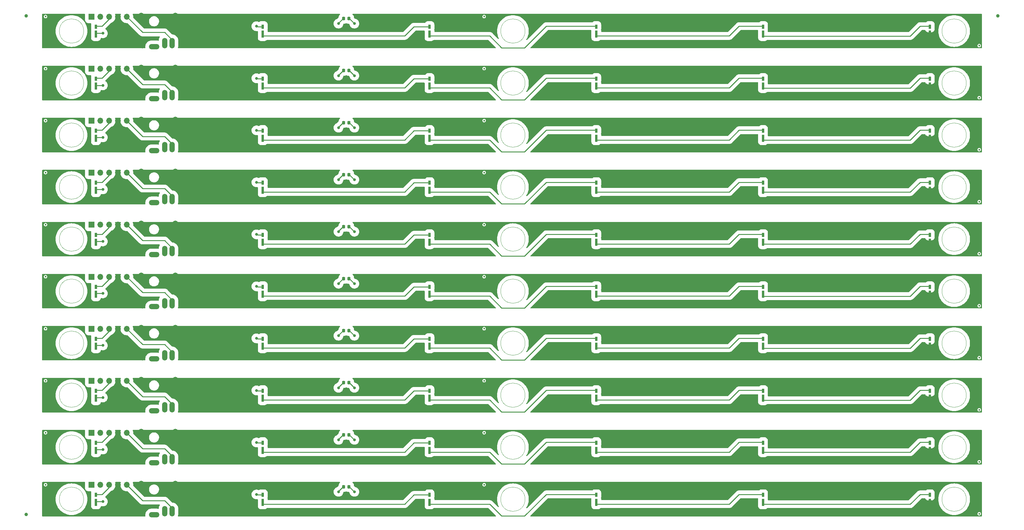
<source format=gtl>
G04 #@! TF.GenerationSoftware,KiCad,Pcbnew,7.0.7*
G04 #@! TF.CreationDate,2024-02-09T15:40:01-06:00*
G04 #@! TF.ProjectId,LEDIO Panel,4c454449-4f20-4506-916e-656c2e6b6963,rev?*
G04 #@! TF.SameCoordinates,PX3e2df80PYcfe1c60*
G04 #@! TF.FileFunction,Copper,L1,Top*
G04 #@! TF.FilePolarity,Positive*
%FSLAX46Y46*%
G04 Gerber Fmt 4.6, Leading zero omitted, Abs format (unit mm)*
G04 Created by KiCad (PCBNEW 7.0.7) date 2024-02-09 15:40:01*
%MOMM*%
%LPD*%
G01*
G04 APERTURE LIST*
G04 Aperture macros list*
%AMRoundRect*
0 Rectangle with rounded corners*
0 $1 Rounding radius*
0 $2 $3 $4 $5 $6 $7 $8 $9 X,Y pos of 4 corners*
0 Add a 4 corners polygon primitive as box body*
4,1,4,$2,$3,$4,$5,$6,$7,$8,$9,$2,$3,0*
0 Add four circle primitives for the rounded corners*
1,1,$1+$1,$2,$3*
1,1,$1+$1,$4,$5*
1,1,$1+$1,$6,$7*
1,1,$1+$1,$8,$9*
0 Add four rect primitives between the rounded corners*
20,1,$1+$1,$2,$3,$4,$5,0*
20,1,$1+$1,$4,$5,$6,$7,0*
20,1,$1+$1,$6,$7,$8,$9,0*
20,1,$1+$1,$8,$9,$2,$3,0*%
G04 Aperture macros list end*
G04 #@! TA.AperFunction,NonConductor*
%ADD10C,0.120000*%
G04 #@! TD*
G04 #@! TA.AperFunction,SMDPad,CuDef*
%ADD11RoundRect,0.218750X-0.218750X-0.256250X0.218750X-0.256250X0.218750X0.256250X-0.218750X0.256250X0*%
G04 #@! TD*
G04 #@! TA.AperFunction,SMDPad,CuDef*
%ADD12R,0.800000X2.000000*%
G04 #@! TD*
G04 #@! TA.AperFunction,SMDPad,CuDef*
%ADD13R,0.800000X1.200000*%
G04 #@! TD*
G04 #@! TA.AperFunction,ComponentPad*
%ADD14O,3.016000X1.508000*%
G04 #@! TD*
G04 #@! TA.AperFunction,ComponentPad*
%ADD15O,1.508000X3.016000*%
G04 #@! TD*
G04 #@! TA.AperFunction,SMDPad,CuDef*
%ADD16C,0.500000*%
G04 #@! TD*
G04 #@! TA.AperFunction,SMDPad,CuDef*
%ADD17C,1.000000*%
G04 #@! TD*
G04 #@! TA.AperFunction,ComponentPad*
%ADD18R,1.700000X1.700000*%
G04 #@! TD*
G04 #@! TA.AperFunction,ComponentPad*
%ADD19O,1.700000X1.700000*%
G04 #@! TD*
G04 #@! TA.AperFunction,ViaPad*
%ADD20C,0.800000*%
G04 #@! TD*
G04 #@! TA.AperFunction,Conductor*
%ADD21C,0.254000*%
G04 #@! TD*
G04 #@! TA.AperFunction,Conductor*
%ADD22C,0.250000*%
G04 #@! TD*
G04 APERTURE END LIST*
D10*
X145000000Y66000000D02*
G75*
G03*
X145000000Y66000000I-3500000J0D01*
G01*
X272000000Y126000000D02*
G75*
G03*
X272000000Y126000000I-3500000J0D01*
G01*
X17970000Y36000000D02*
G75*
G03*
X17970000Y36000000I-3500000J0D01*
G01*
X272000000Y21000000D02*
G75*
G03*
X272000000Y21000000I-3500000J0D01*
G01*
X145000000Y21000000D02*
G75*
G03*
X145000000Y21000000I-3500000J0D01*
G01*
X17970000Y66000000D02*
G75*
G03*
X17970000Y66000000I-3500000J0D01*
G01*
X272000000Y36000000D02*
G75*
G03*
X272000000Y36000000I-3500000J0D01*
G01*
X17970000Y96000000D02*
G75*
G03*
X17970000Y96000000I-3500000J0D01*
G01*
X17970000Y126000000D02*
G75*
G03*
X17970000Y126000000I-3500000J0D01*
G01*
X17970000Y51000000D02*
G75*
G03*
X17970000Y51000000I-3500000J0D01*
G01*
X272000000Y66000000D02*
G75*
G03*
X272000000Y66000000I-3500000J0D01*
G01*
X17970000Y141000000D02*
G75*
G03*
X17970000Y141000000I-3500000J0D01*
G01*
X17970000Y81000000D02*
G75*
G03*
X17970000Y81000000I-3500000J0D01*
G01*
X17970000Y21000000D02*
G75*
G03*
X17970000Y21000000I-3500000J0D01*
G01*
X272000000Y6000000D02*
G75*
G03*
X272000000Y6000000I-3500000J0D01*
G01*
X272000000Y111000000D02*
G75*
G03*
X272000000Y111000000I-3500000J0D01*
G01*
X272000000Y141000000D02*
G75*
G03*
X272000000Y141000000I-3500000J0D01*
G01*
X272000000Y51000000D02*
G75*
G03*
X272000000Y51000000I-3500000J0D01*
G01*
X145000000Y6000000D02*
G75*
G03*
X145000000Y6000000I-3500000J0D01*
G01*
X145000000Y111000000D02*
G75*
G03*
X145000000Y111000000I-3500000J0D01*
G01*
X145000000Y51000000D02*
G75*
G03*
X145000000Y51000000I-3500000J0D01*
G01*
X17970000Y111000000D02*
G75*
G03*
X17970000Y111000000I-3500000J0D01*
G01*
X272000000Y81000000D02*
G75*
G03*
X272000000Y81000000I-3500000J0D01*
G01*
X145000000Y81000000D02*
G75*
G03*
X145000000Y81000000I-3500000J0D01*
G01*
X145000000Y96000000D02*
G75*
G03*
X145000000Y96000000I-3500000J0D01*
G01*
X145000000Y36000000D02*
G75*
G03*
X145000000Y36000000I-3500000J0D01*
G01*
X145000000Y126000000D02*
G75*
G03*
X145000000Y126000000I-3500000J0D01*
G01*
X17970000Y6000000D02*
G75*
G03*
X17970000Y6000000I-3500000J0D01*
G01*
X272000000Y96000000D02*
G75*
G03*
X272000000Y96000000I-3500000J0D01*
G01*
X145000000Y141000000D02*
G75*
G03*
X145000000Y141000000I-3500000J0D01*
G01*
D11*
G04 #@! TO.P,D1,1,K*
G04 #@! TO.N,Board_1-/PROBE*
X92762500Y129600000D03*
G04 #@! TO.P,D1,2,A*
G04 #@! TO.N,Board_1-/5V_I_LIM*
X94337500Y129600000D03*
G04 #@! TD*
D12*
G04 #@! TO.P,D4,1,K*
G04 #@! TO.N,Board_5-/LED_09V*
X117500000Y65100000D03*
D13*
G04 #@! TO.P,D4,2,A*
G04 #@! TO.N,Board_5-/LED_12V*
X117500000Y67250000D03*
G04 #@! TD*
D12*
G04 #@! TO.P,D6,1,K*
G04 #@! TO.N,Board_4-/LED_03V*
X213500000Y80100000D03*
D13*
G04 #@! TO.P,D6,2,A*
G04 #@! TO.N,Board_4-/LED_06V*
X213500000Y82250000D03*
G04 #@! TD*
D12*
G04 #@! TO.P,D5,1,K*
G04 #@! TO.N,Board_8-/LED_06V*
X165500000Y20100000D03*
D13*
G04 #@! TO.P,D5,2,A*
G04 #@! TO.N,Board_8-/LED_09V*
X165500000Y22250000D03*
G04 #@! TD*
D12*
G04 #@! TO.P,D7,1,K*
G04 #@! TO.N,Board_0-GND*
X261500000Y140100000D03*
D13*
G04 #@! TO.P,D7,2,A*
G04 #@! TO.N,Board_0-/LED_03V*
X261500000Y142250000D03*
G04 #@! TD*
D12*
G04 #@! TO.P,D2,1,K*
G04 #@! TO.N,Board_7-/LED_15V*
X21500000Y35100000D03*
D13*
G04 #@! TO.P,D2,2,A*
G04 #@! TO.N,Board_7-/24V_I_LIM*
X21500000Y37250000D03*
G04 #@! TD*
D12*
G04 #@! TO.P,D3,1,K*
G04 #@! TO.N,Board_7-/LED_12V*
X69500000Y35100000D03*
D13*
G04 #@! TO.P,D3,2,A*
G04 #@! TO.N,Board_7-/LED_15V*
X69500000Y37250000D03*
G04 #@! TD*
D14*
G04 #@! TO.P,J1,1*
G04 #@! TO.N,Board_6-/PROBE*
X38220000Y46520000D03*
D15*
G04 #@! TO.P,J1,2*
G04 #@! TO.N,Board_6-/SPINDLE*
X43420000Y47520000D03*
G04 #@! TO.P,J1,3*
G04 #@! TO.N,Board_6-/PROBE*
X41320000Y47520000D03*
G04 #@! TO.P,J1,4*
G04 #@! TO.N,Board_6-GND*
X34820000Y47520000D03*
G04 #@! TO.P,J1,5,ShieldA*
X44320000Y54820000D03*
G04 #@! TO.P,J1,6,ShieldB*
X34520000Y54820000D03*
G04 #@! TD*
D16*
G04 #@! TO.P,FID1,*
G04 #@! TO.N,*
X6974000Y115176000D03*
G04 #@! TD*
G04 #@! TO.P,FID2,*
G04 #@! TO.N,*
X275706000Y46794000D03*
G04 #@! TD*
G04 #@! TO.P,FID3,*
G04 #@! TO.N,*
X133212000Y145176000D03*
G04 #@! TD*
D12*
G04 #@! TO.P,D7,1,K*
G04 #@! TO.N,Board_5-GND*
X261500000Y65100000D03*
D13*
G04 #@! TO.P,D7,2,A*
G04 #@! TO.N,Board_5-/LED_03V*
X261500000Y67250000D03*
G04 #@! TD*
D16*
G04 #@! TO.P,FID1,*
G04 #@! TO.N,*
X6974000Y85176000D03*
G04 #@! TD*
D12*
G04 #@! TO.P,D6,1,K*
G04 #@! TO.N,Board_7-/LED_03V*
X213500000Y35100000D03*
D13*
G04 #@! TO.P,D6,2,A*
G04 #@! TO.N,Board_7-/LED_06V*
X213500000Y37250000D03*
G04 #@! TD*
D12*
G04 #@! TO.P,D3,1,K*
G04 #@! TO.N,Board_6-/LED_12V*
X69500000Y50100000D03*
D13*
G04 #@! TO.P,D3,2,A*
G04 #@! TO.N,Board_6-/LED_15V*
X69500000Y52250000D03*
G04 #@! TD*
D14*
G04 #@! TO.P,J1,1*
G04 #@! TO.N,Board_3-/PROBE*
X38220000Y91520000D03*
D15*
G04 #@! TO.P,J1,2*
G04 #@! TO.N,Board_3-/SPINDLE*
X43420000Y92520000D03*
G04 #@! TO.P,J1,3*
G04 #@! TO.N,Board_3-/PROBE*
X41320000Y92520000D03*
G04 #@! TO.P,J1,4*
G04 #@! TO.N,Board_3-GND*
X34820000Y92520000D03*
G04 #@! TO.P,J1,5,ShieldA*
X44320000Y99820000D03*
G04 #@! TO.P,J1,6,ShieldB*
X34520000Y99820000D03*
G04 #@! TD*
D17*
G04 #@! TO.P,REF\u002A\u002A,*
G04 #@! TO.N,*
X1400000Y145400000D03*
G04 #@! TD*
D11*
G04 #@! TO.P,D1,1,K*
G04 #@! TO.N,Board_8-/PROBE*
X92762500Y24600000D03*
G04 #@! TO.P,D1,2,A*
G04 #@! TO.N,Board_8-/5V_I_LIM*
X94337500Y24600000D03*
G04 #@! TD*
D16*
G04 #@! TO.P,FID1,*
G04 #@! TO.N,*
X6974000Y55176000D03*
G04 #@! TD*
D12*
G04 #@! TO.P,D7,1,K*
G04 #@! TO.N,Board_4-GND*
X261500000Y80100000D03*
D13*
G04 #@! TO.P,D7,2,A*
G04 #@! TO.N,Board_4-/LED_03V*
X261500000Y82250000D03*
G04 #@! TD*
D17*
G04 #@! TO.P,REF\u002A\u002A,*
G04 #@! TO.N,*
X281100000Y145400000D03*
G04 #@! TD*
D16*
G04 #@! TO.P,FID3,*
G04 #@! TO.N,*
X133212000Y10176000D03*
G04 #@! TD*
D12*
G04 #@! TO.P,D4,1,K*
G04 #@! TO.N,Board_7-/LED_09V*
X117500000Y35100000D03*
D13*
G04 #@! TO.P,D4,2,A*
G04 #@! TO.N,Board_7-/LED_12V*
X117500000Y37250000D03*
G04 #@! TD*
D14*
G04 #@! TO.P,J1,1*
G04 #@! TO.N,Board_4-/PROBE*
X38220000Y76520000D03*
D15*
G04 #@! TO.P,J1,2*
G04 #@! TO.N,Board_4-/SPINDLE*
X43420000Y77520000D03*
G04 #@! TO.P,J1,3*
G04 #@! TO.N,Board_4-/PROBE*
X41320000Y77520000D03*
G04 #@! TO.P,J1,4*
G04 #@! TO.N,Board_4-GND*
X34820000Y77520000D03*
G04 #@! TO.P,J1,5,ShieldA*
X44320000Y84820000D03*
G04 #@! TO.P,J1,6,ShieldB*
X34520000Y84820000D03*
G04 #@! TD*
D16*
G04 #@! TO.P,FID3,*
G04 #@! TO.N,*
X133212000Y85176000D03*
G04 #@! TD*
D12*
G04 #@! TO.P,D3,1,K*
G04 #@! TO.N,Board_0-/LED_12V*
X69500000Y140100000D03*
D13*
G04 #@! TO.P,D3,2,A*
G04 #@! TO.N,Board_0-/LED_15V*
X69500000Y142250000D03*
G04 #@! TD*
D12*
G04 #@! TO.P,D4,1,K*
G04 #@! TO.N,Board_8-/LED_09V*
X117500000Y20100000D03*
D13*
G04 #@! TO.P,D4,2,A*
G04 #@! TO.N,Board_8-/LED_12V*
X117500000Y22250000D03*
G04 #@! TD*
D12*
G04 #@! TO.P,D7,1,K*
G04 #@! TO.N,Board_2-GND*
X261500000Y110100000D03*
D13*
G04 #@! TO.P,D7,2,A*
G04 #@! TO.N,Board_2-/LED_03V*
X261500000Y112250000D03*
G04 #@! TD*
D14*
G04 #@! TO.P,J1,1*
G04 #@! TO.N,Board_0-/PROBE*
X38220000Y136520000D03*
D15*
G04 #@! TO.P,J1,2*
G04 #@! TO.N,Board_0-/SPINDLE*
X43420000Y137520000D03*
G04 #@! TO.P,J1,3*
G04 #@! TO.N,Board_0-/PROBE*
X41320000Y137520000D03*
G04 #@! TO.P,J1,4*
G04 #@! TO.N,Board_0-GND*
X34820000Y137520000D03*
G04 #@! TO.P,J1,5,ShieldA*
X44320000Y144820000D03*
G04 #@! TO.P,J1,6,ShieldB*
X34520000Y144820000D03*
G04 #@! TD*
D12*
G04 #@! TO.P,D3,1,K*
G04 #@! TO.N,Board_4-/LED_12V*
X69500000Y80100000D03*
D13*
G04 #@! TO.P,D3,2,A*
G04 #@! TO.N,Board_4-/LED_15V*
X69500000Y82250000D03*
G04 #@! TD*
D17*
G04 #@! TO.P,REF\u002A\u002A,*
G04 #@! TO.N,*
X1400000Y1600000D03*
G04 #@! TD*
D14*
G04 #@! TO.P,J1,1*
G04 #@! TO.N,Board_5-/PROBE*
X38220000Y61520000D03*
D15*
G04 #@! TO.P,J1,2*
G04 #@! TO.N,Board_5-/SPINDLE*
X43420000Y62520000D03*
G04 #@! TO.P,J1,3*
G04 #@! TO.N,Board_5-/PROBE*
X41320000Y62520000D03*
G04 #@! TO.P,J1,4*
G04 #@! TO.N,Board_5-GND*
X34820000Y62520000D03*
G04 #@! TO.P,J1,5,ShieldA*
X44320000Y69820000D03*
G04 #@! TO.P,J1,6,ShieldB*
X34520000Y69820000D03*
G04 #@! TD*
D12*
G04 #@! TO.P,D3,1,K*
G04 #@! TO.N,Board_3-/LED_12V*
X69500000Y95100000D03*
D13*
G04 #@! TO.P,D3,2,A*
G04 #@! TO.N,Board_3-/LED_15V*
X69500000Y97250000D03*
G04 #@! TD*
D12*
G04 #@! TO.P,D7,1,K*
G04 #@! TO.N,Board_9-GND*
X261500000Y5100000D03*
D13*
G04 #@! TO.P,D7,2,A*
G04 #@! TO.N,Board_9-/LED_03V*
X261500000Y7250000D03*
G04 #@! TD*
D12*
G04 #@! TO.P,D6,1,K*
G04 #@! TO.N,Board_8-/LED_03V*
X213500000Y20100000D03*
D13*
G04 #@! TO.P,D6,2,A*
G04 #@! TO.N,Board_8-/LED_06V*
X213500000Y22250000D03*
G04 #@! TD*
D11*
G04 #@! TO.P,D1,1,K*
G04 #@! TO.N,Board_0-/PROBE*
X92762500Y144600000D03*
G04 #@! TO.P,D1,2,A*
G04 #@! TO.N,Board_0-/5V_I_LIM*
X94337500Y144600000D03*
G04 #@! TD*
D12*
G04 #@! TO.P,D2,1,K*
G04 #@! TO.N,Board_1-/LED_15V*
X21500000Y125100000D03*
D13*
G04 #@! TO.P,D2,2,A*
G04 #@! TO.N,Board_1-/24V_I_LIM*
X21500000Y127250000D03*
G04 #@! TD*
D12*
G04 #@! TO.P,D4,1,K*
G04 #@! TO.N,Board_1-/LED_09V*
X117500000Y125100000D03*
D13*
G04 #@! TO.P,D4,2,A*
G04 #@! TO.N,Board_1-/LED_12V*
X117500000Y127250000D03*
G04 #@! TD*
D16*
G04 #@! TO.P,FID3,*
G04 #@! TO.N,*
X133212000Y115176000D03*
G04 #@! TD*
D12*
G04 #@! TO.P,D3,1,K*
G04 #@! TO.N,Board_8-/LED_12V*
X69500000Y20100000D03*
D13*
G04 #@! TO.P,D3,2,A*
G04 #@! TO.N,Board_8-/LED_15V*
X69500000Y22250000D03*
G04 #@! TD*
D12*
G04 #@! TO.P,D6,1,K*
G04 #@! TO.N,Board_6-/LED_03V*
X213500000Y50100000D03*
D13*
G04 #@! TO.P,D6,2,A*
G04 #@! TO.N,Board_6-/LED_06V*
X213500000Y52250000D03*
G04 #@! TD*
D12*
G04 #@! TO.P,D6,1,K*
G04 #@! TO.N,Board_3-/LED_03V*
X213500000Y95100000D03*
D13*
G04 #@! TO.P,D6,2,A*
G04 #@! TO.N,Board_3-/LED_06V*
X213500000Y97250000D03*
G04 #@! TD*
D14*
G04 #@! TO.P,J1,1*
G04 #@! TO.N,Board_9-/PROBE*
X38220000Y1520000D03*
D15*
G04 #@! TO.P,J1,2*
G04 #@! TO.N,Board_9-/SPINDLE*
X43420000Y2520000D03*
G04 #@! TO.P,J1,3*
G04 #@! TO.N,Board_9-/PROBE*
X41320000Y2520000D03*
G04 #@! TO.P,J1,4*
G04 #@! TO.N,Board_9-GND*
X34820000Y2520000D03*
G04 #@! TO.P,J1,5,ShieldA*
X44320000Y9820000D03*
G04 #@! TO.P,J1,6,ShieldB*
X34520000Y9820000D03*
G04 #@! TD*
D11*
G04 #@! TO.P,D1,1,K*
G04 #@! TO.N,Board_6-/PROBE*
X92762500Y54600000D03*
G04 #@! TO.P,D1,2,A*
G04 #@! TO.N,Board_6-/5V_I_LIM*
X94337500Y54600000D03*
G04 #@! TD*
D14*
G04 #@! TO.P,J1,1*
G04 #@! TO.N,Board_7-/PROBE*
X38220000Y31520000D03*
D15*
G04 #@! TO.P,J1,2*
G04 #@! TO.N,Board_7-/SPINDLE*
X43420000Y32520000D03*
G04 #@! TO.P,J1,3*
G04 #@! TO.N,Board_7-/PROBE*
X41320000Y32520000D03*
G04 #@! TO.P,J1,4*
G04 #@! TO.N,Board_7-GND*
X34820000Y32520000D03*
G04 #@! TO.P,J1,5,ShieldA*
X44320000Y39820000D03*
G04 #@! TO.P,J1,6,ShieldB*
X34520000Y39820000D03*
G04 #@! TD*
D12*
G04 #@! TO.P,D4,1,K*
G04 #@! TO.N,Board_2-/LED_09V*
X117500000Y110100000D03*
D13*
G04 #@! TO.P,D4,2,A*
G04 #@! TO.N,Board_2-/LED_12V*
X117500000Y112250000D03*
G04 #@! TD*
D16*
G04 #@! TO.P,FID2,*
G04 #@! TO.N,*
X275706000Y31794000D03*
G04 #@! TD*
D12*
G04 #@! TO.P,D7,1,K*
G04 #@! TO.N,Board_1-GND*
X261500000Y125100000D03*
D13*
G04 #@! TO.P,D7,2,A*
G04 #@! TO.N,Board_1-/LED_03V*
X261500000Y127250000D03*
G04 #@! TD*
D12*
G04 #@! TO.P,D5,1,K*
G04 #@! TO.N,Board_2-/LED_06V*
X165500000Y110100000D03*
D13*
G04 #@! TO.P,D5,2,A*
G04 #@! TO.N,Board_2-/LED_09V*
X165500000Y112250000D03*
G04 #@! TD*
D12*
G04 #@! TO.P,D4,1,K*
G04 #@! TO.N,Board_6-/LED_09V*
X117500000Y50100000D03*
D13*
G04 #@! TO.P,D4,2,A*
G04 #@! TO.N,Board_6-/LED_12V*
X117500000Y52250000D03*
G04 #@! TD*
D12*
G04 #@! TO.P,D6,1,K*
G04 #@! TO.N,Board_2-/LED_03V*
X213500000Y110100000D03*
D13*
G04 #@! TO.P,D6,2,A*
G04 #@! TO.N,Board_2-/LED_06V*
X213500000Y112250000D03*
G04 #@! TD*
D12*
G04 #@! TO.P,D2,1,K*
G04 #@! TO.N,Board_4-/LED_15V*
X21500000Y80100000D03*
D13*
G04 #@! TO.P,D2,2,A*
G04 #@! TO.N,Board_4-/24V_I_LIM*
X21500000Y82250000D03*
G04 #@! TD*
D16*
G04 #@! TO.P,FID3,*
G04 #@! TO.N,*
X133212000Y130176000D03*
G04 #@! TD*
D12*
G04 #@! TO.P,D5,1,K*
G04 #@! TO.N,Board_3-/LED_06V*
X165500000Y95100000D03*
D13*
G04 #@! TO.P,D5,2,A*
G04 #@! TO.N,Board_3-/LED_09V*
X165500000Y97250000D03*
G04 #@! TD*
D14*
G04 #@! TO.P,J1,1*
G04 #@! TO.N,Board_8-/PROBE*
X38220000Y16520000D03*
D15*
G04 #@! TO.P,J1,2*
G04 #@! TO.N,Board_8-/SPINDLE*
X43420000Y17520000D03*
G04 #@! TO.P,J1,3*
G04 #@! TO.N,Board_8-/PROBE*
X41320000Y17520000D03*
G04 #@! TO.P,J1,4*
G04 #@! TO.N,Board_8-GND*
X34820000Y17520000D03*
G04 #@! TO.P,J1,5,ShieldA*
X44320000Y24820000D03*
G04 #@! TO.P,J1,6,ShieldB*
X34520000Y24820000D03*
G04 #@! TD*
D16*
G04 #@! TO.P,FID2,*
G04 #@! TO.N,*
X275706000Y1794000D03*
G04 #@! TD*
G04 #@! TO.P,FID1,*
G04 #@! TO.N,*
X6974000Y130176000D03*
G04 #@! TD*
D12*
G04 #@! TO.P,D7,1,K*
G04 #@! TO.N,Board_6-GND*
X261500000Y50100000D03*
D13*
G04 #@! TO.P,D7,2,A*
G04 #@! TO.N,Board_6-/LED_03V*
X261500000Y52250000D03*
G04 #@! TD*
D12*
G04 #@! TO.P,D7,1,K*
G04 #@! TO.N,Board_8-GND*
X261500000Y20100000D03*
D13*
G04 #@! TO.P,D7,2,A*
G04 #@! TO.N,Board_8-/LED_03V*
X261500000Y22250000D03*
G04 #@! TD*
D16*
G04 #@! TO.P,FID2,*
G04 #@! TO.N,*
X275706000Y136794000D03*
G04 #@! TD*
D12*
G04 #@! TO.P,D2,1,K*
G04 #@! TO.N,Board_0-/LED_15V*
X21500000Y140100000D03*
D13*
G04 #@! TO.P,D2,2,A*
G04 #@! TO.N,Board_0-/24V_I_LIM*
X21500000Y142250000D03*
G04 #@! TD*
D12*
G04 #@! TO.P,D3,1,K*
G04 #@! TO.N,Board_5-/LED_12V*
X69500000Y65100000D03*
D13*
G04 #@! TO.P,D3,2,A*
G04 #@! TO.N,Board_5-/LED_15V*
X69500000Y67250000D03*
G04 #@! TD*
D12*
G04 #@! TO.P,D5,1,K*
G04 #@! TO.N,Board_5-/LED_06V*
X165500000Y65100000D03*
D13*
G04 #@! TO.P,D5,2,A*
G04 #@! TO.N,Board_5-/LED_09V*
X165500000Y67250000D03*
G04 #@! TD*
D12*
G04 #@! TO.P,D5,1,K*
G04 #@! TO.N,Board_9-/LED_06V*
X165500000Y5100000D03*
D13*
G04 #@! TO.P,D5,2,A*
G04 #@! TO.N,Board_9-/LED_09V*
X165500000Y7250000D03*
G04 #@! TD*
D16*
G04 #@! TO.P,FID1,*
G04 #@! TO.N,*
X6974000Y145176000D03*
G04 #@! TD*
D14*
G04 #@! TO.P,J1,1*
G04 #@! TO.N,Board_1-/PROBE*
X38220000Y121520000D03*
D15*
G04 #@! TO.P,J1,2*
G04 #@! TO.N,Board_1-/SPINDLE*
X43420000Y122520000D03*
G04 #@! TO.P,J1,3*
G04 #@! TO.N,Board_1-/PROBE*
X41320000Y122520000D03*
G04 #@! TO.P,J1,4*
G04 #@! TO.N,Board_1-GND*
X34820000Y122520000D03*
G04 #@! TO.P,J1,5,ShieldA*
X44320000Y129820000D03*
G04 #@! TO.P,J1,6,ShieldB*
X34520000Y129820000D03*
G04 #@! TD*
D16*
G04 #@! TO.P,FID2,*
G04 #@! TO.N,*
X275706000Y106794000D03*
G04 #@! TD*
G04 #@! TO.P,FID2,*
G04 #@! TO.N,*
X275706000Y61794000D03*
G04 #@! TD*
D12*
G04 #@! TO.P,D5,1,K*
G04 #@! TO.N,Board_4-/LED_06V*
X165500000Y80100000D03*
D13*
G04 #@! TO.P,D5,2,A*
G04 #@! TO.N,Board_4-/LED_09V*
X165500000Y82250000D03*
G04 #@! TD*
D12*
G04 #@! TO.P,D7,1,K*
G04 #@! TO.N,Board_3-GND*
X261500000Y95100000D03*
D13*
G04 #@! TO.P,D7,2,A*
G04 #@! TO.N,Board_3-/LED_03V*
X261500000Y97250000D03*
G04 #@! TD*
D16*
G04 #@! TO.P,FID2,*
G04 #@! TO.N,*
X275706000Y76794000D03*
G04 #@! TD*
D12*
G04 #@! TO.P,D3,1,K*
G04 #@! TO.N,Board_2-/LED_12V*
X69500000Y110100000D03*
D13*
G04 #@! TO.P,D3,2,A*
G04 #@! TO.N,Board_2-/LED_15V*
X69500000Y112250000D03*
G04 #@! TD*
D16*
G04 #@! TO.P,FID1,*
G04 #@! TO.N,*
X6974000Y10176000D03*
G04 #@! TD*
D12*
G04 #@! TO.P,D2,1,K*
G04 #@! TO.N,Board_8-/LED_15V*
X21500000Y20100000D03*
D13*
G04 #@! TO.P,D2,2,A*
G04 #@! TO.N,Board_8-/24V_I_LIM*
X21500000Y22250000D03*
G04 #@! TD*
D12*
G04 #@! TO.P,D5,1,K*
G04 #@! TO.N,Board_6-/LED_06V*
X165500000Y50100000D03*
D13*
G04 #@! TO.P,D5,2,A*
G04 #@! TO.N,Board_6-/LED_09V*
X165500000Y52250000D03*
G04 #@! TD*
D12*
G04 #@! TO.P,D4,1,K*
G04 #@! TO.N,Board_3-/LED_09V*
X117500000Y95100000D03*
D13*
G04 #@! TO.P,D4,2,A*
G04 #@! TO.N,Board_3-/LED_12V*
X117500000Y97250000D03*
G04 #@! TD*
D11*
G04 #@! TO.P,D1,1,K*
G04 #@! TO.N,Board_5-/PROBE*
X92762500Y69600000D03*
G04 #@! TO.P,D1,2,A*
G04 #@! TO.N,Board_5-/5V_I_LIM*
X94337500Y69600000D03*
G04 #@! TD*
D12*
G04 #@! TO.P,D4,1,K*
G04 #@! TO.N,Board_9-/LED_09V*
X117500000Y5100000D03*
D13*
G04 #@! TO.P,D4,2,A*
G04 #@! TO.N,Board_9-/LED_12V*
X117500000Y7250000D03*
G04 #@! TD*
D16*
G04 #@! TO.P,FID3,*
G04 #@! TO.N,*
X133212000Y25176000D03*
G04 #@! TD*
G04 #@! TO.P,FID1,*
G04 #@! TO.N,*
X6974000Y25176000D03*
G04 #@! TD*
D14*
G04 #@! TO.P,J1,1*
G04 #@! TO.N,Board_2-/PROBE*
X38220000Y106520000D03*
D15*
G04 #@! TO.P,J1,2*
G04 #@! TO.N,Board_2-/SPINDLE*
X43420000Y107520000D03*
G04 #@! TO.P,J1,3*
G04 #@! TO.N,Board_2-/PROBE*
X41320000Y107520000D03*
G04 #@! TO.P,J1,4*
G04 #@! TO.N,Board_2-GND*
X34820000Y107520000D03*
G04 #@! TO.P,J1,5,ShieldA*
X44320000Y114820000D03*
G04 #@! TO.P,J1,6,ShieldB*
X34520000Y114820000D03*
G04 #@! TD*
D11*
G04 #@! TO.P,D1,1,K*
G04 #@! TO.N,Board_3-/PROBE*
X92762500Y99600000D03*
G04 #@! TO.P,D1,2,A*
G04 #@! TO.N,Board_3-/5V_I_LIM*
X94337500Y99600000D03*
G04 #@! TD*
D12*
G04 #@! TO.P,D2,1,K*
G04 #@! TO.N,Board_2-/LED_15V*
X21500000Y110100000D03*
D13*
G04 #@! TO.P,D2,2,A*
G04 #@! TO.N,Board_2-/24V_I_LIM*
X21500000Y112250000D03*
G04 #@! TD*
D12*
G04 #@! TO.P,D2,1,K*
G04 #@! TO.N,Board_3-/LED_15V*
X21500000Y95100000D03*
D13*
G04 #@! TO.P,D2,2,A*
G04 #@! TO.N,Board_3-/24V_I_LIM*
X21500000Y97250000D03*
G04 #@! TD*
D12*
G04 #@! TO.P,D5,1,K*
G04 #@! TO.N,Board_0-/LED_06V*
X165500000Y140100000D03*
D13*
G04 #@! TO.P,D5,2,A*
G04 #@! TO.N,Board_0-/LED_09V*
X165500000Y142250000D03*
G04 #@! TD*
D11*
G04 #@! TO.P,D1,1,K*
G04 #@! TO.N,Board_7-/PROBE*
X92762500Y39600000D03*
G04 #@! TO.P,D1,2,A*
G04 #@! TO.N,Board_7-/5V_I_LIM*
X94337500Y39600000D03*
G04 #@! TD*
D12*
G04 #@! TO.P,D5,1,K*
G04 #@! TO.N,Board_1-/LED_06V*
X165500000Y125100000D03*
D13*
G04 #@! TO.P,D5,2,A*
G04 #@! TO.N,Board_1-/LED_09V*
X165500000Y127250000D03*
G04 #@! TD*
D11*
G04 #@! TO.P,D1,1,K*
G04 #@! TO.N,Board_4-/PROBE*
X92762500Y84600000D03*
G04 #@! TO.P,D1,2,A*
G04 #@! TO.N,Board_4-/5V_I_LIM*
X94337500Y84600000D03*
G04 #@! TD*
D12*
G04 #@! TO.P,D3,1,K*
G04 #@! TO.N,Board_9-/LED_12V*
X69500000Y5100000D03*
D13*
G04 #@! TO.P,D3,2,A*
G04 #@! TO.N,Board_9-/LED_15V*
X69500000Y7250000D03*
G04 #@! TD*
D12*
G04 #@! TO.P,D5,1,K*
G04 #@! TO.N,Board_7-/LED_06V*
X165500000Y35100000D03*
D13*
G04 #@! TO.P,D5,2,A*
G04 #@! TO.N,Board_7-/LED_09V*
X165500000Y37250000D03*
G04 #@! TD*
D12*
G04 #@! TO.P,D6,1,K*
G04 #@! TO.N,Board_1-/LED_03V*
X213500000Y125100000D03*
D13*
G04 #@! TO.P,D6,2,A*
G04 #@! TO.N,Board_1-/LED_06V*
X213500000Y127250000D03*
G04 #@! TD*
D16*
G04 #@! TO.P,FID2,*
G04 #@! TO.N,*
X275706000Y121794000D03*
G04 #@! TD*
G04 #@! TO.P,FID3,*
G04 #@! TO.N,*
X133212000Y40176000D03*
G04 #@! TD*
D11*
G04 #@! TO.P,D1,1,K*
G04 #@! TO.N,Board_2-/PROBE*
X92762500Y114600000D03*
G04 #@! TO.P,D1,2,A*
G04 #@! TO.N,Board_2-/5V_I_LIM*
X94337500Y114600000D03*
G04 #@! TD*
D16*
G04 #@! TO.P,FID3,*
G04 #@! TO.N,*
X133212000Y100176000D03*
G04 #@! TD*
D11*
G04 #@! TO.P,D1,1,K*
G04 #@! TO.N,Board_9-/PROBE*
X92762500Y9600000D03*
G04 #@! TO.P,D1,2,A*
G04 #@! TO.N,Board_9-/5V_I_LIM*
X94337500Y9600000D03*
G04 #@! TD*
D16*
G04 #@! TO.P,FID3,*
G04 #@! TO.N,*
X133212000Y70176000D03*
G04 #@! TD*
G04 #@! TO.P,FID2,*
G04 #@! TO.N,*
X275706000Y16794000D03*
G04 #@! TD*
G04 #@! TO.P,FID3,*
G04 #@! TO.N,*
X133212000Y55176000D03*
G04 #@! TD*
G04 #@! TO.P,FID1,*
G04 #@! TO.N,*
X6974000Y40176000D03*
G04 #@! TD*
D12*
G04 #@! TO.P,D6,1,K*
G04 #@! TO.N,Board_5-/LED_03V*
X213500000Y65100000D03*
D13*
G04 #@! TO.P,D6,2,A*
G04 #@! TO.N,Board_5-/LED_06V*
X213500000Y67250000D03*
G04 #@! TD*
D12*
G04 #@! TO.P,D7,1,K*
G04 #@! TO.N,Board_7-GND*
X261500000Y35100000D03*
D13*
G04 #@! TO.P,D7,2,A*
G04 #@! TO.N,Board_7-/LED_03V*
X261500000Y37250000D03*
G04 #@! TD*
D16*
G04 #@! TO.P,FID1,*
G04 #@! TO.N,*
X6974000Y100176000D03*
G04 #@! TD*
D12*
G04 #@! TO.P,D4,1,K*
G04 #@! TO.N,Board_4-/LED_09V*
X117500000Y80100000D03*
D13*
G04 #@! TO.P,D4,2,A*
G04 #@! TO.N,Board_4-/LED_12V*
X117500000Y82250000D03*
G04 #@! TD*
D12*
G04 #@! TO.P,D3,1,K*
G04 #@! TO.N,Board_1-/LED_12V*
X69500000Y125100000D03*
D13*
G04 #@! TO.P,D3,2,A*
G04 #@! TO.N,Board_1-/LED_15V*
X69500000Y127250000D03*
G04 #@! TD*
D16*
G04 #@! TO.P,FID1,*
G04 #@! TO.N,*
X6974000Y70176000D03*
G04 #@! TD*
D12*
G04 #@! TO.P,D6,1,K*
G04 #@! TO.N,Board_9-/LED_03V*
X213500000Y5100000D03*
D13*
G04 #@! TO.P,D6,2,A*
G04 #@! TO.N,Board_9-/LED_06V*
X213500000Y7250000D03*
G04 #@! TD*
D16*
G04 #@! TO.P,FID2,*
G04 #@! TO.N,*
X275706000Y91794000D03*
G04 #@! TD*
D12*
G04 #@! TO.P,D2,1,K*
G04 #@! TO.N,Board_5-/LED_15V*
X21500000Y65100000D03*
D13*
G04 #@! TO.P,D2,2,A*
G04 #@! TO.N,Board_5-/24V_I_LIM*
X21500000Y67250000D03*
G04 #@! TD*
D12*
G04 #@! TO.P,D4,1,K*
G04 #@! TO.N,Board_0-/LED_09V*
X117500000Y140100000D03*
D13*
G04 #@! TO.P,D4,2,A*
G04 #@! TO.N,Board_0-/LED_12V*
X117500000Y142250000D03*
G04 #@! TD*
D12*
G04 #@! TO.P,D6,1,K*
G04 #@! TO.N,Board_0-/LED_03V*
X213500000Y140100000D03*
D13*
G04 #@! TO.P,D6,2,A*
G04 #@! TO.N,Board_0-/LED_06V*
X213500000Y142250000D03*
G04 #@! TD*
D12*
G04 #@! TO.P,D2,1,K*
G04 #@! TO.N,Board_6-/LED_15V*
X21500000Y50100000D03*
D13*
G04 #@! TO.P,D2,2,A*
G04 #@! TO.N,Board_6-/24V_I_LIM*
X21500000Y52250000D03*
G04 #@! TD*
D12*
G04 #@! TO.P,D2,1,K*
G04 #@! TO.N,Board_9-/LED_15V*
X21500000Y5100000D03*
D13*
G04 #@! TO.P,D2,2,A*
G04 #@! TO.N,Board_9-/24V_I_LIM*
X21500000Y7250000D03*
G04 #@! TD*
D18*
G04 #@! TO.P,J2,1,Pin_1*
G04 #@! TO.N,Board_6-/PROBE*
X20210000Y55140000D03*
D19*
G04 #@! TO.P,J2,2,Pin_2*
G04 #@! TO.N,Board_6-/5V_I_LIM*
X22750000Y55140000D03*
G04 #@! TO.P,J2,3,Pin_3*
G04 #@! TO.N,Board_6-/24V_I_LIM*
X25290000Y55140000D03*
G04 #@! TO.P,J2,4,Pin_4*
G04 #@! TO.N,Board_6-GND*
X27830000Y55140000D03*
G04 #@! TO.P,J2,5,Pin_5*
G04 #@! TO.N,Board_6-/SPINDLE*
X30370000Y55140000D03*
G04 #@! TD*
D18*
G04 #@! TO.P,J2,1,Pin_1*
G04 #@! TO.N,Board_9-/PROBE*
X20210000Y10140000D03*
D19*
G04 #@! TO.P,J2,2,Pin_2*
G04 #@! TO.N,Board_9-/5V_I_LIM*
X22750000Y10140000D03*
G04 #@! TO.P,J2,3,Pin_3*
G04 #@! TO.N,Board_9-/24V_I_LIM*
X25290000Y10140000D03*
G04 #@! TO.P,J2,4,Pin_4*
G04 #@! TO.N,Board_9-GND*
X27830000Y10140000D03*
G04 #@! TO.P,J2,5,Pin_5*
G04 #@! TO.N,Board_9-/SPINDLE*
X30370000Y10140000D03*
G04 #@! TD*
D18*
G04 #@! TO.P,J2,1,Pin_1*
G04 #@! TO.N,Board_7-/PROBE*
X20210000Y40140000D03*
D19*
G04 #@! TO.P,J2,2,Pin_2*
G04 #@! TO.N,Board_7-/5V_I_LIM*
X22750000Y40140000D03*
G04 #@! TO.P,J2,3,Pin_3*
G04 #@! TO.N,Board_7-/24V_I_LIM*
X25290000Y40140000D03*
G04 #@! TO.P,J2,4,Pin_4*
G04 #@! TO.N,Board_7-GND*
X27830000Y40140000D03*
G04 #@! TO.P,J2,5,Pin_5*
G04 #@! TO.N,Board_7-/SPINDLE*
X30370000Y40140000D03*
G04 #@! TD*
D18*
G04 #@! TO.P,J2,1,Pin_1*
G04 #@! TO.N,Board_2-/PROBE*
X20210000Y115140000D03*
D19*
G04 #@! TO.P,J2,2,Pin_2*
G04 #@! TO.N,Board_2-/5V_I_LIM*
X22750000Y115140000D03*
G04 #@! TO.P,J2,3,Pin_3*
G04 #@! TO.N,Board_2-/24V_I_LIM*
X25290000Y115140000D03*
G04 #@! TO.P,J2,4,Pin_4*
G04 #@! TO.N,Board_2-GND*
X27830000Y115140000D03*
G04 #@! TO.P,J2,5,Pin_5*
G04 #@! TO.N,Board_2-/SPINDLE*
X30370000Y115140000D03*
G04 #@! TD*
D18*
G04 #@! TO.P,J2,1,Pin_1*
G04 #@! TO.N,Board_3-/PROBE*
X20210000Y100140000D03*
D19*
G04 #@! TO.P,J2,2,Pin_2*
G04 #@! TO.N,Board_3-/5V_I_LIM*
X22750000Y100140000D03*
G04 #@! TO.P,J2,3,Pin_3*
G04 #@! TO.N,Board_3-/24V_I_LIM*
X25290000Y100140000D03*
G04 #@! TO.P,J2,4,Pin_4*
G04 #@! TO.N,Board_3-GND*
X27830000Y100140000D03*
G04 #@! TO.P,J2,5,Pin_5*
G04 #@! TO.N,Board_3-/SPINDLE*
X30370000Y100140000D03*
G04 #@! TD*
D18*
G04 #@! TO.P,J2,1,Pin_1*
G04 #@! TO.N,Board_5-/PROBE*
X20210000Y70140000D03*
D19*
G04 #@! TO.P,J2,2,Pin_2*
G04 #@! TO.N,Board_5-/5V_I_LIM*
X22750000Y70140000D03*
G04 #@! TO.P,J2,3,Pin_3*
G04 #@! TO.N,Board_5-/24V_I_LIM*
X25290000Y70140000D03*
G04 #@! TO.P,J2,4,Pin_4*
G04 #@! TO.N,Board_5-GND*
X27830000Y70140000D03*
G04 #@! TO.P,J2,5,Pin_5*
G04 #@! TO.N,Board_5-/SPINDLE*
X30370000Y70140000D03*
G04 #@! TD*
D18*
G04 #@! TO.P,J2,1,Pin_1*
G04 #@! TO.N,Board_4-/PROBE*
X20210000Y85140000D03*
D19*
G04 #@! TO.P,J2,2,Pin_2*
G04 #@! TO.N,Board_4-/5V_I_LIM*
X22750000Y85140000D03*
G04 #@! TO.P,J2,3,Pin_3*
G04 #@! TO.N,Board_4-/24V_I_LIM*
X25290000Y85140000D03*
G04 #@! TO.P,J2,4,Pin_4*
G04 #@! TO.N,Board_4-GND*
X27830000Y85140000D03*
G04 #@! TO.P,J2,5,Pin_5*
G04 #@! TO.N,Board_4-/SPINDLE*
X30370000Y85140000D03*
G04 #@! TD*
D18*
G04 #@! TO.P,J2,1,Pin_1*
G04 #@! TO.N,Board_1-/PROBE*
X20210000Y130140000D03*
D19*
G04 #@! TO.P,J2,2,Pin_2*
G04 #@! TO.N,Board_1-/5V_I_LIM*
X22750000Y130140000D03*
G04 #@! TO.P,J2,3,Pin_3*
G04 #@! TO.N,Board_1-/24V_I_LIM*
X25290000Y130140000D03*
G04 #@! TO.P,J2,4,Pin_4*
G04 #@! TO.N,Board_1-GND*
X27830000Y130140000D03*
G04 #@! TO.P,J2,5,Pin_5*
G04 #@! TO.N,Board_1-/SPINDLE*
X30370000Y130140000D03*
G04 #@! TD*
D18*
G04 #@! TO.P,J2,1,Pin_1*
G04 #@! TO.N,Board_0-/PROBE*
X20210000Y145140000D03*
D19*
G04 #@! TO.P,J2,2,Pin_2*
G04 #@! TO.N,Board_0-/5V_I_LIM*
X22750000Y145140000D03*
G04 #@! TO.P,J2,3,Pin_3*
G04 #@! TO.N,Board_0-/24V_I_LIM*
X25290000Y145140000D03*
G04 #@! TO.P,J2,4,Pin_4*
G04 #@! TO.N,Board_0-GND*
X27830000Y145140000D03*
G04 #@! TO.P,J2,5,Pin_5*
G04 #@! TO.N,Board_0-/SPINDLE*
X30370000Y145140000D03*
G04 #@! TD*
D18*
G04 #@! TO.P,J2,1,Pin_1*
G04 #@! TO.N,Board_8-/PROBE*
X20210000Y25140000D03*
D19*
G04 #@! TO.P,J2,2,Pin_2*
G04 #@! TO.N,Board_8-/5V_I_LIM*
X22750000Y25140000D03*
G04 #@! TO.P,J2,3,Pin_3*
G04 #@! TO.N,Board_8-/24V_I_LIM*
X25290000Y25140000D03*
G04 #@! TO.P,J2,4,Pin_4*
G04 #@! TO.N,Board_8-GND*
X27830000Y25140000D03*
G04 #@! TO.P,J2,5,Pin_5*
G04 #@! TO.N,Board_8-/SPINDLE*
X30370000Y25140000D03*
G04 #@! TD*
D20*
G04 #@! TO.N,Board_0-/5V_I_LIM*
X95874000Y143144000D03*
G04 #@! TO.N,Board_0-/LED_15V*
X23484000Y140350000D03*
X67680000Y142382000D03*
G04 #@! TO.N,Board_0-/PROBE*
X91302000Y143144000D03*
G04 #@! TO.N,Board_0-GND*
X191378000Y137048000D03*
X174106000Y144922000D03*
X223128000Y144922000D03*
X168264000Y141874000D03*
X274182000Y140858000D03*
X114416000Y140096000D03*
X202808000Y137048000D03*
X161406000Y144922000D03*
X149214000Y137048000D03*
X101208000Y141620000D03*
X238622000Y137048000D03*
X109336000Y137048000D03*
X150484000Y144922000D03*
X124830000Y144922000D03*
X180202000Y137048000D03*
X147182000Y141366000D03*
X256910000Y144922000D03*
X65902000Y144922000D03*
X133974000Y137048000D03*
X80888000Y141620000D03*
X9006000Y140858000D03*
X158612000Y137048000D03*
X101970000Y144922000D03*
X216778000Y141874000D03*
X200522000Y141874000D03*
X153278000Y140350000D03*
X261482000Y137048000D03*
X214746000Y137048000D03*
X135752000Y141620000D03*
X226684000Y137048000D03*
X120258000Y141620000D03*
X54218000Y142636000D03*
X208904000Y139588000D03*
X17896000Y144922000D03*
X59552000Y137048000D03*
X97144000Y137048000D03*
X46598000Y137048000D03*
X192140000Y144922000D03*
X113654000Y144922000D03*
X250052000Y137048000D03*
X23738000Y137048000D03*
X208396000Y144922000D03*
X168772000Y137048000D03*
X232018000Y141620000D03*
X182996000Y141874000D03*
X84698000Y137048000D03*
X10530000Y137048000D03*
X272658000Y144922000D03*
X123052000Y137048000D03*
X162930000Y140350000D03*
X247766000Y141620000D03*
X108066000Y141620000D03*
X239384000Y144922000D03*
X72252000Y137048000D03*
G04 #@! TO.N,Board_1-/5V_I_LIM*
X95874000Y128144000D03*
G04 #@! TO.N,Board_1-/LED_15V*
X67680000Y127382000D03*
X23484000Y125350000D03*
G04 #@! TO.N,Board_1-/PROBE*
X91302000Y128144000D03*
G04 #@! TO.N,Board_1-GND*
X109336000Y122048000D03*
X208904000Y124588000D03*
X168772000Y122048000D03*
X101970000Y129922000D03*
X135752000Y126620000D03*
X250052000Y122048000D03*
X216778000Y126874000D03*
X123052000Y122048000D03*
X192140000Y129922000D03*
X54218000Y127636000D03*
X168264000Y126874000D03*
X149214000Y122048000D03*
X101208000Y126620000D03*
X274182000Y125858000D03*
X261482000Y122048000D03*
X9006000Y125858000D03*
X238622000Y122048000D03*
X17896000Y129922000D03*
X202808000Y122048000D03*
X191378000Y122048000D03*
X208396000Y129922000D03*
X133974000Y122048000D03*
X150484000Y129922000D03*
X223128000Y129922000D03*
X158612000Y122048000D03*
X23738000Y122048000D03*
X108066000Y126620000D03*
X226684000Y122048000D03*
X239384000Y129922000D03*
X247766000Y126620000D03*
X97144000Y122048000D03*
X80888000Y126620000D03*
X59552000Y122048000D03*
X182996000Y126874000D03*
X153278000Y125350000D03*
X120258000Y126620000D03*
X114416000Y125096000D03*
X232018000Y126620000D03*
X161406000Y129922000D03*
X174106000Y129922000D03*
X200522000Y126874000D03*
X72252000Y122048000D03*
X46598000Y122048000D03*
X214746000Y122048000D03*
X10530000Y122048000D03*
X180202000Y122048000D03*
X272658000Y129922000D03*
X147182000Y126366000D03*
X124830000Y129922000D03*
X65902000Y129922000D03*
X162930000Y125350000D03*
X84698000Y122048000D03*
X113654000Y129922000D03*
X256910000Y129922000D03*
G04 #@! TO.N,Board_2-/5V_I_LIM*
X95874000Y113144000D03*
G04 #@! TO.N,Board_2-/LED_15V*
X23484000Y110350000D03*
X67680000Y112382000D03*
G04 #@! TO.N,Board_2-/PROBE*
X91302000Y113144000D03*
G04 #@! TO.N,Board_2-GND*
X161406000Y114922000D03*
X214746000Y107048000D03*
X223128000Y114922000D03*
X80888000Y111620000D03*
X9006000Y110858000D03*
X114416000Y110096000D03*
X250052000Y107048000D03*
X226684000Y107048000D03*
X174106000Y114922000D03*
X153278000Y110350000D03*
X109336000Y107048000D03*
X133974000Y107048000D03*
X208904000Y109588000D03*
X23738000Y107048000D03*
X192140000Y114922000D03*
X46598000Y107048000D03*
X123052000Y107048000D03*
X54218000Y112636000D03*
X239384000Y114922000D03*
X10530000Y107048000D03*
X84698000Y107048000D03*
X147182000Y111366000D03*
X135752000Y111620000D03*
X191378000Y107048000D03*
X124830000Y114922000D03*
X120258000Y111620000D03*
X162930000Y110350000D03*
X168264000Y111874000D03*
X238622000Y107048000D03*
X232018000Y111620000D03*
X113654000Y114922000D03*
X59552000Y107048000D03*
X200522000Y111874000D03*
X101970000Y114922000D03*
X101208000Y111620000D03*
X272658000Y114922000D03*
X65902000Y114922000D03*
X97144000Y107048000D03*
X150484000Y114922000D03*
X182996000Y111874000D03*
X168772000Y107048000D03*
X247766000Y111620000D03*
X256910000Y114922000D03*
X261482000Y107048000D03*
X216778000Y111874000D03*
X158612000Y107048000D03*
X208396000Y114922000D03*
X17896000Y114922000D03*
X180202000Y107048000D03*
X202808000Y107048000D03*
X274182000Y110858000D03*
X72252000Y107048000D03*
X149214000Y107048000D03*
X108066000Y111620000D03*
G04 #@! TO.N,Board_3-/5V_I_LIM*
X95874000Y98144000D03*
G04 #@! TO.N,Board_3-/LED_15V*
X67680000Y97382000D03*
X23484000Y95350000D03*
G04 #@! TO.N,Board_3-/PROBE*
X91302000Y98144000D03*
G04 #@! TO.N,Board_3-GND*
X123052000Y92048000D03*
X256910000Y99922000D03*
X9006000Y95858000D03*
X192140000Y99922000D03*
X84698000Y92048000D03*
X247766000Y96620000D03*
X162930000Y95350000D03*
X113654000Y99922000D03*
X216778000Y96874000D03*
X72252000Y92048000D03*
X238622000Y92048000D03*
X272658000Y99922000D03*
X168772000Y92048000D03*
X214746000Y92048000D03*
X108066000Y96620000D03*
X65902000Y99922000D03*
X120258000Y96620000D03*
X124830000Y99922000D03*
X54218000Y97636000D03*
X17896000Y99922000D03*
X168264000Y96874000D03*
X223128000Y99922000D03*
X101970000Y99922000D03*
X261482000Y92048000D03*
X97144000Y92048000D03*
X200522000Y96874000D03*
X46598000Y92048000D03*
X239384000Y99922000D03*
X10530000Y92048000D03*
X23738000Y92048000D03*
X161406000Y99922000D03*
X114416000Y95096000D03*
X226684000Y92048000D03*
X158612000Y92048000D03*
X202808000Y92048000D03*
X133974000Y92048000D03*
X147182000Y96366000D03*
X191378000Y92048000D03*
X232018000Y96620000D03*
X182996000Y96874000D03*
X150484000Y99922000D03*
X101208000Y96620000D03*
X109336000Y92048000D03*
X208396000Y99922000D03*
X153278000Y95350000D03*
X80888000Y96620000D03*
X274182000Y95858000D03*
X208904000Y94588000D03*
X149214000Y92048000D03*
X174106000Y99922000D03*
X135752000Y96620000D03*
X59552000Y92048000D03*
X250052000Y92048000D03*
X180202000Y92048000D03*
G04 #@! TO.N,Board_4-/5V_I_LIM*
X95874000Y83144000D03*
G04 #@! TO.N,Board_4-/LED_15V*
X67680000Y82382000D03*
X23484000Y80350000D03*
G04 #@! TO.N,Board_4-/PROBE*
X91302000Y83144000D03*
G04 #@! TO.N,Board_4-GND*
X214746000Y77048000D03*
X59552000Y77048000D03*
X54218000Y82636000D03*
X168772000Y77048000D03*
X80888000Y81620000D03*
X256910000Y84922000D03*
X239384000Y84922000D03*
X101970000Y84922000D03*
X261482000Y77048000D03*
X208904000Y79588000D03*
X180202000Y77048000D03*
X149214000Y77048000D03*
X168264000Y81874000D03*
X191378000Y77048000D03*
X150484000Y84922000D03*
X23738000Y77048000D03*
X113654000Y84922000D03*
X182996000Y81874000D03*
X109336000Y77048000D03*
X123052000Y77048000D03*
X192140000Y84922000D03*
X238622000Y77048000D03*
X274182000Y80858000D03*
X108066000Y81620000D03*
X10530000Y77048000D03*
X101208000Y81620000D03*
X247766000Y81620000D03*
X9006000Y80858000D03*
X124830000Y84922000D03*
X135752000Y81620000D03*
X161406000Y84922000D03*
X147182000Y81366000D03*
X133974000Y77048000D03*
X223128000Y84922000D03*
X232018000Y81620000D03*
X158612000Y77048000D03*
X250052000Y77048000D03*
X72252000Y77048000D03*
X272658000Y84922000D03*
X97144000Y77048000D03*
X17896000Y84922000D03*
X200522000Y81874000D03*
X162930000Y80350000D03*
X120258000Y81620000D03*
X174106000Y84922000D03*
X46598000Y77048000D03*
X226684000Y77048000D03*
X114416000Y80096000D03*
X202808000Y77048000D03*
X65902000Y84922000D03*
X153278000Y80350000D03*
X216778000Y81874000D03*
X208396000Y84922000D03*
X84698000Y77048000D03*
G04 #@! TO.N,Board_5-/5V_I_LIM*
X95874000Y68144000D03*
G04 #@! TO.N,Board_5-/LED_15V*
X67680000Y67382000D03*
X23484000Y65350000D03*
G04 #@! TO.N,Board_5-/PROBE*
X91302000Y68144000D03*
G04 #@! TO.N,Board_5-GND*
X153278000Y65350000D03*
X10530000Y62048000D03*
X168772000Y62048000D03*
X120258000Y66620000D03*
X108066000Y66620000D03*
X226684000Y62048000D03*
X174106000Y69922000D03*
X168264000Y66874000D03*
X59552000Y62048000D03*
X250052000Y62048000D03*
X135752000Y66620000D03*
X208396000Y69922000D03*
X261482000Y62048000D03*
X158612000Y62048000D03*
X149214000Y62048000D03*
X109336000Y62048000D03*
X214746000Y62048000D03*
X54218000Y67636000D03*
X124830000Y69922000D03*
X17896000Y69922000D03*
X23738000Y62048000D03*
X65902000Y69922000D03*
X97144000Y62048000D03*
X123052000Y62048000D03*
X46598000Y62048000D03*
X238622000Y62048000D03*
X202808000Y62048000D03*
X256910000Y69922000D03*
X232018000Y66620000D03*
X182996000Y66874000D03*
X239384000Y69922000D03*
X72252000Y62048000D03*
X274182000Y65858000D03*
X223128000Y69922000D03*
X84698000Y62048000D03*
X162930000Y65350000D03*
X101208000Y66620000D03*
X208904000Y64588000D03*
X147182000Y66366000D03*
X216778000Y66874000D03*
X80888000Y66620000D03*
X192140000Y69922000D03*
X247766000Y66620000D03*
X161406000Y69922000D03*
X200522000Y66874000D03*
X150484000Y69922000D03*
X272658000Y69922000D03*
X191378000Y62048000D03*
X9006000Y65858000D03*
X133974000Y62048000D03*
X101970000Y69922000D03*
X113654000Y69922000D03*
X180202000Y62048000D03*
X114416000Y65096000D03*
G04 #@! TO.N,Board_6-/5V_I_LIM*
X95874000Y53144000D03*
G04 #@! TO.N,Board_6-/LED_15V*
X23484000Y50350000D03*
X67680000Y52382000D03*
G04 #@! TO.N,Board_6-/PROBE*
X91302000Y53144000D03*
G04 #@! TO.N,Board_6-GND*
X162930000Y50350000D03*
X161406000Y54922000D03*
X124830000Y54922000D03*
X9006000Y50858000D03*
X108066000Y51620000D03*
X182996000Y51874000D03*
X226684000Y47048000D03*
X192140000Y54922000D03*
X247766000Y51620000D03*
X23738000Y47048000D03*
X272658000Y54922000D03*
X174106000Y54922000D03*
X59552000Y47048000D03*
X101208000Y51620000D03*
X214746000Y47048000D03*
X261482000Y47048000D03*
X123052000Y47048000D03*
X72252000Y47048000D03*
X120258000Y51620000D03*
X232018000Y51620000D03*
X97144000Y47048000D03*
X150484000Y54922000D03*
X250052000Y47048000D03*
X239384000Y54922000D03*
X168264000Y51874000D03*
X274182000Y50858000D03*
X17896000Y54922000D03*
X84698000Y47048000D03*
X191378000Y47048000D03*
X133974000Y47048000D03*
X208904000Y49588000D03*
X149214000Y47048000D03*
X256910000Y54922000D03*
X113654000Y54922000D03*
X223128000Y54922000D03*
X46598000Y47048000D03*
X54218000Y52636000D03*
X65902000Y54922000D03*
X10530000Y47048000D03*
X158612000Y47048000D03*
X208396000Y54922000D03*
X153278000Y50350000D03*
X216778000Y51874000D03*
X147182000Y51366000D03*
X180202000Y47048000D03*
X135752000Y51620000D03*
X114416000Y50096000D03*
X168772000Y47048000D03*
X101970000Y54922000D03*
X202808000Y47048000D03*
X80888000Y51620000D03*
X109336000Y47048000D03*
X238622000Y47048000D03*
X200522000Y51874000D03*
G04 #@! TO.N,Board_7-/5V_I_LIM*
X95874000Y38144000D03*
G04 #@! TO.N,Board_7-/LED_15V*
X23484000Y35350000D03*
X67680000Y37382000D03*
G04 #@! TO.N,Board_7-/PROBE*
X91302000Y38144000D03*
G04 #@! TO.N,Board_7-GND*
X192140000Y39922000D03*
X174106000Y39922000D03*
X239384000Y39922000D03*
X191378000Y32048000D03*
X214746000Y32048000D03*
X84698000Y32048000D03*
X17896000Y39922000D03*
X256910000Y39922000D03*
X153278000Y35350000D03*
X101208000Y36620000D03*
X133974000Y32048000D03*
X150484000Y39922000D03*
X109336000Y32048000D03*
X108066000Y36620000D03*
X232018000Y36620000D03*
X272658000Y39922000D03*
X168772000Y32048000D03*
X274182000Y35858000D03*
X120258000Y36620000D03*
X238622000Y32048000D03*
X124830000Y39922000D03*
X162930000Y35350000D03*
X147182000Y36366000D03*
X113654000Y39922000D03*
X208396000Y39922000D03*
X97144000Y32048000D03*
X23738000Y32048000D03*
X202808000Y32048000D03*
X59552000Y32048000D03*
X200522000Y36874000D03*
X123052000Y32048000D03*
X216778000Y36874000D03*
X80888000Y36620000D03*
X161406000Y39922000D03*
X180202000Y32048000D03*
X72252000Y32048000D03*
X247766000Y36620000D03*
X182996000Y36874000D03*
X9006000Y35858000D03*
X114416000Y35096000D03*
X168264000Y36874000D03*
X208904000Y34588000D03*
X101970000Y39922000D03*
X46598000Y32048000D03*
X261482000Y32048000D03*
X226684000Y32048000D03*
X10530000Y32048000D03*
X158612000Y32048000D03*
X135752000Y36620000D03*
X149214000Y32048000D03*
X223128000Y39922000D03*
X54218000Y37636000D03*
X250052000Y32048000D03*
X65902000Y39922000D03*
G04 #@! TO.N,Board_8-/5V_I_LIM*
X95874000Y23144000D03*
G04 #@! TO.N,Board_8-/LED_15V*
X23484000Y20350000D03*
X67680000Y22382000D03*
G04 #@! TO.N,Board_8-/PROBE*
X91302000Y23144000D03*
G04 #@! TO.N,Board_8-GND*
X247766000Y21620000D03*
X208396000Y24922000D03*
X54218000Y22636000D03*
X238622000Y17048000D03*
X216778000Y21874000D03*
X72252000Y17048000D03*
X202808000Y17048000D03*
X149214000Y17048000D03*
X120258000Y21620000D03*
X10530000Y17048000D03*
X192140000Y24922000D03*
X23738000Y17048000D03*
X80888000Y21620000D03*
X208904000Y19588000D03*
X274182000Y20858000D03*
X147182000Y21366000D03*
X272658000Y24922000D03*
X9006000Y20858000D03*
X223128000Y24922000D03*
X226684000Y17048000D03*
X108066000Y21620000D03*
X158612000Y17048000D03*
X65902000Y24922000D03*
X114416000Y20096000D03*
X182996000Y21874000D03*
X123052000Y17048000D03*
X261482000Y17048000D03*
X153278000Y20350000D03*
X161406000Y24922000D03*
X174106000Y24922000D03*
X256910000Y24922000D03*
X150484000Y24922000D03*
X59552000Y17048000D03*
X239384000Y24922000D03*
X113654000Y24922000D03*
X180202000Y17048000D03*
X97144000Y17048000D03*
X101970000Y24922000D03*
X168772000Y17048000D03*
X109336000Y17048000D03*
X214746000Y17048000D03*
X46598000Y17048000D03*
X17896000Y24922000D03*
X124830000Y24922000D03*
X84698000Y17048000D03*
X250052000Y17048000D03*
X101208000Y21620000D03*
X135752000Y21620000D03*
X168264000Y21874000D03*
X133974000Y17048000D03*
X191378000Y17048000D03*
X162930000Y20350000D03*
X200522000Y21874000D03*
X232018000Y21620000D03*
G04 #@! TO.N,Board_9-/5V_I_LIM*
X95874000Y8144000D03*
G04 #@! TO.N,Board_9-/LED_15V*
X23484000Y5350000D03*
X67680000Y7382000D03*
G04 #@! TO.N,Board_9-/PROBE*
X91302000Y8144000D03*
G04 #@! TO.N,Board_9-GND*
X238622000Y2048000D03*
X80888000Y6620000D03*
X46598000Y2048000D03*
X114416000Y5096000D03*
X256910000Y9922000D03*
X168264000Y6874000D03*
X97144000Y2048000D03*
X147182000Y6366000D03*
X120258000Y6620000D03*
X113654000Y9922000D03*
X65902000Y9922000D03*
X101208000Y6620000D03*
X239384000Y9922000D03*
X161406000Y9922000D03*
X23738000Y2048000D03*
X153278000Y5350000D03*
X123052000Y2048000D03*
X108066000Y6620000D03*
X101970000Y9922000D03*
X124830000Y9922000D03*
X84698000Y2048000D03*
X216778000Y6874000D03*
X174106000Y9922000D03*
X133974000Y2048000D03*
X182996000Y6874000D03*
X208396000Y9922000D03*
X274182000Y5858000D03*
X54218000Y7636000D03*
X192140000Y9922000D03*
X214746000Y2048000D03*
X247766000Y6620000D03*
X9006000Y5858000D03*
X226684000Y2048000D03*
X272658000Y9922000D03*
X72252000Y2048000D03*
X158612000Y2048000D03*
X232018000Y6620000D03*
X223128000Y9922000D03*
X208904000Y4588000D03*
X149214000Y2048000D03*
X191378000Y2048000D03*
X135752000Y6620000D03*
X10530000Y2048000D03*
X150484000Y9922000D03*
X17896000Y9922000D03*
X261482000Y2048000D03*
X168772000Y2048000D03*
X202808000Y2048000D03*
X250052000Y2048000D03*
X59552000Y2048000D03*
X109336000Y2048000D03*
X180202000Y2048000D03*
X162930000Y5350000D03*
X200522000Y6874000D03*
G04 #@! TD*
D21*
G04 #@! TO.N,Board_0-/24V_I_LIM*
X25290000Y144442000D02*
X25290000Y145140000D01*
X21500000Y142400000D02*
X23248000Y142400000D01*
X23248000Y142400000D02*
X25290000Y144442000D01*
G04 #@! TO.N,Board_0-/5V_I_LIM*
X94418000Y144600000D02*
X94337500Y144600000D01*
X95874000Y143144000D02*
X94418000Y144600000D01*
D22*
G04 #@! TO.N,Board_0-/LED_03V*
X258680000Y142400000D02*
X255840000Y139560000D01*
X261500000Y142400000D02*
X258680000Y142400000D01*
X255840000Y139560000D02*
X213540000Y139560000D01*
X213540000Y139560000D02*
X213500000Y139600000D01*
G04 #@! TO.N,Board_0-/LED_06V*
X203800000Y139600000D02*
X165500000Y139600000D01*
X206600000Y142400000D02*
X203800000Y139600000D01*
X213500000Y142400000D02*
X206600000Y142400000D01*
G04 #@! TO.N,Board_0-/LED_09V*
X134820000Y139600000D02*
X117500000Y139600000D01*
X138260000Y136160000D02*
X134820000Y139600000D01*
X165500000Y142400000D02*
X151120000Y142400000D01*
X144880000Y136160000D02*
X138260000Y136160000D01*
X151120000Y142400000D02*
X144880000Y136160000D01*
D21*
G04 #@! TO.N,Board_0-/LED_12V*
X110364000Y139600000D02*
X113014000Y142250000D01*
X113014000Y142250000D02*
X117500000Y142250000D01*
D22*
X72150000Y139600000D02*
X69500000Y139600000D01*
D21*
X72150000Y139600000D02*
X110364000Y139600000D01*
G04 #@! TO.N,Board_0-/LED_15V*
X67812000Y142250000D02*
X67680000Y142382000D01*
X21750000Y140350000D02*
X21500000Y140100000D01*
X23484000Y140350000D02*
X21750000Y140350000D01*
X69500000Y142250000D02*
X67812000Y142250000D01*
G04 #@! TO.N,Board_0-/PROBE*
X91302000Y143275500D02*
X92694500Y144668000D01*
X91302000Y143144000D02*
X91302000Y143275500D01*
G04 #@! TO.N,Board_0-/SPINDLE*
X43420000Y138448000D02*
X41264000Y140604000D01*
X43420000Y137520000D02*
X43420000Y138448000D01*
X34914000Y140604000D02*
X30378000Y145140000D01*
X41264000Y140604000D02*
X34914000Y140604000D01*
X30378000Y145140000D02*
X30370000Y145140000D01*
G04 #@! TO.N,Board_1-/24V_I_LIM*
X25290000Y129442000D02*
X25290000Y130140000D01*
X23248000Y127400000D02*
X25290000Y129442000D01*
X21500000Y127400000D02*
X23248000Y127400000D01*
G04 #@! TO.N,Board_1-/5V_I_LIM*
X94418000Y129600000D02*
X94337500Y129600000D01*
X95874000Y128144000D02*
X94418000Y129600000D01*
D22*
G04 #@! TO.N,Board_1-/LED_03V*
X258680000Y127400000D02*
X255840000Y124560000D01*
X261500000Y127400000D02*
X258680000Y127400000D01*
X213540000Y124560000D02*
X213500000Y124600000D01*
X255840000Y124560000D02*
X213540000Y124560000D01*
G04 #@! TO.N,Board_1-/LED_06V*
X203800000Y124600000D02*
X165500000Y124600000D01*
X213500000Y127400000D02*
X206600000Y127400000D01*
X206600000Y127400000D02*
X203800000Y124600000D01*
G04 #@! TO.N,Board_1-/LED_09V*
X144880000Y121160000D02*
X138260000Y121160000D01*
X151120000Y127400000D02*
X144880000Y121160000D01*
X165500000Y127400000D02*
X151120000Y127400000D01*
X138260000Y121160000D02*
X134820000Y124600000D01*
X134820000Y124600000D02*
X117500000Y124600000D01*
D21*
G04 #@! TO.N,Board_1-/LED_12V*
X110364000Y124600000D02*
X113014000Y127250000D01*
X72150000Y124600000D02*
X110364000Y124600000D01*
D22*
X72150000Y124600000D02*
X69500000Y124600000D01*
D21*
X113014000Y127250000D02*
X117500000Y127250000D01*
G04 #@! TO.N,Board_1-/LED_15V*
X67812000Y127250000D02*
X67680000Y127382000D01*
X21750000Y125350000D02*
X21500000Y125100000D01*
X69500000Y127250000D02*
X67812000Y127250000D01*
X23484000Y125350000D02*
X21750000Y125350000D01*
G04 #@! TO.N,Board_1-/PROBE*
X91302000Y128275500D02*
X92694500Y129668000D01*
X91302000Y128144000D02*
X91302000Y128275500D01*
G04 #@! TO.N,Board_1-/SPINDLE*
X30378000Y130140000D02*
X30370000Y130140000D01*
X34914000Y125604000D02*
X30378000Y130140000D01*
X43420000Y123448000D02*
X41264000Y125604000D01*
X41264000Y125604000D02*
X34914000Y125604000D01*
X43420000Y122520000D02*
X43420000Y123448000D01*
G04 #@! TO.N,Board_2-/24V_I_LIM*
X21500000Y112400000D02*
X23248000Y112400000D01*
X23248000Y112400000D02*
X25290000Y114442000D01*
X25290000Y114442000D02*
X25290000Y115140000D01*
G04 #@! TO.N,Board_2-/5V_I_LIM*
X95874000Y113144000D02*
X94418000Y114600000D01*
X94418000Y114600000D02*
X94337500Y114600000D01*
D22*
G04 #@! TO.N,Board_2-/LED_03V*
X258680000Y112400000D02*
X255840000Y109560000D01*
X261500000Y112400000D02*
X258680000Y112400000D01*
X213540000Y109560000D02*
X213500000Y109600000D01*
X255840000Y109560000D02*
X213540000Y109560000D01*
G04 #@! TO.N,Board_2-/LED_06V*
X203800000Y109600000D02*
X165500000Y109600000D01*
X206600000Y112400000D02*
X203800000Y109600000D01*
X213500000Y112400000D02*
X206600000Y112400000D01*
G04 #@! TO.N,Board_2-/LED_09V*
X144880000Y106160000D02*
X138260000Y106160000D01*
X138260000Y106160000D02*
X134820000Y109600000D01*
X151120000Y112400000D02*
X144880000Y106160000D01*
X165500000Y112400000D02*
X151120000Y112400000D01*
X134820000Y109600000D02*
X117500000Y109600000D01*
D21*
G04 #@! TO.N,Board_2-/LED_12V*
X110364000Y109600000D02*
X113014000Y112250000D01*
X113014000Y112250000D02*
X117500000Y112250000D01*
D22*
X72150000Y109600000D02*
X69500000Y109600000D01*
D21*
X72150000Y109600000D02*
X110364000Y109600000D01*
G04 #@! TO.N,Board_2-/LED_15V*
X21750000Y110350000D02*
X21500000Y110100000D01*
X69500000Y112250000D02*
X67812000Y112250000D01*
X23484000Y110350000D02*
X21750000Y110350000D01*
X67812000Y112250000D02*
X67680000Y112382000D01*
G04 #@! TO.N,Board_2-/PROBE*
X91302000Y113144000D02*
X91302000Y113275500D01*
X91302000Y113275500D02*
X92694500Y114668000D01*
G04 #@! TO.N,Board_2-/SPINDLE*
X34914000Y110604000D02*
X30378000Y115140000D01*
X43420000Y108448000D02*
X41264000Y110604000D01*
X43420000Y107520000D02*
X43420000Y108448000D01*
X41264000Y110604000D02*
X34914000Y110604000D01*
X30378000Y115140000D02*
X30370000Y115140000D01*
G04 #@! TO.N,Board_3-/24V_I_LIM*
X21500000Y97400000D02*
X23248000Y97400000D01*
X23248000Y97400000D02*
X25290000Y99442000D01*
X25290000Y99442000D02*
X25290000Y100140000D01*
G04 #@! TO.N,Board_3-/5V_I_LIM*
X94418000Y99600000D02*
X94337500Y99600000D01*
X95874000Y98144000D02*
X94418000Y99600000D01*
D22*
G04 #@! TO.N,Board_3-/LED_03V*
X255840000Y94560000D02*
X213540000Y94560000D01*
X261500000Y97400000D02*
X258680000Y97400000D01*
X213540000Y94560000D02*
X213500000Y94600000D01*
X258680000Y97400000D02*
X255840000Y94560000D01*
G04 #@! TO.N,Board_3-/LED_06V*
X206600000Y97400000D02*
X203800000Y94600000D01*
X213500000Y97400000D02*
X206600000Y97400000D01*
X203800000Y94600000D02*
X165500000Y94600000D01*
G04 #@! TO.N,Board_3-/LED_09V*
X134820000Y94600000D02*
X117500000Y94600000D01*
X165500000Y97400000D02*
X151120000Y97400000D01*
X138260000Y91160000D02*
X134820000Y94600000D01*
X151120000Y97400000D02*
X144880000Y91160000D01*
X144880000Y91160000D02*
X138260000Y91160000D01*
D21*
G04 #@! TO.N,Board_3-/LED_12V*
X113014000Y97250000D02*
X117500000Y97250000D01*
X110364000Y94600000D02*
X113014000Y97250000D01*
D22*
X72150000Y94600000D02*
X69500000Y94600000D01*
D21*
X72150000Y94600000D02*
X110364000Y94600000D01*
G04 #@! TO.N,Board_3-/LED_15V*
X23484000Y95350000D02*
X21750000Y95350000D01*
X21750000Y95350000D02*
X21500000Y95100000D01*
X67812000Y97250000D02*
X67680000Y97382000D01*
X69500000Y97250000D02*
X67812000Y97250000D01*
G04 #@! TO.N,Board_3-/PROBE*
X91302000Y98144000D02*
X91302000Y98275500D01*
X91302000Y98275500D02*
X92694500Y99668000D01*
G04 #@! TO.N,Board_3-/SPINDLE*
X43420000Y93448000D02*
X41264000Y95604000D01*
X41264000Y95604000D02*
X34914000Y95604000D01*
X34914000Y95604000D02*
X30378000Y100140000D01*
X43420000Y92520000D02*
X43420000Y93448000D01*
X30378000Y100140000D02*
X30370000Y100140000D01*
G04 #@! TO.N,Board_4-/24V_I_LIM*
X23248000Y82400000D02*
X25290000Y84442000D01*
X21500000Y82400000D02*
X23248000Y82400000D01*
X25290000Y84442000D02*
X25290000Y85140000D01*
G04 #@! TO.N,Board_4-/5V_I_LIM*
X95874000Y83144000D02*
X94418000Y84600000D01*
X94418000Y84600000D02*
X94337500Y84600000D01*
D22*
G04 #@! TO.N,Board_4-/LED_03V*
X258680000Y82400000D02*
X255840000Y79560000D01*
X261500000Y82400000D02*
X258680000Y82400000D01*
X213540000Y79560000D02*
X213500000Y79600000D01*
X255840000Y79560000D02*
X213540000Y79560000D01*
G04 #@! TO.N,Board_4-/LED_06V*
X203800000Y79600000D02*
X165500000Y79600000D01*
X213500000Y82400000D02*
X206600000Y82400000D01*
X206600000Y82400000D02*
X203800000Y79600000D01*
G04 #@! TO.N,Board_4-/LED_09V*
X144880000Y76160000D02*
X138260000Y76160000D01*
X151120000Y82400000D02*
X144880000Y76160000D01*
X134820000Y79600000D02*
X117500000Y79600000D01*
X165500000Y82400000D02*
X151120000Y82400000D01*
X138260000Y76160000D02*
X134820000Y79600000D01*
D21*
G04 #@! TO.N,Board_4-/LED_12V*
X113014000Y82250000D02*
X117500000Y82250000D01*
X72150000Y79600000D02*
X110364000Y79600000D01*
X110364000Y79600000D02*
X113014000Y82250000D01*
D22*
X72150000Y79600000D02*
X69500000Y79600000D01*
D21*
G04 #@! TO.N,Board_4-/LED_15V*
X21750000Y80350000D02*
X21500000Y80100000D01*
X23484000Y80350000D02*
X21750000Y80350000D01*
X69500000Y82250000D02*
X67812000Y82250000D01*
X67812000Y82250000D02*
X67680000Y82382000D01*
G04 #@! TO.N,Board_4-/PROBE*
X91302000Y83275500D02*
X92694500Y84668000D01*
X91302000Y83144000D02*
X91302000Y83275500D01*
G04 #@! TO.N,Board_4-/SPINDLE*
X30378000Y85140000D02*
X30370000Y85140000D01*
X43420000Y78448000D02*
X41264000Y80604000D01*
X41264000Y80604000D02*
X34914000Y80604000D01*
X34914000Y80604000D02*
X30378000Y85140000D01*
X43420000Y77520000D02*
X43420000Y78448000D01*
G04 #@! TO.N,Board_5-/24V_I_LIM*
X21500000Y67400000D02*
X23248000Y67400000D01*
X23248000Y67400000D02*
X25290000Y69442000D01*
X25290000Y69442000D02*
X25290000Y70140000D01*
G04 #@! TO.N,Board_5-/5V_I_LIM*
X95874000Y68144000D02*
X94418000Y69600000D01*
X94418000Y69600000D02*
X94337500Y69600000D01*
D22*
G04 #@! TO.N,Board_5-/LED_03V*
X213540000Y64560000D02*
X213500000Y64600000D01*
X258680000Y67400000D02*
X255840000Y64560000D01*
X261500000Y67400000D02*
X258680000Y67400000D01*
X255840000Y64560000D02*
X213540000Y64560000D01*
G04 #@! TO.N,Board_5-/LED_06V*
X203800000Y64600000D02*
X165500000Y64600000D01*
X213500000Y67400000D02*
X206600000Y67400000D01*
X206600000Y67400000D02*
X203800000Y64600000D01*
G04 #@! TO.N,Board_5-/LED_09V*
X151120000Y67400000D02*
X144880000Y61160000D01*
X165500000Y67400000D02*
X151120000Y67400000D01*
X144880000Y61160000D02*
X138260000Y61160000D01*
X134820000Y64600000D02*
X117500000Y64600000D01*
X138260000Y61160000D02*
X134820000Y64600000D01*
G04 #@! TO.N,Board_5-/LED_12V*
X72150000Y64600000D02*
X69500000Y64600000D01*
D21*
X110364000Y64600000D02*
X113014000Y67250000D01*
X113014000Y67250000D02*
X117500000Y67250000D01*
X72150000Y64600000D02*
X110364000Y64600000D01*
G04 #@! TO.N,Board_5-/LED_15V*
X69500000Y67250000D02*
X67812000Y67250000D01*
X21750000Y65350000D02*
X21500000Y65100000D01*
X67812000Y67250000D02*
X67680000Y67382000D01*
X23484000Y65350000D02*
X21750000Y65350000D01*
G04 #@! TO.N,Board_5-/PROBE*
X91302000Y68144000D02*
X91302000Y68275500D01*
X91302000Y68275500D02*
X92694500Y69668000D01*
G04 #@! TO.N,Board_5-/SPINDLE*
X43420000Y63448000D02*
X41264000Y65604000D01*
X41264000Y65604000D02*
X34914000Y65604000D01*
X34914000Y65604000D02*
X30378000Y70140000D01*
X30378000Y70140000D02*
X30370000Y70140000D01*
X43420000Y62520000D02*
X43420000Y63448000D01*
G04 #@! TO.N,Board_6-/24V_I_LIM*
X23248000Y52400000D02*
X25290000Y54442000D01*
X21500000Y52400000D02*
X23248000Y52400000D01*
X25290000Y54442000D02*
X25290000Y55140000D01*
G04 #@! TO.N,Board_6-/5V_I_LIM*
X94418000Y54600000D02*
X94337500Y54600000D01*
X95874000Y53144000D02*
X94418000Y54600000D01*
D22*
G04 #@! TO.N,Board_6-/LED_03V*
X261500000Y52400000D02*
X258680000Y52400000D01*
X213540000Y49560000D02*
X213500000Y49600000D01*
X255840000Y49560000D02*
X213540000Y49560000D01*
X258680000Y52400000D02*
X255840000Y49560000D01*
G04 #@! TO.N,Board_6-/LED_06V*
X203800000Y49600000D02*
X165500000Y49600000D01*
X206600000Y52400000D02*
X203800000Y49600000D01*
X213500000Y52400000D02*
X206600000Y52400000D01*
G04 #@! TO.N,Board_6-/LED_09V*
X165500000Y52400000D02*
X151120000Y52400000D01*
X138260000Y46160000D02*
X134820000Y49600000D01*
X144880000Y46160000D02*
X138260000Y46160000D01*
X134820000Y49600000D02*
X117500000Y49600000D01*
X151120000Y52400000D02*
X144880000Y46160000D01*
D21*
G04 #@! TO.N,Board_6-/LED_12V*
X72150000Y49600000D02*
X110364000Y49600000D01*
X110364000Y49600000D02*
X113014000Y52250000D01*
X113014000Y52250000D02*
X117500000Y52250000D01*
D22*
X72150000Y49600000D02*
X69500000Y49600000D01*
D21*
G04 #@! TO.N,Board_6-/LED_15V*
X21750000Y50350000D02*
X21500000Y50100000D01*
X69500000Y52250000D02*
X67812000Y52250000D01*
X23484000Y50350000D02*
X21750000Y50350000D01*
X67812000Y52250000D02*
X67680000Y52382000D01*
G04 #@! TO.N,Board_6-/PROBE*
X91302000Y53275500D02*
X92694500Y54668000D01*
X91302000Y53144000D02*
X91302000Y53275500D01*
G04 #@! TO.N,Board_6-/SPINDLE*
X43420000Y48448000D02*
X41264000Y50604000D01*
X30378000Y55140000D02*
X30370000Y55140000D01*
X43420000Y47520000D02*
X43420000Y48448000D01*
X41264000Y50604000D02*
X34914000Y50604000D01*
X34914000Y50604000D02*
X30378000Y55140000D01*
G04 #@! TO.N,Board_7-/24V_I_LIM*
X21500000Y37400000D02*
X23248000Y37400000D01*
X23248000Y37400000D02*
X25290000Y39442000D01*
X25290000Y39442000D02*
X25290000Y40140000D01*
G04 #@! TO.N,Board_7-/5V_I_LIM*
X94418000Y39600000D02*
X94337500Y39600000D01*
X95874000Y38144000D02*
X94418000Y39600000D01*
D22*
G04 #@! TO.N,Board_7-/LED_03V*
X213540000Y34560000D02*
X213500000Y34600000D01*
X258680000Y37400000D02*
X255840000Y34560000D01*
X261500000Y37400000D02*
X258680000Y37400000D01*
X255840000Y34560000D02*
X213540000Y34560000D01*
G04 #@! TO.N,Board_7-/LED_06V*
X206600000Y37400000D02*
X203800000Y34600000D01*
X213500000Y37400000D02*
X206600000Y37400000D01*
X203800000Y34600000D02*
X165500000Y34600000D01*
G04 #@! TO.N,Board_7-/LED_09V*
X151120000Y37400000D02*
X144880000Y31160000D01*
X134820000Y34600000D02*
X117500000Y34600000D01*
X138260000Y31160000D02*
X134820000Y34600000D01*
X144880000Y31160000D02*
X138260000Y31160000D01*
X165500000Y37400000D02*
X151120000Y37400000D01*
D21*
G04 #@! TO.N,Board_7-/LED_12V*
X110364000Y34600000D02*
X113014000Y37250000D01*
D22*
X72150000Y34600000D02*
X69500000Y34600000D01*
D21*
X72150000Y34600000D02*
X110364000Y34600000D01*
X113014000Y37250000D02*
X117500000Y37250000D01*
G04 #@! TO.N,Board_7-/LED_15V*
X67812000Y37250000D02*
X67680000Y37382000D01*
X23484000Y35350000D02*
X21750000Y35350000D01*
X21750000Y35350000D02*
X21500000Y35100000D01*
X69500000Y37250000D02*
X67812000Y37250000D01*
G04 #@! TO.N,Board_7-/PROBE*
X91302000Y38144000D02*
X91302000Y38275500D01*
X91302000Y38275500D02*
X92694500Y39668000D01*
G04 #@! TO.N,Board_7-/SPINDLE*
X43420000Y33448000D02*
X41264000Y35604000D01*
X30378000Y40140000D02*
X30370000Y40140000D01*
X43420000Y32520000D02*
X43420000Y33448000D01*
X41264000Y35604000D02*
X34914000Y35604000D01*
X34914000Y35604000D02*
X30378000Y40140000D01*
G04 #@! TO.N,Board_8-/24V_I_LIM*
X23248000Y22400000D02*
X25290000Y24442000D01*
X25290000Y24442000D02*
X25290000Y25140000D01*
X21500000Y22400000D02*
X23248000Y22400000D01*
G04 #@! TO.N,Board_8-/5V_I_LIM*
X95874000Y23144000D02*
X94418000Y24600000D01*
X94418000Y24600000D02*
X94337500Y24600000D01*
D22*
G04 #@! TO.N,Board_8-/LED_03V*
X261500000Y22400000D02*
X258680000Y22400000D01*
X255840000Y19560000D02*
X213540000Y19560000D01*
X258680000Y22400000D02*
X255840000Y19560000D01*
X213540000Y19560000D02*
X213500000Y19600000D01*
G04 #@! TO.N,Board_8-/LED_06V*
X206600000Y22400000D02*
X203800000Y19600000D01*
X213500000Y22400000D02*
X206600000Y22400000D01*
X203800000Y19600000D02*
X165500000Y19600000D01*
G04 #@! TO.N,Board_8-/LED_09V*
X138260000Y16160000D02*
X134820000Y19600000D01*
X151120000Y22400000D02*
X144880000Y16160000D01*
X144880000Y16160000D02*
X138260000Y16160000D01*
X165500000Y22400000D02*
X151120000Y22400000D01*
X134820000Y19600000D02*
X117500000Y19600000D01*
D21*
G04 #@! TO.N,Board_8-/LED_12V*
X110364000Y19600000D02*
X113014000Y22250000D01*
X72150000Y19600000D02*
X110364000Y19600000D01*
D22*
X72150000Y19600000D02*
X69500000Y19600000D01*
D21*
X113014000Y22250000D02*
X117500000Y22250000D01*
G04 #@! TO.N,Board_8-/LED_15V*
X69500000Y22250000D02*
X67812000Y22250000D01*
X23484000Y20350000D02*
X21750000Y20350000D01*
X21750000Y20350000D02*
X21500000Y20100000D01*
X67812000Y22250000D02*
X67680000Y22382000D01*
G04 #@! TO.N,Board_8-/PROBE*
X91302000Y23144000D02*
X91302000Y23275500D01*
X91302000Y23275500D02*
X92694500Y24668000D01*
G04 #@! TO.N,Board_8-/SPINDLE*
X43420000Y18448000D02*
X41264000Y20604000D01*
X34914000Y20604000D02*
X30378000Y25140000D01*
X43420000Y17520000D02*
X43420000Y18448000D01*
X30378000Y25140000D02*
X30370000Y25140000D01*
X41264000Y20604000D02*
X34914000Y20604000D01*
G04 #@! TO.N,Board_9-/24V_I_LIM*
X21500000Y7400000D02*
X23248000Y7400000D01*
X23248000Y7400000D02*
X25290000Y9442000D01*
X25290000Y9442000D02*
X25290000Y10140000D01*
G04 #@! TO.N,Board_9-/5V_I_LIM*
X94418000Y9600000D02*
X94337500Y9600000D01*
X95874000Y8144000D02*
X94418000Y9600000D01*
D22*
G04 #@! TO.N,Board_9-/LED_03V*
X213540000Y4560000D02*
X213500000Y4600000D01*
X258680000Y7400000D02*
X255840000Y4560000D01*
X261500000Y7400000D02*
X258680000Y7400000D01*
X255840000Y4560000D02*
X213540000Y4560000D01*
G04 #@! TO.N,Board_9-/LED_06V*
X203800000Y4600000D02*
X165500000Y4600000D01*
X213500000Y7400000D02*
X206600000Y7400000D01*
X206600000Y7400000D02*
X203800000Y4600000D01*
G04 #@! TO.N,Board_9-/LED_09V*
X134820000Y4600000D02*
X117500000Y4600000D01*
X138260000Y1160000D02*
X134820000Y4600000D01*
X144880000Y1160000D02*
X138260000Y1160000D01*
X165500000Y7400000D02*
X151120000Y7400000D01*
X151120000Y7400000D02*
X144880000Y1160000D01*
D21*
G04 #@! TO.N,Board_9-/LED_12V*
X72150000Y4600000D02*
X110364000Y4600000D01*
D22*
X72150000Y4600000D02*
X69500000Y4600000D01*
D21*
X110364000Y4600000D02*
X113014000Y7250000D01*
X113014000Y7250000D02*
X117500000Y7250000D01*
G04 #@! TO.N,Board_9-/LED_15V*
X21750000Y5350000D02*
X21500000Y5100000D01*
X69500000Y7250000D02*
X67812000Y7250000D01*
X23484000Y5350000D02*
X21750000Y5350000D01*
X67812000Y7250000D02*
X67680000Y7382000D01*
G04 #@! TO.N,Board_9-/PROBE*
X91302000Y8275500D02*
X92694500Y9668000D01*
X91302000Y8144000D02*
X91302000Y8275500D01*
G04 #@! TO.N,Board_9-/SPINDLE*
X34914000Y5604000D02*
X30378000Y10140000D01*
X43420000Y2520000D02*
X43420000Y3448000D01*
X43420000Y3448000D02*
X41264000Y5604000D01*
X41264000Y5604000D02*
X34914000Y5604000D01*
X30378000Y10140000D02*
X30370000Y10140000D01*
G04 #@! TD*
G04 #@! TA.AperFunction,Conductor*
G04 #@! TO.N,Board_3-GND*
G36*
X28591500Y100950832D02*
G01*
X28637995Y100897178D01*
X28648101Y100826905D01*
X28641439Y100800800D01*
X28589923Y100662679D01*
X28533656Y100404023D01*
X28514773Y100140000D01*
X28533656Y99875978D01*
X28568447Y99716048D01*
X28589923Y99617322D01*
X28659440Y99430938D01*
X28682426Y99369312D01*
X28682427Y99369308D01*
X28809282Y99136992D01*
X28967914Y98925084D01*
X28967922Y98925075D01*
X29155074Y98737923D01*
X29155083Y98737915D01*
X29155085Y98737913D01*
X29366989Y98579284D01*
X29367707Y98578892D01*
X29583570Y98461021D01*
X29599311Y98452426D01*
X29847322Y98359923D01*
X30105974Y98303657D01*
X30370000Y98284773D01*
X30563370Y98298604D01*
X30632744Y98283513D01*
X30661454Y98262020D01*
X34042727Y94880747D01*
X34056268Y94864740D01*
X34058014Y94862288D01*
X34058015Y94862287D01*
X34058016Y94862286D01*
X34126235Y94797239D01*
X34154718Y94768756D01*
X34154729Y94768747D01*
X34163343Y94761635D01*
X34166693Y94758662D01*
X34213855Y94713693D01*
X34244773Y94693824D01*
X34250816Y94689412D01*
X34262008Y94680171D01*
X34279149Y94666016D01*
X34279151Y94666016D01*
X34279153Y94666014D01*
X34336321Y94634798D01*
X34340190Y94632502D01*
X34362574Y94618117D01*
X34394999Y94597279D01*
X34429126Y94583617D01*
X34435886Y94580432D01*
X34468141Y94562819D01*
X34530210Y94542978D01*
X34534412Y94541467D01*
X34594902Y94517250D01*
X34630994Y94510294D01*
X34638246Y94508442D01*
X34673235Y94497257D01*
X34673236Y94497257D01*
X34673242Y94497255D01*
X34737942Y94489519D01*
X34742366Y94488830D01*
X34806337Y94476500D01*
X34843070Y94476500D01*
X34850556Y94476054D01*
X34852835Y94475782D01*
X34887047Y94471691D01*
X34939095Y94475414D01*
X34952038Y94476339D01*
X34956534Y94476500D01*
X39773230Y94476500D01*
X39841351Y94456498D01*
X39887844Y94402842D01*
X39897948Y94332568D01*
X39871739Y94271938D01*
X39866297Y94265116D01*
X39866296Y94265114D01*
X39734815Y94037382D01*
X39734813Y94037378D01*
X39638747Y93792603D01*
X39638746Y93792600D01*
X39580231Y93536232D01*
X39565500Y93339651D01*
X39565434Y93337892D01*
X39542896Y93270568D01*
X39487537Y93226116D01*
X39416934Y93218650D01*
X39411485Y93219768D01*
X39236232Y93259768D01*
X39236228Y93259769D01*
X39087430Y93270920D01*
X39039657Y93274500D01*
X39039654Y93274500D01*
X37400346Y93274500D01*
X37400343Y93274500D01*
X37203769Y93259769D01*
X36947400Y93201254D01*
X36947397Y93201253D01*
X36702622Y93105187D01*
X36702618Y93105185D01*
X36474886Y92973704D01*
X36269285Y92809743D01*
X36090435Y92616986D01*
X36090425Y92616974D01*
X35942303Y92399720D01*
X35942299Y92399713D01*
X35828204Y92162794D01*
X35750693Y91911515D01*
X35750692Y91911509D01*
X35750692Y91911508D01*
X35711500Y91651482D01*
X35711500Y91388518D01*
X35743715Y91174778D01*
X35734090Y91104438D01*
X35687963Y91050468D01*
X35619979Y91030003D01*
X35619123Y91030000D01*
X6156000Y91030000D01*
X6087879Y91050002D01*
X6041386Y91103658D01*
X6030000Y91156000D01*
X6030000Y96000000D01*
X9904629Y96000000D01*
X9924104Y95578759D01*
X9982363Y95161112D01*
X10078903Y94750650D01*
X10078910Y94750624D01*
X10212916Y94350802D01*
X10212920Y94350793D01*
X10226522Y94319987D01*
X10373239Y93987704D01*
X10383248Y93965037D01*
X10383251Y93965030D01*
X10588441Y93596644D01*
X10819206Y93259769D01*
X10826755Y93248749D01*
X10945969Y93105185D01*
X11096155Y92924323D01*
X11394322Y92626156D01*
X11394327Y92626152D01*
X11394329Y92626150D01*
X11718749Y92356755D01*
X11718752Y92356753D01*
X12066643Y92118442D01*
X12435029Y91913252D01*
X12435033Y91913251D01*
X12435039Y91913247D01*
X12820798Y91742918D01*
X13220627Y91608909D01*
X13631115Y91512363D01*
X14048761Y91454104D01*
X14470000Y91434629D01*
X14891239Y91454104D01*
X15308885Y91512363D01*
X15719373Y91608909D01*
X16119202Y91742918D01*
X16504961Y91913247D01*
X16873358Y92118443D01*
X17221251Y92356755D01*
X17545671Y92626150D01*
X17843850Y92924329D01*
X18113245Y93248749D01*
X18351557Y93596642D01*
X18556753Y93965039D01*
X18727082Y94350798D01*
X18861091Y94750627D01*
X18957637Y95161115D01*
X19015896Y95578761D01*
X19035371Y96000000D01*
X19015896Y96421239D01*
X18957637Y96838885D01*
X18861091Y97249373D01*
X18727082Y97649202D01*
X18556753Y98034961D01*
X18556749Y98034967D01*
X18556748Y98034971D01*
X18351558Y98403357D01*
X18113247Y98751248D01*
X18062094Y98812849D01*
X17843850Y99075671D01*
X17843848Y99075673D01*
X17843844Y99075678D01*
X17545677Y99373845D01*
X17476924Y99430937D01*
X17221251Y99643245D01*
X17221247Y99643248D01*
X16873356Y99881559D01*
X16504970Y100086749D01*
X16504963Y100086752D01*
X16119207Y100257080D01*
X16119198Y100257084D01*
X15719376Y100391090D01*
X15719375Y100391091D01*
X15719373Y100391091D01*
X15719367Y100391093D01*
X15719350Y100391097D01*
X15308887Y100487637D01*
X15308888Y100487637D01*
X14891241Y100545896D01*
X14470000Y100565371D01*
X14048758Y100545896D01*
X13631111Y100487637D01*
X13220649Y100391097D01*
X13220623Y100391090D01*
X12820801Y100257084D01*
X12820792Y100257080D01*
X12435036Y100086752D01*
X12435029Y100086749D01*
X12066643Y99881559D01*
X11718752Y99643248D01*
X11394322Y99373845D01*
X11096155Y99075678D01*
X10826752Y98751248D01*
X10588441Y98403357D01*
X10383251Y98034971D01*
X10383248Y98034964D01*
X10212920Y97649208D01*
X10212916Y97649199D01*
X10078910Y97249377D01*
X10078903Y97249351D01*
X9982363Y96838889D01*
X9924104Y96421242D01*
X9904629Y96000000D01*
X6030000Y96000000D01*
X6030000Y100176000D01*
X6468353Y100176000D01*
X6488835Y100033543D01*
X6548623Y99902627D01*
X6637443Y99800122D01*
X6642873Y99793856D01*
X6703409Y99754952D01*
X6763947Y99716047D01*
X6902039Y99675500D01*
X7045961Y99675500D01*
X7184053Y99716047D01*
X7305128Y99793857D01*
X7399377Y99902627D01*
X7459165Y100033543D01*
X7479647Y100176000D01*
X7459165Y100318457D01*
X7399377Y100449373D01*
X7305128Y100558143D01*
X7305127Y100558144D01*
X7305126Y100558145D01*
X7184053Y100635953D01*
X7045961Y100676500D01*
X6902039Y100676500D01*
X6763946Y100635953D01*
X6642873Y100558145D01*
X6548623Y100449374D01*
X6488835Y100318457D01*
X6471317Y100196612D01*
X6468353Y100176000D01*
X6030000Y100176000D01*
X6030000Y100844005D01*
X6050002Y100912126D01*
X6103658Y100958619D01*
X6155993Y100970005D01*
X18233497Y100970452D01*
X18301617Y100950452D01*
X18348112Y100896799D01*
X18359500Y100844452D01*
X18359501Y100033544D01*
X18359501Y99231964D01*
X18370114Y99112582D01*
X18426091Y98916951D01*
X18426092Y98916949D01*
X18516277Y98744297D01*
X18520302Y98736593D01*
X18648891Y98578891D01*
X18806593Y98450302D01*
X18986951Y98356091D01*
X19182582Y98300114D01*
X19301963Y98289500D01*
X19301966Y98289501D01*
X19301967Y98289500D01*
X19301982Y98289501D01*
X20017995Y98289501D01*
X20086116Y98269499D01*
X20132609Y98215843D01*
X20142713Y98145570D01*
X20139134Y98128840D01*
X20122219Y98069724D01*
X20110114Y98027418D01*
X20099500Y97908037D01*
X20099501Y96591964D01*
X20101279Y96571961D01*
X20110113Y96472588D01*
X20110113Y96472584D01*
X20128117Y96409661D01*
X20128117Y96340341D01*
X20110115Y96277424D01*
X20110114Y96277421D01*
X20110114Y96277418D01*
X20099500Y96158037D01*
X20099501Y94041964D01*
X20101740Y94016782D01*
X20106339Y93965039D01*
X20110114Y93922582D01*
X20161862Y93741732D01*
X20166092Y93726949D01*
X20259303Y93548504D01*
X20260302Y93546593D01*
X20388891Y93388891D01*
X20546593Y93260302D01*
X20726951Y93166091D01*
X20922582Y93110114D01*
X21041963Y93099500D01*
X21041966Y93099501D01*
X21041967Y93099500D01*
X21500032Y93099501D01*
X21958036Y93099501D01*
X22077418Y93110114D01*
X22273049Y93166091D01*
X22453407Y93260302D01*
X22611109Y93388891D01*
X22739698Y93546593D01*
X22833909Y93726951D01*
X22889886Y93922582D01*
X22889887Y93922589D01*
X22891533Y93928341D01*
X22893200Y93927864D01*
X22921605Y93983920D01*
X22982840Y94019847D01*
X23053778Y94016964D01*
X23054186Y94016825D01*
X23139019Y93987702D01*
X23367951Y93949500D01*
X23367955Y93949500D01*
X23600045Y93949500D01*
X23600049Y93949500D01*
X23828981Y93987702D01*
X24048503Y94063064D01*
X24252626Y94173530D01*
X24435784Y94316087D01*
X24592979Y94486847D01*
X24719924Y94681151D01*
X24813157Y94893700D01*
X24848539Y95033418D01*
X24870132Y95118686D01*
X24870133Y95118692D01*
X24870134Y95118695D01*
X24889300Y95350000D01*
X24870134Y95581305D01*
X24870133Y95581309D01*
X24870132Y95581315D01*
X24813157Y95806300D01*
X24813155Y95806304D01*
X24811401Y95810302D01*
X24719924Y96018849D01*
X24654086Y96119621D01*
X24592981Y96213150D01*
X24592980Y96213151D01*
X24592979Y96213153D01*
X24435784Y96383913D01*
X24252626Y96526470D01*
X24252625Y96526471D01*
X24237067Y96534890D01*
X24217198Y96545643D01*
X24166810Y96595654D01*
X24151457Y96664971D01*
X24176017Y96731584D01*
X24188067Y96745543D01*
X25776982Y98334458D01*
X25822039Y98363415D01*
X26060689Y98452426D01*
X26293011Y98579284D01*
X26504915Y98737913D01*
X26692087Y98925085D01*
X26850716Y99136989D01*
X26977574Y99369311D01*
X27070077Y99617322D01*
X27126343Y99875974D01*
X27145227Y100140000D01*
X27126343Y100404026D01*
X27070077Y100662678D01*
X27018579Y100800750D01*
X27013515Y100871566D01*
X27047540Y100933878D01*
X27109852Y100967903D01*
X27136615Y100970781D01*
X28523378Y100970832D01*
X28591500Y100950832D01*
G37*
G04 #@! TD.AperFunction*
G04 #@! TA.AperFunction,Conductor*
G36*
X276412117Y100959996D02*
G01*
X276458612Y100906343D01*
X276470000Y100853996D01*
X276470000Y91156000D01*
X276449998Y91087879D01*
X276396342Y91041386D01*
X276344000Y91030000D01*
X146645887Y91030000D01*
X146577766Y91050002D01*
X146531273Y91103658D01*
X146521169Y91173932D01*
X146550663Y91238512D01*
X146556792Y91245095D01*
X148649590Y93337892D01*
X151549292Y96237595D01*
X151611605Y96271621D01*
X151638388Y96274500D01*
X163973500Y96274500D01*
X164041621Y96254498D01*
X164088114Y96200842D01*
X164099500Y96148500D01*
X164099501Y95074623D01*
X164099501Y94041964D01*
X164101740Y94016782D01*
X164106339Y93965039D01*
X164110114Y93922582D01*
X164161862Y93741732D01*
X164166092Y93726949D01*
X164259303Y93548504D01*
X164260302Y93546593D01*
X164388891Y93388891D01*
X164546593Y93260302D01*
X164726951Y93166091D01*
X164922582Y93110114D01*
X165041963Y93099500D01*
X165041966Y93099501D01*
X165041967Y93099500D01*
X165501056Y93099501D01*
X165958036Y93099501D01*
X166077418Y93110114D01*
X166273049Y93166091D01*
X166453407Y93260302D01*
X166611109Y93388891D01*
X166643100Y93428126D01*
X166701650Y93468279D01*
X166740752Y93474500D01*
X203695501Y93474500D01*
X203716398Y93472756D01*
X203719342Y93472260D01*
X203813427Y93474500D01*
X203853618Y93474500D01*
X203864759Y93475565D01*
X203869179Y93475828D01*
X203934226Y93477376D01*
X203970061Y93485173D01*
X203977463Y93486327D01*
X204013971Y93489812D01*
X204076375Y93508136D01*
X204080696Y93509240D01*
X204144258Y93523066D01*
X204177968Y93537503D01*
X204185023Y93540038D01*
X204220203Y93550367D01*
X204220204Y93550368D01*
X204220209Y93550369D01*
X204278022Y93580175D01*
X204282065Y93582079D01*
X204296441Y93588235D01*
X204341849Y93607679D01*
X204372222Y93628238D01*
X204378672Y93632063D01*
X204411259Y93648862D01*
X204462374Y93689061D01*
X204465988Y93691700D01*
X204519855Y93728157D01*
X204545793Y93754097D01*
X204551383Y93759059D01*
X204580217Y93781732D01*
X204622818Y93830898D01*
X204625842Y93834146D01*
X207029292Y96237596D01*
X207091604Y96271621D01*
X207118387Y96274500D01*
X211973500Y96274500D01*
X212041621Y96254498D01*
X212088114Y96200842D01*
X212099500Y96148500D01*
X212099501Y95074623D01*
X212099501Y94041964D01*
X212101740Y94016782D01*
X212106339Y93965039D01*
X212110114Y93922582D01*
X212161862Y93741732D01*
X212166092Y93726949D01*
X212259303Y93548504D01*
X212260302Y93546593D01*
X212388891Y93388891D01*
X212546593Y93260302D01*
X212726951Y93166091D01*
X212922582Y93110114D01*
X213041963Y93099500D01*
X213041966Y93099501D01*
X213041967Y93099500D01*
X213500032Y93099501D01*
X213958036Y93099501D01*
X214077418Y93110114D01*
X214273049Y93166091D01*
X214453407Y93260302D01*
X214611109Y93388891D01*
X214611111Y93388895D01*
X214611115Y93388897D01*
X214615628Y93393409D01*
X214616670Y93392367D01*
X214669030Y93428278D01*
X214708136Y93434500D01*
X255735501Y93434500D01*
X255756398Y93432756D01*
X255759342Y93432260D01*
X255853427Y93434500D01*
X255893618Y93434500D01*
X255904759Y93435565D01*
X255909179Y93435828D01*
X255974226Y93437376D01*
X256010061Y93445173D01*
X256017463Y93446327D01*
X256053971Y93449812D01*
X256116375Y93468136D01*
X256120696Y93469240D01*
X256184258Y93483066D01*
X256217968Y93497503D01*
X256225023Y93500038D01*
X256260203Y93510367D01*
X256260204Y93510368D01*
X256260209Y93510369D01*
X256318022Y93540175D01*
X256322065Y93542079D01*
X256341420Y93550367D01*
X256381849Y93567679D01*
X256412222Y93588238D01*
X256418672Y93592063D01*
X256451259Y93608862D01*
X256502374Y93649061D01*
X256505988Y93651700D01*
X256559855Y93688157D01*
X256585793Y93714097D01*
X256591383Y93719059D01*
X256620217Y93741732D01*
X256662805Y93790883D01*
X256665842Y93794146D01*
X259109292Y96237595D01*
X259171605Y96271621D01*
X259198388Y96274500D01*
X260091034Y96274500D01*
X260159155Y96254498D01*
X260202714Y96206839D01*
X260228209Y96158032D01*
X260260301Y96096594D01*
X260269270Y96085595D01*
X260388891Y95938891D01*
X260546593Y95810302D01*
X260726951Y95716091D01*
X260922582Y95660114D01*
X261041963Y95649500D01*
X261041966Y95649501D01*
X261041967Y95649500D01*
X261499008Y95649501D01*
X261958036Y95649501D01*
X262077418Y95660114D01*
X262273049Y95716091D01*
X262453407Y95810302D01*
X262611109Y95938891D01*
X262660938Y96000001D01*
X263934629Y96000001D01*
X263954104Y95578759D01*
X264012363Y95161112D01*
X264108903Y94750650D01*
X264108910Y94750624D01*
X264242916Y94350802D01*
X264242920Y94350793D01*
X264256522Y94319987D01*
X264403239Y93987704D01*
X264413248Y93965037D01*
X264413251Y93965030D01*
X264618441Y93596644D01*
X264849206Y93259769D01*
X264856755Y93248749D01*
X264975969Y93105185D01*
X265126155Y92924323D01*
X265424322Y92626156D01*
X265424327Y92626152D01*
X265424329Y92626150D01*
X265748749Y92356755D01*
X265748752Y92356753D01*
X266096643Y92118442D01*
X266465029Y91913252D01*
X266465033Y91913251D01*
X266465039Y91913247D01*
X266850798Y91742918D01*
X267250627Y91608909D01*
X267661115Y91512363D01*
X268078761Y91454104D01*
X268500000Y91434629D01*
X268921239Y91454104D01*
X269338885Y91512363D01*
X269749373Y91608909D01*
X270149202Y91742918D01*
X270264892Y91794000D01*
X275200353Y91794000D01*
X275220835Y91651544D01*
X275280623Y91520627D01*
X275374873Y91411856D01*
X275411180Y91388523D01*
X275495947Y91334047D01*
X275634039Y91293500D01*
X275777961Y91293500D01*
X275916053Y91334047D01*
X276037128Y91411857D01*
X276131377Y91520627D01*
X276191165Y91651543D01*
X276211647Y91794000D01*
X276191165Y91936457D01*
X276131377Y92067373D01*
X276037128Y92176143D01*
X276037127Y92176144D01*
X276037126Y92176145D01*
X275916053Y92253953D01*
X275777961Y92294500D01*
X275634039Y92294500D01*
X275495946Y92253953D01*
X275374873Y92176145D01*
X275280623Y92067374D01*
X275220835Y91936457D01*
X275200353Y91794000D01*
X270264892Y91794000D01*
X270534961Y91913247D01*
X270903358Y92118443D01*
X271251251Y92356755D01*
X271575671Y92626150D01*
X271873850Y92924329D01*
X272143245Y93248749D01*
X272381557Y93596642D01*
X272586753Y93965039D01*
X272757082Y94350798D01*
X272891091Y94750627D01*
X272987637Y95161115D01*
X273045896Y95578761D01*
X273065371Y96000000D01*
X273045896Y96421239D01*
X272987637Y96838885D01*
X272891091Y97249373D01*
X272757082Y97649202D01*
X272586753Y98034961D01*
X272586749Y98034967D01*
X272586748Y98034971D01*
X272381558Y98403357D01*
X272143247Y98751248D01*
X272092094Y98812849D01*
X271873850Y99075671D01*
X271873848Y99075673D01*
X271873844Y99075678D01*
X271575677Y99373845D01*
X271506924Y99430937D01*
X271251251Y99643245D01*
X271251247Y99643248D01*
X270903356Y99881559D01*
X270534970Y100086749D01*
X270534963Y100086752D01*
X270149207Y100257080D01*
X270149198Y100257084D01*
X269749376Y100391090D01*
X269749375Y100391091D01*
X269749373Y100391091D01*
X269749367Y100391093D01*
X269749350Y100391097D01*
X269338887Y100487637D01*
X269338888Y100487637D01*
X268921241Y100545896D01*
X268640412Y100558880D01*
X268500000Y100565371D01*
X268499999Y100565371D01*
X268078758Y100545896D01*
X267661111Y100487637D01*
X267250649Y100391097D01*
X267250623Y100391090D01*
X266850801Y100257084D01*
X266850792Y100257080D01*
X266465036Y100086752D01*
X266465029Y100086749D01*
X266096643Y99881559D01*
X265748752Y99643248D01*
X265424322Y99373845D01*
X265126155Y99075678D01*
X264856752Y98751248D01*
X264618441Y98403357D01*
X264413251Y98034971D01*
X264413248Y98034964D01*
X264242920Y97649208D01*
X264242916Y97649199D01*
X264108910Y97249377D01*
X264108903Y97249351D01*
X264012363Y96838889D01*
X263954104Y96421242D01*
X263934629Y96000001D01*
X262660938Y96000001D01*
X262739698Y96096593D01*
X262833909Y96276951D01*
X262889886Y96472582D01*
X262900500Y96591963D01*
X262900499Y97908036D01*
X262889886Y98027418D01*
X262833909Y98223049D01*
X262739698Y98403407D01*
X262611109Y98561109D01*
X262453407Y98689698D01*
X262453405Y98689699D01*
X262453404Y98689700D01*
X262273051Y98783908D01*
X262273050Y98783909D01*
X262273049Y98783909D01*
X262077418Y98839886D01*
X261958037Y98850500D01*
X261958033Y98850500D01*
X261501056Y98850500D01*
X261041964Y98850499D01*
X260990336Y98845910D01*
X260922588Y98839887D01*
X260922585Y98839887D01*
X260922582Y98839886D01*
X260726951Y98783909D01*
X260726948Y98783908D01*
X260546595Y98689700D01*
X260383939Y98557071D01*
X260382854Y98558402D01*
X260327874Y98528379D01*
X260301091Y98525500D01*
X258784501Y98525500D01*
X258763610Y98527244D01*
X258760658Y98527741D01*
X258666573Y98525500D01*
X258626370Y98525500D01*
X258617495Y98524652D01*
X258615258Y98524439D01*
X258610791Y98524173D01*
X258591074Y98523704D01*
X258545780Y98522625D01*
X258545776Y98522625D01*
X258545775Y98522624D01*
X258537807Y98520891D01*
X258509934Y98514829D01*
X258502528Y98513674D01*
X258466034Y98510189D01*
X258466031Y98510189D01*
X258466029Y98510188D01*
X258435587Y98501250D01*
X258403647Y98491872D01*
X258399289Y98490760D01*
X258335744Y98476937D01*
X258302028Y98462498D01*
X258294972Y98459962D01*
X258259792Y98449632D01*
X258201988Y98419833D01*
X258197920Y98417917D01*
X258138156Y98392324D01*
X258138148Y98392320D01*
X258107783Y98371769D01*
X258101336Y98367944D01*
X258068744Y98351141D01*
X258068738Y98351137D01*
X258017624Y98310942D01*
X258013994Y98308292D01*
X257960152Y98271848D01*
X257960145Y98271842D01*
X257934217Y98245915D01*
X257928615Y98240943D01*
X257921496Y98235344D01*
X257899786Y98218271D01*
X257899782Y98218267D01*
X257857189Y98169114D01*
X257854124Y98165823D01*
X255410708Y95722405D01*
X255348396Y95688380D01*
X255321613Y95685500D01*
X215026499Y95685500D01*
X214958378Y95705502D01*
X214911885Y95759158D01*
X214900499Y95811500D01*
X214900499Y96158032D01*
X214900499Y96158037D01*
X214889886Y96277418D01*
X214871881Y96340343D01*
X214871881Y96409663D01*
X214889886Y96472582D01*
X214900500Y96591963D01*
X214900499Y97908036D01*
X214889886Y98027418D01*
X214833909Y98223049D01*
X214739698Y98403407D01*
X214611109Y98561109D01*
X214453407Y98689698D01*
X214453405Y98689699D01*
X214453404Y98689700D01*
X214273051Y98783908D01*
X214273050Y98783909D01*
X214273049Y98783909D01*
X214077418Y98839886D01*
X213958037Y98850500D01*
X213958033Y98850500D01*
X213500032Y98850500D01*
X213041964Y98850499D01*
X212990336Y98845910D01*
X212922588Y98839887D01*
X212922585Y98839887D01*
X212922582Y98839886D01*
X212726951Y98783909D01*
X212726948Y98783908D01*
X212546595Y98689700D01*
X212383939Y98557071D01*
X212382854Y98558402D01*
X212327874Y98528379D01*
X212301091Y98525500D01*
X206704499Y98525500D01*
X206683601Y98527245D01*
X206680654Y98527741D01*
X206586573Y98525500D01*
X206546370Y98525500D01*
X206536261Y98524535D01*
X206535262Y98524439D01*
X206530789Y98524173D01*
X206465774Y98522624D01*
X206465773Y98522624D01*
X206429934Y98514829D01*
X206422528Y98513674D01*
X206386032Y98510189D01*
X206386031Y98510189D01*
X206323630Y98491868D01*
X206319275Y98490756D01*
X206255735Y98476933D01*
X206222030Y98462499D01*
X206214977Y98459964D01*
X206179791Y98449632D01*
X206121991Y98419834D01*
X206117923Y98417918D01*
X206058159Y98392326D01*
X206058148Y98392320D01*
X206027783Y98371769D01*
X206021336Y98367944D01*
X205988744Y98351141D01*
X205988738Y98351137D01*
X205937624Y98310942D01*
X205933994Y98308292D01*
X205880152Y98271848D01*
X205880145Y98271842D01*
X205854217Y98245915D01*
X205848615Y98240943D01*
X205841496Y98235344D01*
X205819786Y98218271D01*
X205819782Y98218267D01*
X205777189Y98169114D01*
X205774124Y98165823D01*
X203370708Y95762405D01*
X203308396Y95728380D01*
X203281613Y95725500D01*
X167026499Y95725500D01*
X166958378Y95745502D01*
X166911885Y95799158D01*
X166900499Y95851500D01*
X166900499Y96158032D01*
X166900499Y96158037D01*
X166889886Y96277418D01*
X166871881Y96340343D01*
X166871881Y96409663D01*
X166889886Y96472582D01*
X166900500Y96591963D01*
X166900499Y97908036D01*
X166889886Y98027418D01*
X166833909Y98223049D01*
X166739698Y98403407D01*
X166611109Y98561109D01*
X166453407Y98689698D01*
X166453405Y98689699D01*
X166453404Y98689700D01*
X166273051Y98783908D01*
X166273050Y98783909D01*
X166273049Y98783909D01*
X166077418Y98839886D01*
X165958037Y98850500D01*
X165958033Y98850500D01*
X165499008Y98850500D01*
X165041964Y98850499D01*
X164990336Y98845910D01*
X164922588Y98839887D01*
X164922585Y98839887D01*
X164922582Y98839886D01*
X164726951Y98783909D01*
X164726948Y98783908D01*
X164546595Y98689700D01*
X164383939Y98557071D01*
X164382854Y98558402D01*
X164327874Y98528379D01*
X164301091Y98525500D01*
X151224501Y98525500D01*
X151203610Y98527244D01*
X151200658Y98527741D01*
X151106573Y98525500D01*
X151066370Y98525500D01*
X151056261Y98524535D01*
X151055262Y98524439D01*
X151050789Y98524173D01*
X150985774Y98522624D01*
X150985773Y98522624D01*
X150949934Y98514829D01*
X150942528Y98513674D01*
X150906032Y98510189D01*
X150906031Y98510189D01*
X150843630Y98491868D01*
X150839275Y98490756D01*
X150775735Y98476933D01*
X150742030Y98462499D01*
X150734977Y98459964D01*
X150699791Y98449632D01*
X150641991Y98419834D01*
X150637923Y98417918D01*
X150578159Y98392326D01*
X150578148Y98392320D01*
X150547783Y98371769D01*
X150541336Y98367944D01*
X150508744Y98351141D01*
X150508738Y98351137D01*
X150457624Y98310942D01*
X150453994Y98308292D01*
X150400152Y98271848D01*
X150400145Y98271842D01*
X150374217Y98245915D01*
X150368615Y98240943D01*
X150361496Y98235344D01*
X150339786Y98218271D01*
X150339782Y98218267D01*
X150297189Y98169114D01*
X150294124Y98165823D01*
X145588512Y93460210D01*
X145526200Y93426184D01*
X145455385Y93431249D01*
X145398549Y93473796D01*
X145373738Y93540316D01*
X145388829Y93609690D01*
X145389341Y93610617D01*
X145586748Y93965030D01*
X145586748Y93965031D01*
X145586753Y93965039D01*
X145757082Y94350798D01*
X145891091Y94750627D01*
X145987637Y95161115D01*
X146045896Y95578761D01*
X146065371Y96000000D01*
X146045896Y96421239D01*
X145987637Y96838885D01*
X145891091Y97249373D01*
X145757082Y97649202D01*
X145586753Y98034961D01*
X145586749Y98034967D01*
X145586748Y98034971D01*
X145381558Y98403357D01*
X145143247Y98751248D01*
X145092094Y98812849D01*
X144873850Y99075671D01*
X144873848Y99075673D01*
X144873844Y99075678D01*
X144575677Y99373845D01*
X144506924Y99430937D01*
X144251251Y99643245D01*
X144251247Y99643248D01*
X143903356Y99881559D01*
X143534970Y100086749D01*
X143534963Y100086752D01*
X143149207Y100257080D01*
X143149198Y100257084D01*
X142749376Y100391090D01*
X142749375Y100391091D01*
X142749373Y100391091D01*
X142749367Y100391093D01*
X142749350Y100391097D01*
X142338887Y100487637D01*
X142338888Y100487637D01*
X141921241Y100545896D01*
X141500000Y100565371D01*
X141078758Y100545896D01*
X140661111Y100487637D01*
X140250649Y100391097D01*
X140250623Y100391090D01*
X139850801Y100257084D01*
X139850792Y100257080D01*
X139465036Y100086752D01*
X139465029Y100086749D01*
X139096643Y99881559D01*
X138748752Y99643248D01*
X138424322Y99373845D01*
X138126155Y99075678D01*
X137856752Y98751248D01*
X137618441Y98403357D01*
X137413251Y98034971D01*
X137413248Y98034964D01*
X137242920Y97649208D01*
X137242916Y97649199D01*
X137108910Y97249377D01*
X137108903Y97249351D01*
X137012363Y96838889D01*
X136954104Y96421242D01*
X136934629Y96000001D01*
X136954104Y95578759D01*
X137012363Y95161112D01*
X137108903Y94750650D01*
X137108910Y94750624D01*
X137242916Y94350802D01*
X137242920Y94350793D01*
X137256522Y94319987D01*
X137403239Y93987704D01*
X137413248Y93965037D01*
X137413251Y93965030D01*
X137434634Y93926641D01*
X137450308Y93857396D01*
X137426057Y93790670D01*
X137369581Y93747647D01*
X137298810Y93741988D01*
X137236214Y93775488D01*
X137235463Y93776234D01*
X135689743Y95321954D01*
X135676196Y95337969D01*
X135674463Y95340403D01*
X135606349Y95405348D01*
X135577940Y95433758D01*
X135577936Y95433761D01*
X135569329Y95440868D01*
X135565967Y95443852D01*
X135518904Y95488726D01*
X135518902Y95488728D01*
X135488054Y95508553D01*
X135481999Y95512974D01*
X135453720Y95536323D01*
X135396649Y95567486D01*
X135392780Y95569781D01*
X135338091Y95604929D01*
X135338076Y95604937D01*
X135304038Y95618564D01*
X135297257Y95621759D01*
X135275905Y95633417D01*
X135265069Y95639334D01*
X135203131Y95659134D01*
X135198900Y95660655D01*
X135138532Y95684822D01*
X135102526Y95691762D01*
X135095259Y95693617D01*
X135060333Y95704782D01*
X134995752Y95712504D01*
X134991309Y95713197D01*
X134927480Y95725499D01*
X134927475Y95725500D01*
X134927472Y95725500D01*
X134927468Y95725500D01*
X134890808Y95725500D01*
X134883322Y95725946D01*
X134870324Y95727500D01*
X134846906Y95730300D01*
X134846904Y95730300D01*
X134846903Y95730300D01*
X134782037Y95725661D01*
X134777541Y95725500D01*
X119026499Y95725500D01*
X118958378Y95745502D01*
X118911885Y95799158D01*
X118900499Y95851500D01*
X118900499Y96158032D01*
X118900499Y96158037D01*
X118889886Y96277418D01*
X118871882Y96340340D01*
X118871882Y96409662D01*
X118889886Y96472582D01*
X118900500Y96591963D01*
X118900499Y97908036D01*
X118889886Y98027418D01*
X118833909Y98223049D01*
X118739698Y98403407D01*
X118611109Y98561109D01*
X118453407Y98689698D01*
X118453405Y98689699D01*
X118453404Y98689700D01*
X118273051Y98783908D01*
X118273050Y98783909D01*
X118273049Y98783909D01*
X118077418Y98839886D01*
X117958037Y98850500D01*
X117958033Y98850500D01*
X117500032Y98850500D01*
X117041964Y98850499D01*
X116990336Y98845910D01*
X116922588Y98839887D01*
X116922585Y98839887D01*
X116922582Y98839886D01*
X116726951Y98783909D01*
X116726948Y98783908D01*
X116546595Y98689700D01*
X116388890Y98561109D01*
X116276991Y98423875D01*
X116218440Y98383721D01*
X116179339Y98377500D01*
X113118660Y98377500D01*
X113097762Y98379245D01*
X113094798Y98379744D01*
X113000570Y98377500D01*
X112960276Y98377500D01*
X112949139Y98376436D01*
X112944658Y98376170D01*
X112895454Y98374998D01*
X112879532Y98374619D01*
X112879528Y98374619D01*
X112843626Y98366809D01*
X112836220Y98365654D01*
X112799652Y98362162D01*
X112737136Y98343807D01*
X112732779Y98342695D01*
X112669128Y98328848D01*
X112635353Y98314384D01*
X112628297Y98311848D01*
X112593043Y98301496D01*
X112593039Y98301494D01*
X112535145Y98271648D01*
X112531077Y98269732D01*
X112471196Y98244090D01*
X112471185Y98244084D01*
X112440755Y98223489D01*
X112434309Y98219664D01*
X112401657Y98202831D01*
X112401652Y98202827D01*
X112350449Y98162562D01*
X112346819Y98159912D01*
X112292872Y98123397D01*
X112292865Y98123391D01*
X112266886Y98097413D01*
X112261279Y98092437D01*
X112232398Y98069725D01*
X112232397Y98069724D01*
X112189727Y98020481D01*
X112186662Y98017189D01*
X109933879Y95764405D01*
X109871567Y95730380D01*
X109844784Y95727500D01*
X72096278Y95727500D01*
X72080013Y95725946D01*
X72078336Y95725786D01*
X72072344Y95725500D01*
X71026499Y95725500D01*
X70958378Y95745502D01*
X70911885Y95799158D01*
X70900499Y95851500D01*
X70900499Y96158032D01*
X70900499Y96158037D01*
X70889886Y96277418D01*
X70871882Y96340340D01*
X70871882Y96409662D01*
X70889886Y96472582D01*
X70900500Y96591963D01*
X70900499Y97908036D01*
X70889886Y98027418D01*
X70833909Y98223049D01*
X70739698Y98403407D01*
X70611109Y98561109D01*
X70453407Y98689698D01*
X70453405Y98689699D01*
X70453404Y98689700D01*
X70273051Y98783908D01*
X70273050Y98783909D01*
X70273049Y98783909D01*
X70077418Y98839886D01*
X69958037Y98850500D01*
X69958033Y98850500D01*
X69501056Y98850500D01*
X69041964Y98850499D01*
X68990336Y98845910D01*
X68922588Y98839887D01*
X68922585Y98839887D01*
X68922582Y98839886D01*
X68726951Y98783909D01*
X68726948Y98783908D01*
X68546595Y98689700D01*
X68476165Y98632272D01*
X68410730Y98604726D01*
X68340790Y98616930D01*
X68336572Y98619111D01*
X68303534Y98636990D01*
X68244503Y98668936D01*
X68244501Y98668937D01*
X68244500Y98668938D01*
X68024985Y98744297D01*
X68024978Y98744299D01*
X67927000Y98760648D01*
X67796049Y98782500D01*
X67563951Y98782500D01*
X67449383Y98763382D01*
X67335021Y98744299D01*
X67335014Y98744297D01*
X67115499Y98668938D01*
X67115497Y98668937D01*
X66911374Y98558471D01*
X66911373Y98558470D01*
X66728213Y98415911D01*
X66571018Y98245150D01*
X66444075Y98050849D01*
X66350844Y97838304D01*
X66350842Y97838300D01*
X66293867Y97613315D01*
X66293866Y97613309D01*
X66274700Y97382000D01*
X66293866Y97150692D01*
X66293867Y97150686D01*
X66350842Y96925701D01*
X66350844Y96925697D01*
X66444075Y96713152D01*
X66566040Y96526470D01*
X66571021Y96518847D01*
X66728216Y96348087D01*
X66826460Y96271621D01*
X66911373Y96205531D01*
X66911374Y96205530D01*
X67115497Y96095064D01*
X67115499Y96095063D01*
X67195016Y96067765D01*
X67335019Y96019702D01*
X67563951Y95981500D01*
X67563955Y95981500D01*
X67796051Y95981500D01*
X67885939Y95996500D01*
X67952762Y96007651D01*
X68023245Y95999135D01*
X68077935Y95953864D01*
X68099468Y95886211D01*
X68099500Y95883370D01*
X68099501Y94925377D01*
X68099501Y94041964D01*
X68101740Y94016782D01*
X68106339Y93965039D01*
X68110114Y93922582D01*
X68161862Y93741732D01*
X68166092Y93726949D01*
X68259303Y93548504D01*
X68260302Y93546593D01*
X68388891Y93388891D01*
X68546593Y93260302D01*
X68726951Y93166091D01*
X68922582Y93110114D01*
X69041963Y93099500D01*
X69041966Y93099501D01*
X69041967Y93099500D01*
X69499008Y93099501D01*
X69958036Y93099501D01*
X70077418Y93110114D01*
X70273049Y93166091D01*
X70453407Y93260302D01*
X70611109Y93388891D01*
X70643100Y93428126D01*
X70701650Y93468279D01*
X70740752Y93474500D01*
X72019928Y93474500D01*
X72036347Y93472933D01*
X72036361Y93473071D01*
X72042333Y93472501D01*
X72042337Y93472500D01*
X110259340Y93472500D01*
X110280237Y93470756D01*
X110283199Y93470257D01*
X110377430Y93472500D01*
X110417713Y93472500D01*
X110428876Y93473567D01*
X110433311Y93473831D01*
X110498465Y93475381D01*
X110534375Y93483194D01*
X110541767Y93484347D01*
X110578351Y93487839D01*
X110640873Y93506198D01*
X110645194Y93507301D01*
X110708870Y93521152D01*
X110742655Y93535621D01*
X110749704Y93538154D01*
X110778457Y93546596D01*
X110784956Y93548504D01*
X110842874Y93578364D01*
X110846904Y93580262D01*
X110906812Y93605915D01*
X110937249Y93626518D01*
X110943695Y93630341D01*
X110976345Y93647172D01*
X111027579Y93687464D01*
X111031167Y93690083D01*
X111085134Y93726608D01*
X111111120Y93752596D01*
X111116709Y93757557D01*
X111145604Y93780278D01*
X111188286Y93829538D01*
X111191310Y93832786D01*
X113444120Y96085595D01*
X113506433Y96119621D01*
X113533216Y96122500D01*
X115973500Y96122500D01*
X116041621Y96102498D01*
X116088114Y96048842D01*
X116099500Y95996500D01*
X116099501Y95014835D01*
X116099501Y94041964D01*
X116101740Y94016782D01*
X116106339Y93965039D01*
X116110114Y93922582D01*
X116161862Y93741732D01*
X116166092Y93726949D01*
X116259303Y93548504D01*
X116260302Y93546593D01*
X116388891Y93388891D01*
X116546593Y93260302D01*
X116726951Y93166091D01*
X116922582Y93110114D01*
X117041963Y93099500D01*
X117041966Y93099501D01*
X117041967Y93099500D01*
X117500032Y93099501D01*
X117958036Y93099501D01*
X118077418Y93110114D01*
X118273049Y93166091D01*
X118453407Y93260302D01*
X118611109Y93388891D01*
X118643100Y93428126D01*
X118701650Y93468279D01*
X118740752Y93474500D01*
X134301612Y93474500D01*
X134369733Y93454498D01*
X134390707Y93437595D01*
X136583207Y91245095D01*
X136617233Y91182783D01*
X136612168Y91111968D01*
X136569621Y91055132D01*
X136503101Y91030321D01*
X136494112Y91030000D01*
X45200738Y91030000D01*
X45132617Y91050002D01*
X45086124Y91103658D01*
X45076020Y91173932D01*
X45083448Y91202034D01*
X45101254Y91247402D01*
X45159769Y91503772D01*
X45174500Y91700346D01*
X45174500Y93339654D01*
X45159769Y93536228D01*
X45101254Y93792598D01*
X45075823Y93857396D01*
X45005186Y94037378D01*
X45005184Y94037382D01*
X44873703Y94265114D01*
X44873702Y94265116D01*
X44873701Y94265117D01*
X44709746Y94470710D01*
X44709745Y94470711D01*
X44709742Y94470715D01*
X44516985Y94649565D01*
X44516980Y94649570D01*
X44516973Y94649575D01*
X44299719Y94797697D01*
X44299712Y94797701D01*
X44062793Y94911796D01*
X44062790Y94911797D01*
X44062788Y94911798D01*
X43974896Y94938910D01*
X43811514Y94989307D01*
X43811509Y94989308D01*
X43811508Y94989308D01*
X43551482Y95028500D01*
X43551478Y95028500D01*
X43486216Y95028500D01*
X43418095Y95048502D01*
X43397121Y95065405D01*
X42135271Y96327255D01*
X42121724Y96343270D01*
X42119985Y96345712D01*
X42119984Y96345714D01*
X42085099Y96378977D01*
X42051764Y96410763D01*
X42023292Y96439235D01*
X42023271Y96439254D01*
X42014653Y96446370D01*
X42011289Y96449355D01*
X41964145Y96494307D01*
X41933228Y96514176D01*
X41927183Y96518591D01*
X41898848Y96541986D01*
X41898847Y96541987D01*
X41841674Y96573207D01*
X41837807Y96575501D01*
X41783001Y96610722D01*
X41748882Y96624380D01*
X41742104Y96627574D01*
X41709859Y96645181D01*
X41709853Y96645183D01*
X41647813Y96665016D01*
X41643582Y96666537D01*
X41583096Y96690751D01*
X41547013Y96697706D01*
X41539751Y96699560D01*
X41504763Y96710743D01*
X41504760Y96710744D01*
X41504758Y96710744D01*
X41440072Y96718479D01*
X41435640Y96719171D01*
X41390547Y96727861D01*
X41371664Y96731500D01*
X41371663Y96731500D01*
X41334922Y96731500D01*
X41327436Y96731946D01*
X41317337Y96733154D01*
X41290953Y96736308D01*
X41290951Y96736308D01*
X41290950Y96736308D01*
X41225972Y96731661D01*
X41221476Y96731500D01*
X35433215Y96731500D01*
X35365094Y96751502D01*
X35344120Y96768405D01*
X33412718Y98699808D01*
X36769500Y98699808D01*
X36789678Y98578891D01*
X36809065Y98462706D01*
X36809067Y98462699D01*
X36887116Y98235347D01*
X36887117Y98235345D01*
X36995560Y98034961D01*
X37001528Y98023933D01*
X37149175Y97834236D01*
X37326031Y97671429D01*
X37527272Y97539951D01*
X37747409Y97443390D01*
X37747410Y97443390D01*
X37747412Y97443389D01*
X37808029Y97428039D01*
X37980437Y97384380D01*
X38140204Y97371142D01*
X38160008Y97369500D01*
X38160010Y97369500D01*
X38279992Y97369500D01*
X38298760Y97371056D01*
X38459563Y97384380D01*
X38692591Y97443390D01*
X38912728Y97539951D01*
X39113969Y97671429D01*
X39290825Y97834236D01*
X39438472Y98023933D01*
X39552882Y98235344D01*
X39630934Y98462703D01*
X39670500Y98699808D01*
X39670500Y98940192D01*
X39630934Y99177297D01*
X39565016Y99369312D01*
X39552883Y99404654D01*
X39552882Y99404656D01*
X39438472Y99616067D01*
X39438471Y99616068D01*
X39437495Y99617322D01*
X39290825Y99805764D01*
X39208489Y99881559D01*
X39113971Y99968569D01*
X39113969Y99968571D01*
X38912728Y100100049D01*
X38912725Y100100051D01*
X38912724Y100100051D01*
X38692594Y100196609D01*
X38692587Y100196612D01*
X38459570Y100255619D01*
X38459565Y100255620D01*
X38459563Y100255620D01*
X38330805Y100266290D01*
X38279992Y100270500D01*
X38279990Y100270500D01*
X38160010Y100270500D01*
X38160008Y100270500D01*
X38100819Y100265596D01*
X37980437Y100255620D01*
X37980435Y100255620D01*
X37980429Y100255619D01*
X37747412Y100196612D01*
X37747405Y100196609D01*
X37527275Y100100051D01*
X37326028Y99968569D01*
X37149177Y99805767D01*
X37001528Y99616068D01*
X37001527Y99616067D01*
X36887117Y99404656D01*
X36887116Y99404654D01*
X36809067Y99177302D01*
X36809065Y99177295D01*
X36789300Y99058851D01*
X36769500Y98940192D01*
X36769500Y98699808D01*
X33412718Y98699808D01*
X32249048Y99863478D01*
X32215022Y99925790D01*
X32212464Y99961562D01*
X32212965Y99968569D01*
X32225227Y100140000D01*
X32206343Y100404026D01*
X32150077Y100662678D01*
X32098507Y100800942D01*
X32093443Y100871753D01*
X32127468Y100934065D01*
X32189781Y100968090D01*
X32216543Y100970969D01*
X91632191Y100973166D01*
X91700311Y100953166D01*
X91746806Y100899513D01*
X91756912Y100829239D01*
X91727421Y100764657D01*
X91721290Y100758071D01*
X91604020Y100640801D01*
X91604011Y100640790D01*
X91479033Y100460395D01*
X91479030Y100460389D01*
X91388271Y100260576D01*
X91388268Y100260567D01*
X91334644Y100047755D01*
X91334643Y100047750D01*
X91325896Y99936616D01*
X91300611Y99870275D01*
X91289380Y99857408D01*
X90949084Y99517112D01*
X90900902Y99487034D01*
X90737497Y99430936D01*
X90533374Y99320471D01*
X90533373Y99320470D01*
X90350213Y99177911D01*
X90193018Y99007150D01*
X90066075Y98812849D01*
X89972844Y98600304D01*
X89972842Y98600300D01*
X89915867Y98375315D01*
X89915866Y98375309D01*
X89898508Y98165823D01*
X89896700Y98144000D01*
X89899973Y98104499D01*
X89915866Y97912692D01*
X89915867Y97912686D01*
X89972842Y97687701D01*
X89972844Y97687697D01*
X90066075Y97475152D01*
X90187075Y97289947D01*
X90193021Y97280847D01*
X90350216Y97110087D01*
X90533373Y96967531D01*
X90533374Y96967530D01*
X90737497Y96857064D01*
X90737499Y96857063D01*
X90813046Y96831128D01*
X90957019Y96781702D01*
X91185951Y96743500D01*
X91185955Y96743500D01*
X91418045Y96743500D01*
X91418049Y96743500D01*
X91646981Y96781702D01*
X91866503Y96857064D01*
X92070626Y96967530D01*
X92253784Y97110087D01*
X92410979Y97280847D01*
X92537924Y97475151D01*
X92631157Y97687700D01*
X92668630Y97835677D01*
X92688132Y97912686D01*
X92688133Y97912693D01*
X92688134Y97912695D01*
X92696105Y98008907D01*
X92721664Y98075142D01*
X92778976Y98117045D01*
X92821675Y98124501D01*
X93043868Y98124501D01*
X93064154Y98126098D01*
X93172754Y98134644D01*
X93385570Y98188269D01*
X93497894Y98239290D01*
X93568185Y98249250D01*
X93602101Y98239292D01*
X93714430Y98188269D01*
X93927246Y98134644D01*
X94056135Y98124500D01*
X94246782Y98124501D01*
X94314903Y98104499D01*
X94335878Y98087596D01*
X94455563Y97967911D01*
X94488612Y97909748D01*
X94544842Y97687701D01*
X94544844Y97687697D01*
X94638075Y97475152D01*
X94759075Y97289947D01*
X94765021Y97280847D01*
X94922216Y97110087D01*
X95105373Y96967531D01*
X95105374Y96967530D01*
X95309497Y96857064D01*
X95309499Y96857063D01*
X95385046Y96831128D01*
X95529019Y96781702D01*
X95757951Y96743500D01*
X95757955Y96743500D01*
X95990045Y96743500D01*
X95990049Y96743500D01*
X96218981Y96781702D01*
X96438503Y96857064D01*
X96642626Y96967530D01*
X96825784Y97110087D01*
X96982979Y97280847D01*
X97109924Y97475151D01*
X97203157Y97687700D01*
X97240630Y97835677D01*
X97260132Y97912686D01*
X97260133Y97912692D01*
X97260133Y97912693D01*
X97260134Y97912695D01*
X97279300Y98144000D01*
X97260134Y98375305D01*
X97260133Y98375309D01*
X97260132Y98375315D01*
X97203157Y98600300D01*
X97203155Y98600304D01*
X97201215Y98604726D01*
X97109924Y98812849D01*
X96982979Y99007153D01*
X96826351Y99177297D01*
X96825786Y99177911D01*
X96825785Y99177912D01*
X96825784Y99177913D01*
X96642626Y99320470D01*
X96642625Y99320471D01*
X96438502Y99430937D01*
X96438500Y99430938D01*
X96218985Y99506297D01*
X96218966Y99506302D01*
X96123457Y99522239D01*
X96059558Y99553180D01*
X96055101Y99557425D01*
X95812404Y99800122D01*
X95778378Y99862434D01*
X95775499Y99889217D01*
X95775499Y99918868D01*
X95771587Y99968571D01*
X95765356Y100047754D01*
X95733041Y100176000D01*
X132706353Y100176000D01*
X132726835Y100033543D01*
X132786623Y99902627D01*
X132875443Y99800122D01*
X132880873Y99793856D01*
X132941409Y99754952D01*
X133001947Y99716047D01*
X133140039Y99675500D01*
X133283961Y99675500D01*
X133422053Y99716047D01*
X133543128Y99793857D01*
X133637377Y99902627D01*
X133697165Y100033543D01*
X133717647Y100176000D01*
X133697165Y100318457D01*
X133637377Y100449373D01*
X133543128Y100558143D01*
X133543127Y100558144D01*
X133543126Y100558145D01*
X133422053Y100635953D01*
X133283961Y100676500D01*
X133140039Y100676500D01*
X133001946Y100635953D01*
X132880873Y100558145D01*
X132786623Y100449374D01*
X132726835Y100318457D01*
X132709317Y100196612D01*
X132706353Y100176000D01*
X95733041Y100176000D01*
X95711731Y100260570D01*
X95620968Y100460392D01*
X95495984Y100640796D01*
X95495978Y100640802D01*
X95495974Y100640807D01*
X95378568Y100758213D01*
X95344542Y100820525D01*
X95349607Y100891340D01*
X95392154Y100948176D01*
X95458674Y100972987D01*
X95467633Y100973308D01*
X276343997Y100979996D01*
X276412117Y100959996D01*
G37*
G04 #@! TD.AperFunction*
G04 #@! TD*
G04 #@! TA.AperFunction,Conductor*
G04 #@! TO.N,Board_6-GND*
G36*
X28591500Y55950832D02*
G01*
X28637995Y55897178D01*
X28648101Y55826905D01*
X28641439Y55800800D01*
X28589923Y55662679D01*
X28533656Y55404023D01*
X28514773Y55140000D01*
X28533656Y54875978D01*
X28568447Y54716048D01*
X28589923Y54617322D01*
X28659440Y54430938D01*
X28682426Y54369312D01*
X28682427Y54369308D01*
X28809282Y54136992D01*
X28967914Y53925084D01*
X28967922Y53925075D01*
X29155074Y53737923D01*
X29155083Y53737915D01*
X29155085Y53737913D01*
X29366989Y53579284D01*
X29367707Y53578892D01*
X29583570Y53461021D01*
X29599311Y53452426D01*
X29847322Y53359923D01*
X30105974Y53303657D01*
X30370000Y53284773D01*
X30563370Y53298604D01*
X30632744Y53283513D01*
X30661454Y53262020D01*
X34042727Y49880747D01*
X34056268Y49864740D01*
X34058014Y49862288D01*
X34058015Y49862287D01*
X34058016Y49862286D01*
X34126235Y49797239D01*
X34154718Y49768756D01*
X34154729Y49768747D01*
X34163343Y49761635D01*
X34166693Y49758662D01*
X34213855Y49713693D01*
X34244773Y49693824D01*
X34250816Y49689412D01*
X34262008Y49680171D01*
X34279149Y49666016D01*
X34279151Y49666016D01*
X34279153Y49666014D01*
X34336321Y49634798D01*
X34340190Y49632502D01*
X34362574Y49618117D01*
X34394999Y49597279D01*
X34429126Y49583617D01*
X34435886Y49580432D01*
X34468141Y49562819D01*
X34530210Y49542978D01*
X34534412Y49541467D01*
X34594902Y49517250D01*
X34630994Y49510294D01*
X34638246Y49508442D01*
X34673235Y49497257D01*
X34673236Y49497257D01*
X34673242Y49497255D01*
X34737942Y49489519D01*
X34742366Y49488830D01*
X34806337Y49476500D01*
X34843070Y49476500D01*
X34850556Y49476054D01*
X34852835Y49475782D01*
X34887047Y49471691D01*
X34939095Y49475414D01*
X34952038Y49476339D01*
X34956534Y49476500D01*
X39773230Y49476500D01*
X39841351Y49456498D01*
X39887844Y49402842D01*
X39897948Y49332568D01*
X39871739Y49271938D01*
X39866297Y49265116D01*
X39866296Y49265114D01*
X39734815Y49037382D01*
X39734813Y49037378D01*
X39638747Y48792603D01*
X39638746Y48792600D01*
X39580231Y48536232D01*
X39565500Y48339651D01*
X39565434Y48337892D01*
X39542896Y48270568D01*
X39487537Y48226116D01*
X39416934Y48218650D01*
X39411485Y48219768D01*
X39236232Y48259768D01*
X39236228Y48259769D01*
X39087430Y48270920D01*
X39039657Y48274500D01*
X39039654Y48274500D01*
X37400346Y48274500D01*
X37400343Y48274500D01*
X37203769Y48259769D01*
X36947400Y48201254D01*
X36947397Y48201253D01*
X36702622Y48105187D01*
X36702618Y48105185D01*
X36474886Y47973704D01*
X36269285Y47809743D01*
X36090435Y47616986D01*
X36090425Y47616974D01*
X35942303Y47399720D01*
X35942299Y47399713D01*
X35828204Y47162794D01*
X35750693Y46911515D01*
X35750692Y46911509D01*
X35750692Y46911508D01*
X35711500Y46651482D01*
X35711500Y46388518D01*
X35743715Y46174778D01*
X35734090Y46104438D01*
X35687963Y46050468D01*
X35619979Y46030003D01*
X35619123Y46030000D01*
X6156000Y46030000D01*
X6087879Y46050002D01*
X6041386Y46103658D01*
X6030000Y46156000D01*
X6030000Y51000000D01*
X9904629Y51000000D01*
X9924104Y50578759D01*
X9982363Y50161112D01*
X10078903Y49750650D01*
X10078910Y49750624D01*
X10212916Y49350802D01*
X10212920Y49350793D01*
X10226522Y49319987D01*
X10373239Y48987704D01*
X10383248Y48965037D01*
X10383251Y48965030D01*
X10588441Y48596644D01*
X10819206Y48259769D01*
X10826755Y48248749D01*
X10945969Y48105185D01*
X11096155Y47924323D01*
X11394322Y47626156D01*
X11394327Y47626152D01*
X11394329Y47626150D01*
X11718749Y47356755D01*
X11718752Y47356753D01*
X12066643Y47118442D01*
X12435029Y46913252D01*
X12435033Y46913251D01*
X12435039Y46913247D01*
X12820798Y46742918D01*
X13220627Y46608909D01*
X13631115Y46512363D01*
X14048761Y46454104D01*
X14470000Y46434629D01*
X14891239Y46454104D01*
X15308885Y46512363D01*
X15719373Y46608909D01*
X16119202Y46742918D01*
X16504961Y46913247D01*
X16873358Y47118443D01*
X17221251Y47356755D01*
X17545671Y47626150D01*
X17843850Y47924329D01*
X18113245Y48248749D01*
X18351557Y48596642D01*
X18556753Y48965039D01*
X18727082Y49350798D01*
X18861091Y49750627D01*
X18957637Y50161115D01*
X19015896Y50578761D01*
X19035371Y51000000D01*
X19015896Y51421239D01*
X18957637Y51838885D01*
X18861091Y52249373D01*
X18727082Y52649202D01*
X18556753Y53034961D01*
X18556749Y53034967D01*
X18556748Y53034971D01*
X18351558Y53403357D01*
X18113247Y53751248D01*
X18062094Y53812849D01*
X17843850Y54075671D01*
X17843848Y54075673D01*
X17843844Y54075678D01*
X17545677Y54373845D01*
X17476924Y54430937D01*
X17221251Y54643245D01*
X17221247Y54643248D01*
X16873356Y54881559D01*
X16504970Y55086749D01*
X16504963Y55086752D01*
X16119207Y55257080D01*
X16119198Y55257084D01*
X15719376Y55391090D01*
X15719375Y55391091D01*
X15719373Y55391091D01*
X15719367Y55391093D01*
X15719350Y55391097D01*
X15308887Y55487637D01*
X15308888Y55487637D01*
X14891241Y55545896D01*
X14610412Y55558880D01*
X14470000Y55565371D01*
X14469999Y55565371D01*
X14048758Y55545896D01*
X13631111Y55487637D01*
X13220649Y55391097D01*
X13220623Y55391090D01*
X12820801Y55257084D01*
X12820792Y55257080D01*
X12435036Y55086752D01*
X12435029Y55086749D01*
X12066643Y54881559D01*
X11718752Y54643248D01*
X11394322Y54373845D01*
X11096155Y54075678D01*
X10826752Y53751248D01*
X10588441Y53403357D01*
X10383251Y53034971D01*
X10383248Y53034964D01*
X10212920Y52649208D01*
X10212916Y52649199D01*
X10078910Y52249377D01*
X10078903Y52249351D01*
X9982363Y51838889D01*
X9924104Y51421242D01*
X9904629Y51000000D01*
X6030000Y51000000D01*
X6030000Y55176000D01*
X6468353Y55176000D01*
X6488835Y55033543D01*
X6548623Y54902627D01*
X6637443Y54800122D01*
X6642873Y54793856D01*
X6703409Y54754952D01*
X6763947Y54716047D01*
X6902039Y54675500D01*
X7045961Y54675500D01*
X7184053Y54716047D01*
X7305128Y54793857D01*
X7399377Y54902627D01*
X7459165Y55033543D01*
X7479647Y55176000D01*
X7459165Y55318457D01*
X7399377Y55449373D01*
X7305128Y55558143D01*
X7305127Y55558144D01*
X7305126Y55558145D01*
X7184053Y55635953D01*
X7045961Y55676500D01*
X6902039Y55676500D01*
X6763946Y55635953D01*
X6642873Y55558145D01*
X6548623Y55449374D01*
X6488835Y55318457D01*
X6471317Y55196612D01*
X6468353Y55176000D01*
X6030000Y55176000D01*
X6030000Y55844005D01*
X6050002Y55912126D01*
X6103658Y55958619D01*
X6155993Y55970005D01*
X18233497Y55970452D01*
X18301617Y55950452D01*
X18348112Y55896799D01*
X18359500Y55844452D01*
X18359501Y55033544D01*
X18359501Y54231964D01*
X18370114Y54112582D01*
X18426091Y53916951D01*
X18426092Y53916949D01*
X18516277Y53744297D01*
X18520302Y53736593D01*
X18648891Y53578891D01*
X18806593Y53450302D01*
X18986951Y53356091D01*
X19182582Y53300114D01*
X19301963Y53289500D01*
X19301966Y53289501D01*
X19301967Y53289500D01*
X19301982Y53289501D01*
X20017995Y53289501D01*
X20086116Y53269499D01*
X20132609Y53215843D01*
X20142713Y53145570D01*
X20139134Y53128840D01*
X20122219Y53069724D01*
X20110114Y53027418D01*
X20099500Y52908037D01*
X20099501Y51591964D01*
X20101279Y51571961D01*
X20110113Y51472587D01*
X20110114Y51472580D01*
X20128117Y51409661D01*
X20128117Y51340340D01*
X20113699Y51289947D01*
X20110114Y51277418D01*
X20099500Y51158037D01*
X20099501Y49041964D01*
X20101740Y49016782D01*
X20106339Y48965039D01*
X20110114Y48922582D01*
X20161862Y48741732D01*
X20166092Y48726949D01*
X20259303Y48548504D01*
X20260302Y48546593D01*
X20388891Y48388891D01*
X20546593Y48260302D01*
X20726951Y48166091D01*
X20922582Y48110114D01*
X21041963Y48099500D01*
X21041966Y48099501D01*
X21041967Y48099500D01*
X21500032Y48099501D01*
X21958036Y48099501D01*
X22077418Y48110114D01*
X22273049Y48166091D01*
X22453407Y48260302D01*
X22611109Y48388891D01*
X22739698Y48546593D01*
X22833909Y48726951D01*
X22889886Y48922582D01*
X22889887Y48922589D01*
X22891533Y48928341D01*
X22893200Y48927864D01*
X22921605Y48983920D01*
X22982840Y49019847D01*
X23053778Y49016964D01*
X23054186Y49016825D01*
X23139019Y48987702D01*
X23367951Y48949500D01*
X23367955Y48949500D01*
X23600045Y48949500D01*
X23600049Y48949500D01*
X23828981Y48987702D01*
X24048503Y49063064D01*
X24252626Y49173530D01*
X24435784Y49316087D01*
X24592979Y49486847D01*
X24719924Y49681151D01*
X24813157Y49893700D01*
X24848539Y50033418D01*
X24870132Y50118686D01*
X24870133Y50118692D01*
X24870134Y50118695D01*
X24889300Y50350000D01*
X24870134Y50581305D01*
X24870133Y50581309D01*
X24870132Y50581315D01*
X24813157Y50806300D01*
X24813155Y50806304D01*
X24811401Y50810302D01*
X24719924Y51018849D01*
X24654086Y51119621D01*
X24592981Y51213150D01*
X24592980Y51213151D01*
X24592979Y51213153D01*
X24435784Y51383913D01*
X24252626Y51526470D01*
X24252625Y51526471D01*
X24237067Y51534890D01*
X24217198Y51545643D01*
X24166810Y51595654D01*
X24151457Y51664971D01*
X24176017Y51731584D01*
X24188067Y51745543D01*
X25776982Y53334458D01*
X25822039Y53363415D01*
X26060689Y53452426D01*
X26293011Y53579284D01*
X26504915Y53737913D01*
X26692087Y53925085D01*
X26850716Y54136989D01*
X26977574Y54369311D01*
X27070077Y54617322D01*
X27126343Y54875974D01*
X27145227Y55140000D01*
X27126343Y55404026D01*
X27070077Y55662678D01*
X27018579Y55800750D01*
X27013515Y55871566D01*
X27047540Y55933878D01*
X27109852Y55967903D01*
X27136615Y55970781D01*
X28523378Y55970832D01*
X28591500Y55950832D01*
G37*
G04 #@! TD.AperFunction*
G04 #@! TA.AperFunction,Conductor*
G36*
X276412117Y55959996D02*
G01*
X276458612Y55906343D01*
X276470000Y55853996D01*
X276470000Y46156000D01*
X276449998Y46087879D01*
X276396342Y46041386D01*
X276344000Y46030000D01*
X146645887Y46030000D01*
X146577766Y46050002D01*
X146531273Y46103658D01*
X146521169Y46173932D01*
X146550663Y46238512D01*
X146556792Y46245095D01*
X148649590Y48337892D01*
X151549292Y51237595D01*
X151611605Y51271621D01*
X151638388Y51274500D01*
X163973500Y51274500D01*
X164041621Y51254498D01*
X164088114Y51200842D01*
X164099500Y51148500D01*
X164099501Y50074623D01*
X164099501Y49041964D01*
X164101740Y49016782D01*
X164106339Y48965039D01*
X164110114Y48922582D01*
X164161862Y48741732D01*
X164166092Y48726949D01*
X164259303Y48548504D01*
X164260302Y48546593D01*
X164388891Y48388891D01*
X164546593Y48260302D01*
X164726951Y48166091D01*
X164922582Y48110114D01*
X165041963Y48099500D01*
X165041966Y48099501D01*
X165041967Y48099500D01*
X165501056Y48099501D01*
X165958036Y48099501D01*
X166077418Y48110114D01*
X166273049Y48166091D01*
X166453407Y48260302D01*
X166611109Y48388891D01*
X166643100Y48428126D01*
X166701650Y48468279D01*
X166740752Y48474500D01*
X203695501Y48474500D01*
X203716398Y48472756D01*
X203719342Y48472260D01*
X203813427Y48474500D01*
X203853618Y48474500D01*
X203864759Y48475565D01*
X203869179Y48475828D01*
X203934226Y48477376D01*
X203970061Y48485173D01*
X203977463Y48486327D01*
X204013971Y48489812D01*
X204076375Y48508136D01*
X204080696Y48509240D01*
X204144258Y48523066D01*
X204177968Y48537503D01*
X204185023Y48540038D01*
X204220203Y48550367D01*
X204220204Y48550368D01*
X204220209Y48550369D01*
X204278022Y48580175D01*
X204282065Y48582079D01*
X204296441Y48588235D01*
X204341849Y48607679D01*
X204372222Y48628238D01*
X204378672Y48632063D01*
X204411259Y48648862D01*
X204462374Y48689061D01*
X204465988Y48691700D01*
X204519855Y48728157D01*
X204545793Y48754097D01*
X204551383Y48759059D01*
X204580217Y48781732D01*
X204622818Y48830898D01*
X204625842Y48834146D01*
X207029292Y51237595D01*
X207091604Y51271621D01*
X207118387Y51274500D01*
X211973500Y51274500D01*
X212041621Y51254498D01*
X212088114Y51200842D01*
X212099500Y51148500D01*
X212099501Y50074623D01*
X212099501Y49041964D01*
X212101740Y49016782D01*
X212106339Y48965039D01*
X212110114Y48922582D01*
X212161862Y48741732D01*
X212166092Y48726949D01*
X212259303Y48548504D01*
X212260302Y48546593D01*
X212388891Y48388891D01*
X212546593Y48260302D01*
X212726951Y48166091D01*
X212922582Y48110114D01*
X213041963Y48099500D01*
X213041966Y48099501D01*
X213041967Y48099500D01*
X213500032Y48099501D01*
X213958036Y48099501D01*
X214077418Y48110114D01*
X214273049Y48166091D01*
X214453407Y48260302D01*
X214611109Y48388891D01*
X214611111Y48388895D01*
X214611115Y48388897D01*
X214615628Y48393409D01*
X214616670Y48392367D01*
X214669030Y48428278D01*
X214708136Y48434500D01*
X255735501Y48434500D01*
X255756398Y48432756D01*
X255759342Y48432260D01*
X255853427Y48434500D01*
X255893618Y48434500D01*
X255904759Y48435565D01*
X255909179Y48435828D01*
X255974226Y48437376D01*
X256010061Y48445173D01*
X256017463Y48446327D01*
X256053971Y48449812D01*
X256116375Y48468136D01*
X256120696Y48469240D01*
X256184258Y48483066D01*
X256217968Y48497503D01*
X256225023Y48500038D01*
X256260203Y48510367D01*
X256260204Y48510368D01*
X256260209Y48510369D01*
X256318022Y48540175D01*
X256322065Y48542079D01*
X256341420Y48550367D01*
X256381849Y48567679D01*
X256412222Y48588238D01*
X256418672Y48592063D01*
X256451259Y48608862D01*
X256502374Y48649061D01*
X256505988Y48651700D01*
X256559855Y48688157D01*
X256585793Y48714097D01*
X256591383Y48719059D01*
X256620217Y48741732D01*
X256662805Y48790883D01*
X256665842Y48794146D01*
X259109292Y51237595D01*
X259171605Y51271621D01*
X259198388Y51274500D01*
X260091034Y51274500D01*
X260159155Y51254498D01*
X260202714Y51206839D01*
X260228209Y51158032D01*
X260260301Y51096594D01*
X260269270Y51085595D01*
X260388891Y50938891D01*
X260546593Y50810302D01*
X260726951Y50716091D01*
X260922582Y50660114D01*
X261041963Y50649500D01*
X261041966Y50649501D01*
X261041967Y50649500D01*
X261499008Y50649501D01*
X261958036Y50649501D01*
X262077418Y50660114D01*
X262273049Y50716091D01*
X262453407Y50810302D01*
X262611109Y50938891D01*
X262660937Y51000000D01*
X263934629Y51000000D01*
X263954104Y50578759D01*
X264012363Y50161112D01*
X264108903Y49750650D01*
X264108910Y49750624D01*
X264242916Y49350802D01*
X264242920Y49350793D01*
X264256522Y49319987D01*
X264403239Y48987704D01*
X264413248Y48965037D01*
X264413251Y48965030D01*
X264618441Y48596644D01*
X264849206Y48259769D01*
X264856755Y48248749D01*
X264975969Y48105185D01*
X265126155Y47924323D01*
X265424322Y47626156D01*
X265424327Y47626152D01*
X265424329Y47626150D01*
X265748749Y47356755D01*
X265748752Y47356753D01*
X266096643Y47118442D01*
X266465029Y46913252D01*
X266465033Y46913251D01*
X266465039Y46913247D01*
X266850798Y46742918D01*
X267250627Y46608909D01*
X267661115Y46512363D01*
X268078761Y46454104D01*
X268500000Y46434629D01*
X268921239Y46454104D01*
X269338885Y46512363D01*
X269749373Y46608909D01*
X270149202Y46742918D01*
X270264892Y46794000D01*
X275200353Y46794000D01*
X275207698Y46742918D01*
X275220835Y46651544D01*
X275280623Y46520627D01*
X275374873Y46411856D01*
X275411180Y46388523D01*
X275495947Y46334047D01*
X275634039Y46293500D01*
X275777961Y46293500D01*
X275916053Y46334047D01*
X276037128Y46411857D01*
X276131377Y46520627D01*
X276191165Y46651543D01*
X276211647Y46794000D01*
X276191165Y46936457D01*
X276131377Y47067373D01*
X276037128Y47176143D01*
X276037127Y47176144D01*
X276037126Y47176145D01*
X275916053Y47253953D01*
X275777961Y47294500D01*
X275634039Y47294500D01*
X275495946Y47253953D01*
X275374873Y47176145D01*
X275280623Y47067374D01*
X275280623Y47067373D01*
X275220835Y46936457D01*
X275200353Y46794000D01*
X270264892Y46794000D01*
X270534961Y46913247D01*
X270903358Y47118443D01*
X271251251Y47356755D01*
X271575671Y47626150D01*
X271873850Y47924329D01*
X272143245Y48248749D01*
X272381557Y48596642D01*
X272586753Y48965039D01*
X272757082Y49350798D01*
X272891091Y49750627D01*
X272987637Y50161115D01*
X273045896Y50578761D01*
X273065371Y51000000D01*
X273045896Y51421239D01*
X272987637Y51838885D01*
X272891091Y52249373D01*
X272757082Y52649202D01*
X272586753Y53034961D01*
X272586749Y53034967D01*
X272586748Y53034971D01*
X272381558Y53403357D01*
X272143247Y53751248D01*
X272092094Y53812849D01*
X271873850Y54075671D01*
X271873848Y54075673D01*
X271873844Y54075678D01*
X271575677Y54373845D01*
X271506924Y54430937D01*
X271251251Y54643245D01*
X271251247Y54643248D01*
X270903356Y54881559D01*
X270534970Y55086749D01*
X270534963Y55086752D01*
X270149207Y55257080D01*
X270149198Y55257084D01*
X269749376Y55391090D01*
X269749375Y55391091D01*
X269749373Y55391091D01*
X269749367Y55391093D01*
X269749350Y55391097D01*
X269338887Y55487637D01*
X269338888Y55487637D01*
X268921241Y55545896D01*
X268500000Y55565371D01*
X268078758Y55545896D01*
X267661111Y55487637D01*
X267250649Y55391097D01*
X267250623Y55391090D01*
X266850801Y55257084D01*
X266850792Y55257080D01*
X266465036Y55086752D01*
X266465029Y55086749D01*
X266096643Y54881559D01*
X265748752Y54643248D01*
X265424322Y54373845D01*
X265126155Y54075678D01*
X264856752Y53751248D01*
X264618441Y53403357D01*
X264413251Y53034971D01*
X264413248Y53034964D01*
X264242920Y52649208D01*
X264242916Y52649199D01*
X264108910Y52249377D01*
X264108903Y52249351D01*
X264012363Y51838889D01*
X263954104Y51421242D01*
X263934629Y51000000D01*
X262660937Y51000000D01*
X262739698Y51096593D01*
X262833909Y51276951D01*
X262889886Y51472582D01*
X262900500Y51591963D01*
X262900499Y52908036D01*
X262889886Y53027418D01*
X262833909Y53223049D01*
X262739698Y53403407D01*
X262611109Y53561109D01*
X262453407Y53689698D01*
X262453405Y53689699D01*
X262453404Y53689700D01*
X262273051Y53783908D01*
X262273050Y53783909D01*
X262273049Y53783909D01*
X262077418Y53839886D01*
X261958037Y53850500D01*
X261958033Y53850500D01*
X261501056Y53850500D01*
X261041964Y53850499D01*
X260990336Y53845910D01*
X260922588Y53839887D01*
X260922585Y53839887D01*
X260922582Y53839886D01*
X260726951Y53783909D01*
X260726948Y53783908D01*
X260546595Y53689700D01*
X260383939Y53557071D01*
X260382854Y53558402D01*
X260327874Y53528379D01*
X260301091Y53525500D01*
X258784501Y53525500D01*
X258763610Y53527244D01*
X258760658Y53527741D01*
X258666573Y53525500D01*
X258626370Y53525500D01*
X258617495Y53524652D01*
X258615258Y53524439D01*
X258610791Y53524173D01*
X258591074Y53523704D01*
X258545780Y53522625D01*
X258545776Y53522625D01*
X258545775Y53522624D01*
X258537807Y53520891D01*
X258509934Y53514829D01*
X258502528Y53513674D01*
X258466034Y53510189D01*
X258466031Y53510189D01*
X258466029Y53510188D01*
X258435587Y53501250D01*
X258403647Y53491872D01*
X258399289Y53490760D01*
X258335744Y53476937D01*
X258302028Y53462498D01*
X258294972Y53459962D01*
X258259792Y53449632D01*
X258201988Y53419833D01*
X258197920Y53417917D01*
X258138156Y53392324D01*
X258138148Y53392320D01*
X258107783Y53371769D01*
X258101336Y53367944D01*
X258068744Y53351141D01*
X258068738Y53351137D01*
X258017624Y53310942D01*
X258013994Y53308292D01*
X257960152Y53271848D01*
X257960145Y53271842D01*
X257934217Y53245915D01*
X257928615Y53240943D01*
X257921496Y53235344D01*
X257899786Y53218271D01*
X257899782Y53218267D01*
X257857189Y53169114D01*
X257854124Y53165823D01*
X255410708Y50722405D01*
X255348396Y50688380D01*
X255321613Y50685500D01*
X215026499Y50685500D01*
X214958378Y50705502D01*
X214911885Y50759158D01*
X214900499Y50811500D01*
X214900499Y51158032D01*
X214900499Y51158037D01*
X214889886Y51277418D01*
X214871881Y51340343D01*
X214871881Y51409663D01*
X214889886Y51472582D01*
X214900500Y51591963D01*
X214900499Y52908036D01*
X214889886Y53027418D01*
X214833909Y53223049D01*
X214739698Y53403407D01*
X214611109Y53561109D01*
X214453407Y53689698D01*
X214453405Y53689699D01*
X214453404Y53689700D01*
X214273051Y53783908D01*
X214273050Y53783909D01*
X214273049Y53783909D01*
X214077418Y53839886D01*
X213958037Y53850500D01*
X213958033Y53850500D01*
X213500032Y53850500D01*
X213041964Y53850499D01*
X212990336Y53845910D01*
X212922588Y53839887D01*
X212922585Y53839887D01*
X212922582Y53839886D01*
X212726951Y53783909D01*
X212726948Y53783908D01*
X212546595Y53689700D01*
X212383939Y53557071D01*
X212382854Y53558402D01*
X212327874Y53528379D01*
X212301091Y53525500D01*
X206704499Y53525500D01*
X206683601Y53527245D01*
X206680654Y53527741D01*
X206586573Y53525500D01*
X206546370Y53525500D01*
X206536261Y53524535D01*
X206535262Y53524439D01*
X206530789Y53524173D01*
X206465774Y53522624D01*
X206465773Y53522624D01*
X206429934Y53514829D01*
X206422528Y53513674D01*
X206386032Y53510189D01*
X206386031Y53510189D01*
X206323630Y53491868D01*
X206319275Y53490756D01*
X206255735Y53476933D01*
X206222030Y53462499D01*
X206214977Y53459964D01*
X206179791Y53449632D01*
X206121991Y53419834D01*
X206117923Y53417918D01*
X206058159Y53392326D01*
X206058148Y53392320D01*
X206027783Y53371769D01*
X206021336Y53367944D01*
X205988744Y53351141D01*
X205988738Y53351137D01*
X205937624Y53310942D01*
X205933994Y53308292D01*
X205880152Y53271848D01*
X205880145Y53271842D01*
X205854217Y53245915D01*
X205848615Y53240943D01*
X205841496Y53235344D01*
X205819786Y53218271D01*
X205819782Y53218267D01*
X205777189Y53169114D01*
X205774124Y53165823D01*
X203370708Y50762405D01*
X203308396Y50728380D01*
X203281613Y50725500D01*
X167026499Y50725500D01*
X166958378Y50745502D01*
X166911885Y50799158D01*
X166900499Y50851500D01*
X166900499Y51158032D01*
X166900499Y51158037D01*
X166889886Y51277418D01*
X166871882Y51340340D01*
X166871882Y51409662D01*
X166889886Y51472582D01*
X166900500Y51591963D01*
X166900499Y52908036D01*
X166889886Y53027418D01*
X166833909Y53223049D01*
X166739698Y53403407D01*
X166611109Y53561109D01*
X166453407Y53689698D01*
X166453405Y53689699D01*
X166453404Y53689700D01*
X166273051Y53783908D01*
X166273050Y53783909D01*
X166273049Y53783909D01*
X166077418Y53839886D01*
X165958037Y53850500D01*
X165958033Y53850500D01*
X165499008Y53850500D01*
X165041964Y53850499D01*
X164990336Y53845910D01*
X164922588Y53839887D01*
X164922585Y53839887D01*
X164922582Y53839886D01*
X164726951Y53783909D01*
X164726948Y53783908D01*
X164546595Y53689700D01*
X164383939Y53557071D01*
X164382854Y53558402D01*
X164327874Y53528379D01*
X164301091Y53525500D01*
X151224501Y53525500D01*
X151203610Y53527244D01*
X151200658Y53527741D01*
X151106573Y53525500D01*
X151066370Y53525500D01*
X151056261Y53524535D01*
X151055262Y53524439D01*
X151050789Y53524173D01*
X150985774Y53522624D01*
X150985773Y53522624D01*
X150949934Y53514829D01*
X150942528Y53513674D01*
X150906032Y53510189D01*
X150906031Y53510189D01*
X150843630Y53491868D01*
X150839275Y53490756D01*
X150775735Y53476933D01*
X150742030Y53462499D01*
X150734977Y53459964D01*
X150699791Y53449632D01*
X150641991Y53419834D01*
X150637923Y53417918D01*
X150578159Y53392326D01*
X150578148Y53392320D01*
X150547783Y53371769D01*
X150541336Y53367944D01*
X150508744Y53351141D01*
X150508738Y53351137D01*
X150457624Y53310942D01*
X150453994Y53308292D01*
X150400152Y53271848D01*
X150400145Y53271842D01*
X150374217Y53245915D01*
X150368615Y53240943D01*
X150361496Y53235344D01*
X150339786Y53218271D01*
X150339782Y53218267D01*
X150297189Y53169114D01*
X150294124Y53165823D01*
X145588512Y48460210D01*
X145526200Y48426184D01*
X145455385Y48431249D01*
X145398549Y48473796D01*
X145373738Y48540316D01*
X145388829Y48609690D01*
X145389341Y48610617D01*
X145586748Y48965030D01*
X145586748Y48965031D01*
X145586753Y48965039D01*
X145757082Y49350798D01*
X145891091Y49750627D01*
X145987637Y50161115D01*
X146045896Y50578761D01*
X146065371Y51000000D01*
X146045896Y51421239D01*
X145987637Y51838885D01*
X145891091Y52249373D01*
X145757082Y52649202D01*
X145586753Y53034961D01*
X145586749Y53034967D01*
X145586748Y53034971D01*
X145381558Y53403357D01*
X145143247Y53751248D01*
X145092094Y53812849D01*
X144873850Y54075671D01*
X144873848Y54075673D01*
X144873844Y54075678D01*
X144575677Y54373845D01*
X144506924Y54430937D01*
X144251251Y54643245D01*
X144251247Y54643248D01*
X143903356Y54881559D01*
X143534970Y55086749D01*
X143534963Y55086752D01*
X143149207Y55257080D01*
X143149198Y55257084D01*
X142749376Y55391090D01*
X142749375Y55391091D01*
X142749373Y55391091D01*
X142749367Y55391093D01*
X142749350Y55391097D01*
X142338887Y55487637D01*
X142338888Y55487637D01*
X141921241Y55545896D01*
X141640413Y55558880D01*
X141500000Y55565371D01*
X141499999Y55565371D01*
X141078758Y55545896D01*
X140661111Y55487637D01*
X140250649Y55391097D01*
X140250623Y55391090D01*
X139850801Y55257084D01*
X139850792Y55257080D01*
X139465036Y55086752D01*
X139465029Y55086749D01*
X139096643Y54881559D01*
X138748752Y54643248D01*
X138424322Y54373845D01*
X138126155Y54075678D01*
X137856752Y53751248D01*
X137618441Y53403357D01*
X137413251Y53034971D01*
X137413248Y53034964D01*
X137242920Y52649208D01*
X137242916Y52649199D01*
X137108910Y52249377D01*
X137108903Y52249351D01*
X137012363Y51838889D01*
X136954104Y51421242D01*
X136934629Y51000000D01*
X136954104Y50578759D01*
X137012363Y50161112D01*
X137108903Y49750650D01*
X137108910Y49750624D01*
X137242916Y49350802D01*
X137242920Y49350793D01*
X137256522Y49319987D01*
X137403239Y48987704D01*
X137413248Y48965037D01*
X137413251Y48965030D01*
X137434634Y48926641D01*
X137450308Y48857396D01*
X137426057Y48790670D01*
X137369581Y48747647D01*
X137298810Y48741988D01*
X137236214Y48775488D01*
X137235463Y48776234D01*
X135689743Y50321954D01*
X135676196Y50337969D01*
X135674463Y50340403D01*
X135606349Y50405348D01*
X135577940Y50433758D01*
X135577936Y50433761D01*
X135569329Y50440868D01*
X135565967Y50443852D01*
X135518904Y50488726D01*
X135518902Y50488728D01*
X135488054Y50508553D01*
X135481999Y50512974D01*
X135453720Y50536323D01*
X135396649Y50567486D01*
X135392780Y50569781D01*
X135338091Y50604929D01*
X135338076Y50604937D01*
X135304038Y50618564D01*
X135297257Y50621759D01*
X135275905Y50633417D01*
X135265069Y50639334D01*
X135203131Y50659134D01*
X135198900Y50660655D01*
X135138532Y50684822D01*
X135102526Y50691762D01*
X135095259Y50693617D01*
X135060333Y50704782D01*
X134995752Y50712504D01*
X134991309Y50713197D01*
X134927480Y50725499D01*
X134927475Y50725500D01*
X134927472Y50725500D01*
X134927468Y50725500D01*
X134890808Y50725500D01*
X134883322Y50725946D01*
X134870324Y50727500D01*
X134846906Y50730300D01*
X134846904Y50730300D01*
X134846903Y50730300D01*
X134782037Y50725661D01*
X134777541Y50725500D01*
X119026499Y50725500D01*
X118958378Y50745502D01*
X118911885Y50799158D01*
X118900499Y50851500D01*
X118900499Y51158032D01*
X118900499Y51158037D01*
X118889886Y51277418D01*
X118871882Y51340340D01*
X118871882Y51409662D01*
X118889886Y51472582D01*
X118900500Y51591963D01*
X118900499Y52908036D01*
X118889886Y53027418D01*
X118833909Y53223049D01*
X118739698Y53403407D01*
X118611109Y53561109D01*
X118453407Y53689698D01*
X118453405Y53689699D01*
X118453404Y53689700D01*
X118273051Y53783908D01*
X118273050Y53783909D01*
X118273049Y53783909D01*
X118077418Y53839886D01*
X117958037Y53850500D01*
X117958033Y53850500D01*
X117500032Y53850500D01*
X117041964Y53850499D01*
X116990336Y53845910D01*
X116922588Y53839887D01*
X116922585Y53839887D01*
X116922582Y53839886D01*
X116726951Y53783909D01*
X116726948Y53783908D01*
X116546595Y53689700D01*
X116388890Y53561109D01*
X116276991Y53423875D01*
X116218440Y53383721D01*
X116179339Y53377500D01*
X113118660Y53377500D01*
X113097762Y53379245D01*
X113094798Y53379744D01*
X113000570Y53377500D01*
X112960276Y53377500D01*
X112949139Y53376436D01*
X112944658Y53376170D01*
X112895454Y53374998D01*
X112879532Y53374619D01*
X112879528Y53374619D01*
X112843626Y53366809D01*
X112836220Y53365654D01*
X112799652Y53362162D01*
X112737136Y53343807D01*
X112732779Y53342695D01*
X112669128Y53328848D01*
X112635353Y53314384D01*
X112628297Y53311848D01*
X112593043Y53301496D01*
X112593039Y53301494D01*
X112535145Y53271648D01*
X112531077Y53269732D01*
X112471196Y53244090D01*
X112471185Y53244084D01*
X112440755Y53223489D01*
X112434309Y53219664D01*
X112401657Y53202831D01*
X112401652Y53202827D01*
X112350449Y53162562D01*
X112346819Y53159912D01*
X112292872Y53123397D01*
X112292865Y53123391D01*
X112266886Y53097413D01*
X112261279Y53092437D01*
X112232398Y53069725D01*
X112232397Y53069724D01*
X112189727Y53020481D01*
X112186662Y53017189D01*
X109933879Y50764405D01*
X109871567Y50730380D01*
X109844784Y50727500D01*
X72096278Y50727500D01*
X72080013Y50725946D01*
X72078336Y50725786D01*
X72072344Y50725500D01*
X71026499Y50725500D01*
X70958378Y50745502D01*
X70911885Y50799158D01*
X70900499Y50851500D01*
X70900499Y51158032D01*
X70900499Y51158037D01*
X70889886Y51277418D01*
X70871882Y51340340D01*
X70871882Y51409662D01*
X70889886Y51472582D01*
X70900500Y51591963D01*
X70900499Y52908036D01*
X70889886Y53027418D01*
X70833909Y53223049D01*
X70739698Y53403407D01*
X70611109Y53561109D01*
X70453407Y53689698D01*
X70453405Y53689699D01*
X70453404Y53689700D01*
X70273051Y53783908D01*
X70273050Y53783909D01*
X70273049Y53783909D01*
X70077418Y53839886D01*
X69958037Y53850500D01*
X69958033Y53850500D01*
X69501056Y53850500D01*
X69041964Y53850499D01*
X68990336Y53845910D01*
X68922588Y53839887D01*
X68922585Y53839887D01*
X68922582Y53839886D01*
X68726951Y53783909D01*
X68726948Y53783908D01*
X68546595Y53689700D01*
X68476165Y53632272D01*
X68410730Y53604726D01*
X68340790Y53616930D01*
X68336572Y53619111D01*
X68303534Y53636990D01*
X68244503Y53668936D01*
X68244501Y53668937D01*
X68244500Y53668938D01*
X68024985Y53744297D01*
X68024978Y53744299D01*
X67927000Y53760648D01*
X67796049Y53782500D01*
X67563951Y53782500D01*
X67449383Y53763382D01*
X67335021Y53744299D01*
X67335014Y53744297D01*
X67115499Y53668938D01*
X67115497Y53668937D01*
X66911374Y53558471D01*
X66911373Y53558470D01*
X66728213Y53415911D01*
X66571018Y53245150D01*
X66444075Y53050849D01*
X66350844Y52838304D01*
X66350842Y52838300D01*
X66293867Y52613315D01*
X66293866Y52613309D01*
X66274700Y52382000D01*
X66293866Y52150692D01*
X66293867Y52150686D01*
X66350842Y51925701D01*
X66350844Y51925697D01*
X66444075Y51713152D01*
X66566040Y51526470D01*
X66571021Y51518847D01*
X66728216Y51348087D01*
X66826460Y51271621D01*
X66911373Y51205531D01*
X66911374Y51205530D01*
X67115497Y51095064D01*
X67115499Y51095063D01*
X67195016Y51067765D01*
X67335019Y51019702D01*
X67563951Y50981500D01*
X67563955Y50981500D01*
X67796051Y50981500D01*
X67885939Y50996500D01*
X67952762Y51007651D01*
X68023245Y50999135D01*
X68077935Y50953864D01*
X68099468Y50886211D01*
X68099500Y50883370D01*
X68099501Y49925377D01*
X68099501Y49041964D01*
X68101740Y49016782D01*
X68106339Y48965039D01*
X68110114Y48922582D01*
X68161862Y48741732D01*
X68166092Y48726949D01*
X68259303Y48548504D01*
X68260302Y48546593D01*
X68388891Y48388891D01*
X68546593Y48260302D01*
X68726951Y48166091D01*
X68922582Y48110114D01*
X69041963Y48099500D01*
X69041966Y48099501D01*
X69041967Y48099500D01*
X69499008Y48099501D01*
X69958036Y48099501D01*
X70077418Y48110114D01*
X70273049Y48166091D01*
X70453407Y48260302D01*
X70611109Y48388891D01*
X70643100Y48428126D01*
X70701650Y48468279D01*
X70740752Y48474500D01*
X72019928Y48474500D01*
X72036347Y48472933D01*
X72036361Y48473071D01*
X72042333Y48472501D01*
X72042337Y48472500D01*
X110259340Y48472500D01*
X110280237Y48470756D01*
X110283199Y48470257D01*
X110377430Y48472500D01*
X110417713Y48472500D01*
X110428876Y48473567D01*
X110433311Y48473831D01*
X110498465Y48475381D01*
X110534375Y48483194D01*
X110541767Y48484347D01*
X110578351Y48487839D01*
X110640873Y48506198D01*
X110645194Y48507301D01*
X110708870Y48521152D01*
X110742655Y48535621D01*
X110749704Y48538154D01*
X110778457Y48546596D01*
X110784956Y48548504D01*
X110842874Y48578364D01*
X110846904Y48580262D01*
X110906812Y48605915D01*
X110937249Y48626518D01*
X110943695Y48630341D01*
X110976345Y48647172D01*
X111027579Y48687464D01*
X111031167Y48690083D01*
X111085134Y48726608D01*
X111111120Y48752596D01*
X111116709Y48757557D01*
X111145604Y48780278D01*
X111188286Y48829538D01*
X111191310Y48832786D01*
X113444120Y51085595D01*
X113506433Y51119621D01*
X113533216Y51122500D01*
X115973500Y51122500D01*
X116041621Y51102498D01*
X116088114Y51048842D01*
X116099500Y50996500D01*
X116099501Y50014835D01*
X116099501Y49041964D01*
X116101740Y49016782D01*
X116106339Y48965039D01*
X116110114Y48922582D01*
X116161862Y48741732D01*
X116166092Y48726949D01*
X116259303Y48548504D01*
X116260302Y48546593D01*
X116388891Y48388891D01*
X116546593Y48260302D01*
X116726951Y48166091D01*
X116922582Y48110114D01*
X117041963Y48099500D01*
X117041966Y48099501D01*
X117041967Y48099500D01*
X117500032Y48099501D01*
X117958036Y48099501D01*
X118077418Y48110114D01*
X118273049Y48166091D01*
X118453407Y48260302D01*
X118611109Y48388891D01*
X118643100Y48428126D01*
X118701650Y48468279D01*
X118740752Y48474500D01*
X134301612Y48474500D01*
X134369733Y48454498D01*
X134390707Y48437595D01*
X136583207Y46245095D01*
X136617233Y46182783D01*
X136612168Y46111968D01*
X136569621Y46055132D01*
X136503101Y46030321D01*
X136494112Y46030000D01*
X45200738Y46030000D01*
X45132617Y46050002D01*
X45086124Y46103658D01*
X45076020Y46173932D01*
X45083448Y46202034D01*
X45101254Y46247402D01*
X45159769Y46503772D01*
X45174500Y46700346D01*
X45174500Y48339654D01*
X45159769Y48536228D01*
X45101254Y48792598D01*
X45075823Y48857396D01*
X45005186Y49037378D01*
X45005184Y49037382D01*
X44873703Y49265114D01*
X44873702Y49265116D01*
X44873701Y49265117D01*
X44709746Y49470710D01*
X44709745Y49470711D01*
X44709742Y49470715D01*
X44516985Y49649565D01*
X44516980Y49649570D01*
X44516973Y49649575D01*
X44299719Y49797697D01*
X44299712Y49797701D01*
X44062793Y49911796D01*
X44062790Y49911797D01*
X44062788Y49911798D01*
X43974896Y49938910D01*
X43811514Y49989307D01*
X43811509Y49989308D01*
X43811508Y49989308D01*
X43551482Y50028500D01*
X43551478Y50028500D01*
X43486216Y50028500D01*
X43418095Y50048502D01*
X43397121Y50065405D01*
X42135271Y51327255D01*
X42121724Y51343270D01*
X42119985Y51345712D01*
X42119984Y51345714D01*
X42085099Y51378977D01*
X42051764Y51410763D01*
X42023292Y51439235D01*
X42023271Y51439254D01*
X42014653Y51446370D01*
X42011289Y51449355D01*
X41964145Y51494307D01*
X41933228Y51514176D01*
X41927183Y51518591D01*
X41898848Y51541986D01*
X41898847Y51541987D01*
X41841674Y51573207D01*
X41837807Y51575501D01*
X41783001Y51610722D01*
X41748882Y51624380D01*
X41742104Y51627574D01*
X41709859Y51645181D01*
X41709853Y51645183D01*
X41647813Y51665016D01*
X41643582Y51666537D01*
X41583096Y51690751D01*
X41547013Y51697706D01*
X41539751Y51699560D01*
X41504763Y51710743D01*
X41504760Y51710744D01*
X41504758Y51710744D01*
X41440072Y51718479D01*
X41435640Y51719171D01*
X41390547Y51727861D01*
X41371664Y51731500D01*
X41371663Y51731500D01*
X41334922Y51731500D01*
X41327436Y51731946D01*
X41317337Y51733154D01*
X41290953Y51736308D01*
X41290951Y51736308D01*
X41290950Y51736308D01*
X41225972Y51731661D01*
X41221476Y51731500D01*
X35433215Y51731500D01*
X35365094Y51751502D01*
X35344120Y51768405D01*
X33412718Y53699808D01*
X36769500Y53699808D01*
X36789678Y53578891D01*
X36809065Y53462706D01*
X36809067Y53462699D01*
X36887116Y53235347D01*
X36887117Y53235345D01*
X36995560Y53034961D01*
X37001528Y53023933D01*
X37149175Y52834236D01*
X37326031Y52671429D01*
X37527272Y52539951D01*
X37747409Y52443390D01*
X37747410Y52443390D01*
X37747412Y52443389D01*
X37808029Y52428039D01*
X37980437Y52384380D01*
X38140204Y52371142D01*
X38160008Y52369500D01*
X38160010Y52369500D01*
X38279992Y52369500D01*
X38298760Y52371056D01*
X38459563Y52384380D01*
X38692591Y52443390D01*
X38912728Y52539951D01*
X39113969Y52671429D01*
X39290825Y52834236D01*
X39438472Y53023933D01*
X39552882Y53235344D01*
X39630934Y53462703D01*
X39670500Y53699808D01*
X39670500Y53940192D01*
X39630934Y54177297D01*
X39565016Y54369312D01*
X39552883Y54404654D01*
X39552882Y54404656D01*
X39438472Y54616067D01*
X39438471Y54616068D01*
X39437495Y54617322D01*
X39290825Y54805764D01*
X39208489Y54881559D01*
X39113971Y54968569D01*
X39113969Y54968571D01*
X38912728Y55100049D01*
X38912725Y55100051D01*
X38912724Y55100051D01*
X38692594Y55196609D01*
X38692587Y55196612D01*
X38459570Y55255619D01*
X38459565Y55255620D01*
X38459563Y55255620D01*
X38330805Y55266290D01*
X38279992Y55270500D01*
X38279990Y55270500D01*
X38160010Y55270500D01*
X38160008Y55270500D01*
X38100819Y55265596D01*
X37980437Y55255620D01*
X37980435Y55255620D01*
X37980429Y55255619D01*
X37747412Y55196612D01*
X37747405Y55196609D01*
X37527275Y55100051D01*
X37326028Y54968569D01*
X37149177Y54805767D01*
X37001528Y54616068D01*
X37001527Y54616067D01*
X36887117Y54404656D01*
X36887116Y54404654D01*
X36809067Y54177302D01*
X36809065Y54177295D01*
X36789300Y54058851D01*
X36769500Y53940192D01*
X36769500Y53699808D01*
X33412718Y53699808D01*
X32249048Y54863478D01*
X32215022Y54925790D01*
X32212464Y54961562D01*
X32212965Y54968569D01*
X32225227Y55140000D01*
X32206343Y55404026D01*
X32150077Y55662678D01*
X32098507Y55800942D01*
X32093443Y55871753D01*
X32127468Y55934065D01*
X32189781Y55968090D01*
X32216543Y55970969D01*
X91632191Y55973166D01*
X91700311Y55953166D01*
X91746806Y55899513D01*
X91756912Y55829239D01*
X91727421Y55764657D01*
X91721290Y55758071D01*
X91604020Y55640801D01*
X91604011Y55640790D01*
X91479033Y55460395D01*
X91479030Y55460389D01*
X91388271Y55260576D01*
X91388268Y55260567D01*
X91334644Y55047755D01*
X91334643Y55047750D01*
X91325896Y54936616D01*
X91300611Y54870275D01*
X91289380Y54857408D01*
X90949084Y54517112D01*
X90900902Y54487034D01*
X90737497Y54430936D01*
X90533374Y54320471D01*
X90533373Y54320470D01*
X90350213Y54177911D01*
X90193018Y54007150D01*
X90066075Y53812849D01*
X89972844Y53600304D01*
X89972842Y53600300D01*
X89915867Y53375315D01*
X89915866Y53375309D01*
X89896700Y53144000D01*
X89915866Y52912692D01*
X89915867Y52912686D01*
X89972842Y52687701D01*
X89972844Y52687697D01*
X90066075Y52475152D01*
X90187075Y52289947D01*
X90193021Y52280847D01*
X90350216Y52110087D01*
X90533373Y51967531D01*
X90533374Y51967530D01*
X90737497Y51857064D01*
X90737499Y51857063D01*
X90813046Y51831128D01*
X90957019Y51781702D01*
X91185951Y51743500D01*
X91185955Y51743500D01*
X91418045Y51743500D01*
X91418049Y51743500D01*
X91646981Y51781702D01*
X91866503Y51857064D01*
X92070626Y51967530D01*
X92253784Y52110087D01*
X92410979Y52280847D01*
X92537924Y52475151D01*
X92631157Y52687700D01*
X92668630Y52835677D01*
X92688132Y52912686D01*
X92688133Y52912693D01*
X92688134Y52912695D01*
X92696105Y53008907D01*
X92721664Y53075142D01*
X92778976Y53117045D01*
X92821675Y53124501D01*
X93043868Y53124501D01*
X93064153Y53126098D01*
X93172754Y53134644D01*
X93385570Y53188269D01*
X93497894Y53239290D01*
X93568185Y53249250D01*
X93602101Y53239292D01*
X93714430Y53188269D01*
X93927246Y53134644D01*
X94056135Y53124500D01*
X94246782Y53124501D01*
X94314903Y53104499D01*
X94335878Y53087596D01*
X94455563Y52967911D01*
X94488612Y52909748D01*
X94544842Y52687701D01*
X94544844Y52687697D01*
X94638075Y52475152D01*
X94759075Y52289947D01*
X94765021Y52280847D01*
X94922216Y52110087D01*
X95105373Y51967531D01*
X95105374Y51967530D01*
X95309497Y51857064D01*
X95309499Y51857063D01*
X95385046Y51831128D01*
X95529019Y51781702D01*
X95757951Y51743500D01*
X95757955Y51743500D01*
X95990045Y51743500D01*
X95990049Y51743500D01*
X96218981Y51781702D01*
X96438503Y51857064D01*
X96642626Y51967530D01*
X96825784Y52110087D01*
X96982979Y52280847D01*
X97109924Y52475151D01*
X97203157Y52687700D01*
X97240630Y52835677D01*
X97260132Y52912686D01*
X97260133Y52912692D01*
X97260133Y52912693D01*
X97260134Y52912695D01*
X97279300Y53144000D01*
X97260134Y53375305D01*
X97260133Y53375309D01*
X97260132Y53375315D01*
X97203157Y53600300D01*
X97203155Y53600304D01*
X97201215Y53604726D01*
X97109924Y53812849D01*
X96982979Y54007153D01*
X96826351Y54177297D01*
X96825786Y54177911D01*
X96825785Y54177912D01*
X96825784Y54177913D01*
X96642626Y54320470D01*
X96642625Y54320471D01*
X96438502Y54430937D01*
X96438500Y54430938D01*
X96218985Y54506297D01*
X96218966Y54506302D01*
X96123457Y54522239D01*
X96059558Y54553180D01*
X96055101Y54557425D01*
X95812404Y54800122D01*
X95778378Y54862434D01*
X95775499Y54889217D01*
X95775499Y54918868D01*
X95771587Y54968571D01*
X95765356Y55047754D01*
X95733041Y55176000D01*
X132706353Y55176000D01*
X132726835Y55033543D01*
X132786623Y54902627D01*
X132875443Y54800122D01*
X132880873Y54793856D01*
X132941409Y54754952D01*
X133001947Y54716047D01*
X133140039Y54675500D01*
X133283961Y54675500D01*
X133422053Y54716047D01*
X133543128Y54793857D01*
X133637377Y54902627D01*
X133697165Y55033543D01*
X133717647Y55176000D01*
X133697165Y55318457D01*
X133637377Y55449373D01*
X133543128Y55558143D01*
X133543127Y55558144D01*
X133543126Y55558145D01*
X133422053Y55635953D01*
X133283961Y55676500D01*
X133140039Y55676500D01*
X133001946Y55635953D01*
X132880873Y55558145D01*
X132786623Y55449374D01*
X132726835Y55318457D01*
X132709317Y55196612D01*
X132706353Y55176000D01*
X95733041Y55176000D01*
X95711731Y55260570D01*
X95620968Y55460392D01*
X95495984Y55640796D01*
X95495978Y55640802D01*
X95495974Y55640807D01*
X95378568Y55758213D01*
X95344542Y55820525D01*
X95349607Y55891340D01*
X95392154Y55948176D01*
X95458674Y55972987D01*
X95467633Y55973308D01*
X276343997Y55979996D01*
X276412117Y55959996D01*
G37*
G04 #@! TD.AperFunction*
G04 #@! TD*
G04 #@! TA.AperFunction,Conductor*
G04 #@! TO.N,Board_2-GND*
G36*
X28591500Y115950832D02*
G01*
X28637995Y115897178D01*
X28648101Y115826905D01*
X28641439Y115800800D01*
X28589923Y115662679D01*
X28533656Y115404023D01*
X28514773Y115140000D01*
X28533656Y114875978D01*
X28568447Y114716048D01*
X28589923Y114617322D01*
X28659440Y114430938D01*
X28682426Y114369312D01*
X28682427Y114369308D01*
X28809282Y114136992D01*
X28967914Y113925084D01*
X28967922Y113925075D01*
X29155074Y113737923D01*
X29155083Y113737915D01*
X29155085Y113737913D01*
X29366989Y113579284D01*
X29367707Y113578892D01*
X29583570Y113461021D01*
X29599311Y113452426D01*
X29847322Y113359923D01*
X30105974Y113303657D01*
X30370000Y113284773D01*
X30563370Y113298604D01*
X30632744Y113283513D01*
X30661454Y113262020D01*
X34042727Y109880747D01*
X34056268Y109864740D01*
X34058014Y109862288D01*
X34058015Y109862287D01*
X34058016Y109862286D01*
X34126235Y109797239D01*
X34154718Y109768756D01*
X34154729Y109768747D01*
X34163343Y109761635D01*
X34166693Y109758662D01*
X34213855Y109713693D01*
X34244773Y109693824D01*
X34250816Y109689412D01*
X34262008Y109680171D01*
X34279149Y109666016D01*
X34279151Y109666016D01*
X34279153Y109666014D01*
X34336321Y109634798D01*
X34340190Y109632502D01*
X34362574Y109618117D01*
X34394999Y109597279D01*
X34429126Y109583617D01*
X34435886Y109580432D01*
X34468141Y109562819D01*
X34530210Y109542978D01*
X34534412Y109541467D01*
X34594902Y109517250D01*
X34630994Y109510294D01*
X34638246Y109508442D01*
X34673235Y109497257D01*
X34673236Y109497257D01*
X34673242Y109497255D01*
X34737942Y109489519D01*
X34742366Y109488830D01*
X34806337Y109476500D01*
X34843070Y109476500D01*
X34850556Y109476054D01*
X34852835Y109475782D01*
X34887047Y109471691D01*
X34939095Y109475414D01*
X34952038Y109476339D01*
X34956534Y109476500D01*
X39773230Y109476500D01*
X39841351Y109456498D01*
X39887844Y109402842D01*
X39897948Y109332568D01*
X39871739Y109271938D01*
X39866297Y109265116D01*
X39866296Y109265114D01*
X39734815Y109037382D01*
X39734813Y109037378D01*
X39638747Y108792603D01*
X39638746Y108792600D01*
X39580231Y108536232D01*
X39565500Y108339651D01*
X39565434Y108337892D01*
X39542896Y108270568D01*
X39487537Y108226116D01*
X39416934Y108218650D01*
X39411485Y108219768D01*
X39236232Y108259768D01*
X39236228Y108259769D01*
X39087430Y108270920D01*
X39039657Y108274500D01*
X39039654Y108274500D01*
X37400346Y108274500D01*
X37400343Y108274500D01*
X37203769Y108259769D01*
X36947400Y108201254D01*
X36947397Y108201253D01*
X36702622Y108105187D01*
X36702618Y108105185D01*
X36474886Y107973704D01*
X36269285Y107809743D01*
X36090435Y107616986D01*
X36090425Y107616974D01*
X35942303Y107399720D01*
X35942299Y107399713D01*
X35828204Y107162794D01*
X35750693Y106911515D01*
X35750692Y106911509D01*
X35750692Y106911508D01*
X35711500Y106651482D01*
X35711500Y106388518D01*
X35743715Y106174778D01*
X35734090Y106104438D01*
X35687963Y106050468D01*
X35619979Y106030003D01*
X35619123Y106030000D01*
X6156000Y106030000D01*
X6087879Y106050002D01*
X6041386Y106103658D01*
X6030000Y106156000D01*
X6030000Y111000000D01*
X9904629Y111000000D01*
X9924104Y110578759D01*
X9982363Y110161112D01*
X10078903Y109750650D01*
X10078910Y109750624D01*
X10212916Y109350802D01*
X10212920Y109350793D01*
X10226522Y109319987D01*
X10373239Y108987704D01*
X10383248Y108965037D01*
X10383251Y108965030D01*
X10588441Y108596644D01*
X10819206Y108259769D01*
X10826755Y108248749D01*
X10945969Y108105185D01*
X11096155Y107924323D01*
X11394322Y107626156D01*
X11394327Y107626152D01*
X11394329Y107626150D01*
X11718749Y107356755D01*
X11718752Y107356753D01*
X12066643Y107118442D01*
X12435029Y106913252D01*
X12435033Y106913251D01*
X12435039Y106913247D01*
X12820798Y106742918D01*
X13220627Y106608909D01*
X13631115Y106512363D01*
X14048761Y106454104D01*
X14470000Y106434629D01*
X14891239Y106454104D01*
X15308885Y106512363D01*
X15719373Y106608909D01*
X16119202Y106742918D01*
X16504961Y106913247D01*
X16873358Y107118443D01*
X17221251Y107356755D01*
X17545671Y107626150D01*
X17843850Y107924329D01*
X18113245Y108248749D01*
X18351557Y108596642D01*
X18556753Y108965039D01*
X18727082Y109350798D01*
X18861091Y109750627D01*
X18957637Y110161115D01*
X19015896Y110578761D01*
X19035371Y111000000D01*
X19015896Y111421239D01*
X18957637Y111838885D01*
X18861091Y112249373D01*
X18727082Y112649202D01*
X18556753Y113034961D01*
X18556749Y113034967D01*
X18556748Y113034971D01*
X18351558Y113403357D01*
X18113247Y113751248D01*
X18062094Y113812849D01*
X17843850Y114075671D01*
X17843848Y114075673D01*
X17843844Y114075678D01*
X17545677Y114373845D01*
X17476924Y114430937D01*
X17221251Y114643245D01*
X17221247Y114643248D01*
X16873356Y114881559D01*
X16504970Y115086749D01*
X16504963Y115086752D01*
X16119207Y115257080D01*
X16119198Y115257084D01*
X15719376Y115391090D01*
X15719375Y115391091D01*
X15719373Y115391091D01*
X15719367Y115391093D01*
X15719350Y115391097D01*
X15308887Y115487637D01*
X15308888Y115487637D01*
X14891241Y115545896D01*
X14470000Y115565371D01*
X14048758Y115545896D01*
X13631111Y115487637D01*
X13220649Y115391097D01*
X13220623Y115391090D01*
X12820801Y115257084D01*
X12820792Y115257080D01*
X12435036Y115086752D01*
X12435029Y115086749D01*
X12066643Y114881559D01*
X11718752Y114643248D01*
X11394322Y114373845D01*
X11096155Y114075678D01*
X10826752Y113751248D01*
X10588441Y113403357D01*
X10383251Y113034971D01*
X10383248Y113034964D01*
X10212920Y112649208D01*
X10212916Y112649199D01*
X10078910Y112249377D01*
X10078903Y112249351D01*
X9982363Y111838889D01*
X9924104Y111421242D01*
X9904629Y111000000D01*
X6030000Y111000000D01*
X6030000Y115176000D01*
X6468353Y115176000D01*
X6488835Y115033543D01*
X6548623Y114902627D01*
X6637443Y114800122D01*
X6642873Y114793856D01*
X6703409Y114754952D01*
X6763947Y114716047D01*
X6902039Y114675500D01*
X7045961Y114675500D01*
X7184053Y114716047D01*
X7305128Y114793857D01*
X7399377Y114902627D01*
X7459165Y115033543D01*
X7479647Y115176000D01*
X7459165Y115318457D01*
X7399377Y115449373D01*
X7305128Y115558143D01*
X7305127Y115558144D01*
X7305126Y115558145D01*
X7184053Y115635953D01*
X7045961Y115676500D01*
X6902039Y115676500D01*
X6763946Y115635953D01*
X6642873Y115558145D01*
X6548623Y115449374D01*
X6488834Y115318458D01*
X6488835Y115318457D01*
X6468353Y115176000D01*
X6030000Y115176000D01*
X6030000Y115844005D01*
X6050002Y115912126D01*
X6103658Y115958619D01*
X6155993Y115970005D01*
X18233497Y115970452D01*
X18301617Y115950452D01*
X18348112Y115896799D01*
X18359500Y115844452D01*
X18359501Y115033544D01*
X18359501Y114231964D01*
X18370114Y114112582D01*
X18426091Y113916951D01*
X18426092Y113916949D01*
X18516277Y113744297D01*
X18520302Y113736593D01*
X18648891Y113578891D01*
X18806593Y113450302D01*
X18986951Y113356091D01*
X19182582Y113300114D01*
X19301963Y113289500D01*
X19301966Y113289501D01*
X19301967Y113289500D01*
X19301982Y113289501D01*
X20017995Y113289501D01*
X20086116Y113269499D01*
X20132609Y113215843D01*
X20142713Y113145570D01*
X20139134Y113128840D01*
X20122219Y113069724D01*
X20110114Y113027418D01*
X20099500Y112908037D01*
X20099501Y111591964D01*
X20101279Y111571961D01*
X20110113Y111472588D01*
X20110113Y111472584D01*
X20128117Y111409661D01*
X20128117Y111340341D01*
X20110115Y111277424D01*
X20110114Y111277421D01*
X20110114Y111277418D01*
X20099500Y111158037D01*
X20099501Y109041964D01*
X20101740Y109016782D01*
X20106339Y108965039D01*
X20110114Y108922582D01*
X20161862Y108741732D01*
X20166092Y108726949D01*
X20259303Y108548504D01*
X20260302Y108546593D01*
X20388891Y108388891D01*
X20546593Y108260302D01*
X20726951Y108166091D01*
X20922582Y108110114D01*
X21041963Y108099500D01*
X21041966Y108099501D01*
X21041967Y108099500D01*
X21500032Y108099501D01*
X21958036Y108099501D01*
X22077418Y108110114D01*
X22273049Y108166091D01*
X22453407Y108260302D01*
X22611109Y108388891D01*
X22739698Y108546593D01*
X22833909Y108726951D01*
X22889886Y108922582D01*
X22889887Y108922589D01*
X22891533Y108928341D01*
X22893200Y108927864D01*
X22921605Y108983920D01*
X22982840Y109019847D01*
X23053778Y109016964D01*
X23054186Y109016825D01*
X23139019Y108987702D01*
X23367951Y108949500D01*
X23367955Y108949500D01*
X23600045Y108949500D01*
X23600049Y108949500D01*
X23828981Y108987702D01*
X24048503Y109063064D01*
X24252626Y109173530D01*
X24435784Y109316087D01*
X24592979Y109486847D01*
X24719924Y109681151D01*
X24813157Y109893700D01*
X24848539Y110033418D01*
X24870132Y110118686D01*
X24870133Y110118692D01*
X24870134Y110118695D01*
X24889300Y110350000D01*
X24870134Y110581305D01*
X24870133Y110581309D01*
X24870132Y110581315D01*
X24813157Y110806300D01*
X24813155Y110806304D01*
X24811401Y110810302D01*
X24719924Y111018849D01*
X24654086Y111119621D01*
X24592981Y111213150D01*
X24592980Y111213151D01*
X24592979Y111213153D01*
X24435784Y111383913D01*
X24252626Y111526470D01*
X24252625Y111526471D01*
X24237067Y111534890D01*
X24217198Y111545643D01*
X24166810Y111595654D01*
X24151457Y111664971D01*
X24176017Y111731584D01*
X24188067Y111745543D01*
X25776982Y113334458D01*
X25822039Y113363415D01*
X26060689Y113452426D01*
X26293011Y113579284D01*
X26504915Y113737913D01*
X26692087Y113925085D01*
X26850716Y114136989D01*
X26977574Y114369311D01*
X27070077Y114617322D01*
X27126343Y114875974D01*
X27145227Y115140000D01*
X27126343Y115404026D01*
X27070077Y115662678D01*
X27018579Y115800750D01*
X27013515Y115871566D01*
X27047540Y115933878D01*
X27109852Y115967903D01*
X27136615Y115970781D01*
X28523378Y115970832D01*
X28591500Y115950832D01*
G37*
G04 #@! TD.AperFunction*
G04 #@! TA.AperFunction,Conductor*
G36*
X276412117Y115959996D02*
G01*
X276458612Y115906343D01*
X276470000Y115853996D01*
X276470000Y106156000D01*
X276449998Y106087879D01*
X276396342Y106041386D01*
X276344000Y106030000D01*
X146645887Y106030000D01*
X146577766Y106050002D01*
X146531273Y106103658D01*
X146521169Y106173932D01*
X146550663Y106238512D01*
X146556792Y106245095D01*
X148649590Y108337892D01*
X151549292Y111237595D01*
X151611605Y111271621D01*
X151638388Y111274500D01*
X163973500Y111274500D01*
X164041621Y111254498D01*
X164088114Y111200842D01*
X164099500Y111148500D01*
X164099501Y110074623D01*
X164099501Y109041964D01*
X164101740Y109016782D01*
X164106339Y108965039D01*
X164110114Y108922582D01*
X164161862Y108741732D01*
X164166092Y108726949D01*
X164259303Y108548504D01*
X164260302Y108546593D01*
X164388891Y108388891D01*
X164546593Y108260302D01*
X164726951Y108166091D01*
X164922582Y108110114D01*
X165041963Y108099500D01*
X165041966Y108099501D01*
X165041967Y108099500D01*
X165501056Y108099501D01*
X165958036Y108099501D01*
X166077418Y108110114D01*
X166273049Y108166091D01*
X166453407Y108260302D01*
X166611109Y108388891D01*
X166643100Y108428126D01*
X166701650Y108468279D01*
X166740752Y108474500D01*
X203695501Y108474500D01*
X203716398Y108472756D01*
X203719342Y108472260D01*
X203813427Y108474500D01*
X203853618Y108474500D01*
X203864759Y108475565D01*
X203869179Y108475828D01*
X203934226Y108477376D01*
X203970061Y108485173D01*
X203977463Y108486327D01*
X204013971Y108489812D01*
X204076375Y108508136D01*
X204080696Y108509240D01*
X204144258Y108523066D01*
X204177968Y108537503D01*
X204185023Y108540038D01*
X204220203Y108550367D01*
X204220204Y108550368D01*
X204220209Y108550369D01*
X204278022Y108580175D01*
X204282065Y108582079D01*
X204296441Y108588235D01*
X204341849Y108607679D01*
X204372222Y108628238D01*
X204378672Y108632063D01*
X204411259Y108648862D01*
X204462374Y108689061D01*
X204465988Y108691700D01*
X204519855Y108728157D01*
X204545793Y108754097D01*
X204551383Y108759059D01*
X204580217Y108781732D01*
X204622818Y108830898D01*
X204625842Y108834146D01*
X207029292Y111237596D01*
X207091604Y111271621D01*
X207118387Y111274500D01*
X211973500Y111274500D01*
X212041621Y111254498D01*
X212088114Y111200842D01*
X212099500Y111148500D01*
X212099501Y110074623D01*
X212099501Y109041964D01*
X212101740Y109016782D01*
X212106339Y108965039D01*
X212110114Y108922582D01*
X212161862Y108741732D01*
X212166092Y108726949D01*
X212259303Y108548504D01*
X212260302Y108546593D01*
X212388891Y108388891D01*
X212546593Y108260302D01*
X212726951Y108166091D01*
X212922582Y108110114D01*
X213041963Y108099500D01*
X213041966Y108099501D01*
X213041967Y108099500D01*
X213500032Y108099501D01*
X213958036Y108099501D01*
X214077418Y108110114D01*
X214273049Y108166091D01*
X214453407Y108260302D01*
X214611109Y108388891D01*
X214611111Y108388895D01*
X214611115Y108388897D01*
X214615628Y108393409D01*
X214616670Y108392367D01*
X214669030Y108428278D01*
X214708136Y108434500D01*
X255735501Y108434500D01*
X255756398Y108432756D01*
X255759342Y108432260D01*
X255853427Y108434500D01*
X255893618Y108434500D01*
X255904759Y108435565D01*
X255909179Y108435828D01*
X255974226Y108437376D01*
X256010061Y108445173D01*
X256017463Y108446327D01*
X256053971Y108449812D01*
X256116375Y108468136D01*
X256120696Y108469240D01*
X256184258Y108483066D01*
X256217968Y108497503D01*
X256225023Y108500038D01*
X256260203Y108510367D01*
X256260204Y108510368D01*
X256260209Y108510369D01*
X256318022Y108540175D01*
X256322065Y108542079D01*
X256341420Y108550367D01*
X256381849Y108567679D01*
X256412222Y108588238D01*
X256418672Y108592063D01*
X256451259Y108608862D01*
X256502374Y108649061D01*
X256505988Y108651700D01*
X256559855Y108688157D01*
X256585793Y108714097D01*
X256591383Y108719059D01*
X256620217Y108741732D01*
X256662805Y108790883D01*
X256665842Y108794146D01*
X259109292Y111237595D01*
X259171605Y111271621D01*
X259198388Y111274500D01*
X260091034Y111274500D01*
X260159155Y111254498D01*
X260202714Y111206839D01*
X260228209Y111158032D01*
X260260301Y111096594D01*
X260269270Y111085595D01*
X260388891Y110938891D01*
X260546593Y110810302D01*
X260726951Y110716091D01*
X260922582Y110660114D01*
X261041963Y110649500D01*
X261041966Y110649501D01*
X261041967Y110649500D01*
X261499008Y110649501D01*
X261958036Y110649501D01*
X262077418Y110660114D01*
X262273049Y110716091D01*
X262453407Y110810302D01*
X262611109Y110938891D01*
X262660937Y111000000D01*
X263934629Y111000000D01*
X263954104Y110578759D01*
X264012363Y110161112D01*
X264108903Y109750650D01*
X264108910Y109750624D01*
X264242916Y109350802D01*
X264242920Y109350793D01*
X264256522Y109319987D01*
X264403239Y108987704D01*
X264413248Y108965037D01*
X264413251Y108965030D01*
X264618441Y108596644D01*
X264849206Y108259769D01*
X264856755Y108248749D01*
X264975969Y108105185D01*
X265126155Y107924323D01*
X265424322Y107626156D01*
X265424327Y107626152D01*
X265424329Y107626150D01*
X265748749Y107356755D01*
X265748752Y107356753D01*
X266096643Y107118442D01*
X266465029Y106913252D01*
X266465033Y106913251D01*
X266465039Y106913247D01*
X266850798Y106742918D01*
X267250627Y106608909D01*
X267661115Y106512363D01*
X268078761Y106454104D01*
X268500000Y106434629D01*
X268921239Y106454104D01*
X269338885Y106512363D01*
X269749373Y106608909D01*
X270149202Y106742918D01*
X270264892Y106794000D01*
X275200353Y106794000D01*
X275220835Y106651544D01*
X275280623Y106520627D01*
X275374873Y106411856D01*
X275411180Y106388523D01*
X275495947Y106334047D01*
X275634039Y106293500D01*
X275777961Y106293500D01*
X275916053Y106334047D01*
X276037128Y106411857D01*
X276131377Y106520627D01*
X276191165Y106651543D01*
X276211647Y106794000D01*
X276191165Y106936457D01*
X276131377Y107067373D01*
X276037128Y107176143D01*
X276037127Y107176144D01*
X276037126Y107176145D01*
X275916053Y107253953D01*
X275777961Y107294500D01*
X275634039Y107294500D01*
X275495946Y107253953D01*
X275374873Y107176145D01*
X275280623Y107067374D01*
X275220835Y106936457D01*
X275200353Y106794000D01*
X270264892Y106794000D01*
X270534961Y106913247D01*
X270903358Y107118443D01*
X271251251Y107356755D01*
X271575671Y107626150D01*
X271873850Y107924329D01*
X272143245Y108248749D01*
X272381557Y108596642D01*
X272586753Y108965039D01*
X272757082Y109350798D01*
X272891091Y109750627D01*
X272987637Y110161115D01*
X273045896Y110578761D01*
X273065371Y111000000D01*
X273045896Y111421239D01*
X272987637Y111838885D01*
X272891091Y112249373D01*
X272757082Y112649202D01*
X272586753Y113034961D01*
X272586749Y113034967D01*
X272586748Y113034971D01*
X272381558Y113403357D01*
X272143247Y113751248D01*
X272092094Y113812849D01*
X271873850Y114075671D01*
X271873848Y114075673D01*
X271873844Y114075678D01*
X271575677Y114373845D01*
X271506924Y114430937D01*
X271251251Y114643245D01*
X271251247Y114643248D01*
X270903356Y114881559D01*
X270534970Y115086749D01*
X270534963Y115086752D01*
X270149207Y115257080D01*
X270149198Y115257084D01*
X269749376Y115391090D01*
X269749375Y115391091D01*
X269749373Y115391091D01*
X269749367Y115391093D01*
X269749350Y115391097D01*
X269338887Y115487637D01*
X269338888Y115487637D01*
X268921241Y115545896D01*
X268500000Y115565371D01*
X268078758Y115545896D01*
X267661111Y115487637D01*
X267250649Y115391097D01*
X267250623Y115391090D01*
X266850801Y115257084D01*
X266850792Y115257080D01*
X266465036Y115086752D01*
X266465029Y115086749D01*
X266096643Y114881559D01*
X265748752Y114643248D01*
X265424322Y114373845D01*
X265126155Y114075678D01*
X264856752Y113751248D01*
X264618441Y113403357D01*
X264413251Y113034971D01*
X264413248Y113034964D01*
X264242920Y112649208D01*
X264242916Y112649199D01*
X264108910Y112249377D01*
X264108903Y112249351D01*
X264012363Y111838889D01*
X263954104Y111421242D01*
X263934629Y111000000D01*
X262660937Y111000000D01*
X262739698Y111096593D01*
X262833909Y111276951D01*
X262889886Y111472582D01*
X262900500Y111591963D01*
X262900499Y112908036D01*
X262889886Y113027418D01*
X262833909Y113223049D01*
X262739698Y113403407D01*
X262611109Y113561109D01*
X262453407Y113689698D01*
X262453405Y113689699D01*
X262453404Y113689700D01*
X262273051Y113783908D01*
X262273050Y113783909D01*
X262273049Y113783909D01*
X262077418Y113839886D01*
X261958037Y113850500D01*
X261958033Y113850500D01*
X261501056Y113850500D01*
X261041964Y113850499D01*
X260990336Y113845910D01*
X260922588Y113839887D01*
X260922585Y113839887D01*
X260922582Y113839886D01*
X260726951Y113783909D01*
X260726948Y113783908D01*
X260546595Y113689700D01*
X260383939Y113557071D01*
X260382854Y113558402D01*
X260327874Y113528379D01*
X260301091Y113525500D01*
X258784501Y113525500D01*
X258763610Y113527244D01*
X258760658Y113527741D01*
X258666573Y113525500D01*
X258626370Y113525500D01*
X258617495Y113524652D01*
X258615258Y113524439D01*
X258610791Y113524173D01*
X258591074Y113523704D01*
X258545780Y113522625D01*
X258545776Y113522625D01*
X258545775Y113522624D01*
X258537807Y113520891D01*
X258509934Y113514829D01*
X258502528Y113513674D01*
X258466034Y113510189D01*
X258466031Y113510189D01*
X258466029Y113510188D01*
X258435587Y113501250D01*
X258403647Y113491872D01*
X258399289Y113490760D01*
X258335744Y113476937D01*
X258302028Y113462498D01*
X258294972Y113459962D01*
X258259792Y113449632D01*
X258201988Y113419833D01*
X258197920Y113417917D01*
X258138156Y113392324D01*
X258138148Y113392320D01*
X258107783Y113371769D01*
X258101336Y113367944D01*
X258068744Y113351141D01*
X258068738Y113351137D01*
X258017624Y113310942D01*
X258013994Y113308292D01*
X257960152Y113271848D01*
X257960145Y113271842D01*
X257934217Y113245915D01*
X257928615Y113240943D01*
X257921496Y113235344D01*
X257899786Y113218271D01*
X257899782Y113218267D01*
X257857189Y113169114D01*
X257854124Y113165823D01*
X255410708Y110722405D01*
X255348396Y110688380D01*
X255321613Y110685500D01*
X215026499Y110685500D01*
X214958378Y110705502D01*
X214911885Y110759158D01*
X214900499Y110811500D01*
X214900499Y111158032D01*
X214900499Y111158037D01*
X214889886Y111277418D01*
X214871881Y111340343D01*
X214871881Y111409663D01*
X214889886Y111472582D01*
X214900500Y111591963D01*
X214900499Y112908036D01*
X214889886Y113027418D01*
X214833909Y113223049D01*
X214739698Y113403407D01*
X214611109Y113561109D01*
X214453407Y113689698D01*
X214453405Y113689699D01*
X214453404Y113689700D01*
X214273051Y113783908D01*
X214273050Y113783909D01*
X214273049Y113783909D01*
X214077418Y113839886D01*
X213958037Y113850500D01*
X213958033Y113850500D01*
X213500032Y113850500D01*
X213041964Y113850499D01*
X212990336Y113845910D01*
X212922588Y113839887D01*
X212922585Y113839887D01*
X212922582Y113839886D01*
X212726951Y113783909D01*
X212726948Y113783908D01*
X212546595Y113689700D01*
X212383939Y113557071D01*
X212382854Y113558402D01*
X212327874Y113528379D01*
X212301091Y113525500D01*
X206704499Y113525500D01*
X206683601Y113527245D01*
X206680654Y113527741D01*
X206586573Y113525500D01*
X206546370Y113525500D01*
X206536261Y113524535D01*
X206535262Y113524439D01*
X206530789Y113524173D01*
X206465774Y113522624D01*
X206465773Y113522624D01*
X206429934Y113514829D01*
X206422528Y113513674D01*
X206386032Y113510189D01*
X206386031Y113510189D01*
X206323630Y113491868D01*
X206319275Y113490756D01*
X206255735Y113476933D01*
X206222030Y113462499D01*
X206214977Y113459964D01*
X206179791Y113449632D01*
X206121991Y113419834D01*
X206117923Y113417918D01*
X206058159Y113392326D01*
X206058148Y113392320D01*
X206027783Y113371769D01*
X206021336Y113367944D01*
X205988744Y113351141D01*
X205988738Y113351137D01*
X205937624Y113310942D01*
X205933994Y113308292D01*
X205880152Y113271848D01*
X205880145Y113271842D01*
X205854217Y113245915D01*
X205848615Y113240943D01*
X205841496Y113235344D01*
X205819786Y113218271D01*
X205819782Y113218267D01*
X205777189Y113169114D01*
X205774124Y113165823D01*
X203370708Y110762405D01*
X203308396Y110728380D01*
X203281613Y110725500D01*
X167026499Y110725500D01*
X166958378Y110745502D01*
X166911885Y110799158D01*
X166900499Y110851500D01*
X166900499Y111158032D01*
X166900499Y111158037D01*
X166889886Y111277418D01*
X166871882Y111340340D01*
X166871882Y111409662D01*
X166889886Y111472582D01*
X166900500Y111591963D01*
X166900499Y112908036D01*
X166889886Y113027418D01*
X166833909Y113223049D01*
X166739698Y113403407D01*
X166611109Y113561109D01*
X166453407Y113689698D01*
X166453405Y113689699D01*
X166453404Y113689700D01*
X166273051Y113783908D01*
X166273050Y113783909D01*
X166273049Y113783909D01*
X166077418Y113839886D01*
X165958037Y113850500D01*
X165958033Y113850500D01*
X165499008Y113850500D01*
X165041964Y113850499D01*
X164990336Y113845910D01*
X164922588Y113839887D01*
X164922585Y113839887D01*
X164922582Y113839886D01*
X164726951Y113783909D01*
X164726948Y113783908D01*
X164546595Y113689700D01*
X164383939Y113557071D01*
X164382854Y113558402D01*
X164327874Y113528379D01*
X164301091Y113525500D01*
X151224501Y113525500D01*
X151203610Y113527244D01*
X151200658Y113527741D01*
X151106573Y113525500D01*
X151066370Y113525500D01*
X151056261Y113524535D01*
X151055262Y113524439D01*
X151050789Y113524173D01*
X150985774Y113522624D01*
X150985773Y113522624D01*
X150949934Y113514829D01*
X150942528Y113513674D01*
X150906032Y113510189D01*
X150906031Y113510189D01*
X150843630Y113491868D01*
X150839275Y113490756D01*
X150775735Y113476933D01*
X150742030Y113462499D01*
X150734977Y113459964D01*
X150699791Y113449632D01*
X150641991Y113419834D01*
X150637923Y113417918D01*
X150578159Y113392326D01*
X150578148Y113392320D01*
X150547783Y113371769D01*
X150541336Y113367944D01*
X150508744Y113351141D01*
X150508738Y113351137D01*
X150457624Y113310942D01*
X150453994Y113308292D01*
X150400152Y113271848D01*
X150400145Y113271842D01*
X150374217Y113245915D01*
X150368615Y113240943D01*
X150361496Y113235344D01*
X150339786Y113218271D01*
X150339782Y113218267D01*
X150297189Y113169114D01*
X150294124Y113165823D01*
X145588512Y108460210D01*
X145526200Y108426184D01*
X145455385Y108431249D01*
X145398549Y108473796D01*
X145373738Y108540316D01*
X145388829Y108609690D01*
X145389341Y108610617D01*
X145586748Y108965030D01*
X145586748Y108965031D01*
X145586753Y108965039D01*
X145757082Y109350798D01*
X145891091Y109750627D01*
X145987637Y110161115D01*
X146045896Y110578761D01*
X146065371Y111000000D01*
X146045896Y111421239D01*
X145987637Y111838885D01*
X145891091Y112249373D01*
X145757082Y112649202D01*
X145586753Y113034961D01*
X145586749Y113034967D01*
X145586748Y113034971D01*
X145381558Y113403357D01*
X145143247Y113751248D01*
X145092094Y113812849D01*
X144873850Y114075671D01*
X144873848Y114075673D01*
X144873844Y114075678D01*
X144575677Y114373845D01*
X144506924Y114430937D01*
X144251251Y114643245D01*
X144251247Y114643248D01*
X143903356Y114881559D01*
X143534970Y115086749D01*
X143534963Y115086752D01*
X143149207Y115257080D01*
X143149198Y115257084D01*
X142749376Y115391090D01*
X142749375Y115391091D01*
X142749373Y115391091D01*
X142749367Y115391093D01*
X142749350Y115391097D01*
X142338887Y115487637D01*
X142338888Y115487637D01*
X141921241Y115545896D01*
X141500000Y115565371D01*
X141078758Y115545896D01*
X140661111Y115487637D01*
X140250649Y115391097D01*
X140250623Y115391090D01*
X139850801Y115257084D01*
X139850792Y115257080D01*
X139465036Y115086752D01*
X139465029Y115086749D01*
X139096643Y114881559D01*
X138748752Y114643248D01*
X138424322Y114373845D01*
X138126155Y114075678D01*
X137856752Y113751248D01*
X137618441Y113403357D01*
X137413251Y113034971D01*
X137413248Y113034964D01*
X137242920Y112649208D01*
X137242916Y112649199D01*
X137108910Y112249377D01*
X137108903Y112249351D01*
X137012363Y111838889D01*
X136954104Y111421242D01*
X136934629Y111000000D01*
X136954104Y110578759D01*
X137012363Y110161112D01*
X137108903Y109750650D01*
X137108910Y109750624D01*
X137242916Y109350802D01*
X137242920Y109350793D01*
X137256522Y109319987D01*
X137403239Y108987704D01*
X137413248Y108965037D01*
X137413251Y108965030D01*
X137434634Y108926641D01*
X137450308Y108857396D01*
X137426057Y108790670D01*
X137369581Y108747647D01*
X137298810Y108741988D01*
X137236214Y108775488D01*
X137235463Y108776234D01*
X135689743Y110321954D01*
X135676196Y110337969D01*
X135674463Y110340403D01*
X135606349Y110405348D01*
X135577940Y110433758D01*
X135577936Y110433761D01*
X135569329Y110440868D01*
X135565967Y110443852D01*
X135518904Y110488726D01*
X135518902Y110488728D01*
X135488054Y110508553D01*
X135481999Y110512974D01*
X135453720Y110536323D01*
X135396649Y110567486D01*
X135392780Y110569781D01*
X135338091Y110604929D01*
X135338076Y110604937D01*
X135304038Y110618564D01*
X135297257Y110621759D01*
X135275905Y110633417D01*
X135265069Y110639334D01*
X135203131Y110659134D01*
X135198900Y110660655D01*
X135138532Y110684822D01*
X135102526Y110691762D01*
X135095259Y110693617D01*
X135060333Y110704782D01*
X134995752Y110712504D01*
X134991309Y110713197D01*
X134927480Y110725499D01*
X134927475Y110725500D01*
X134927472Y110725500D01*
X134927468Y110725500D01*
X134890808Y110725500D01*
X134883322Y110725946D01*
X134870324Y110727500D01*
X134846906Y110730300D01*
X134846904Y110730300D01*
X134846903Y110730300D01*
X134782037Y110725661D01*
X134777541Y110725500D01*
X119026499Y110725500D01*
X118958378Y110745502D01*
X118911885Y110799158D01*
X118900499Y110851500D01*
X118900499Y111158032D01*
X118900499Y111158037D01*
X118889886Y111277418D01*
X118871882Y111340340D01*
X118871882Y111409662D01*
X118889886Y111472582D01*
X118900500Y111591963D01*
X118900499Y112908036D01*
X118889886Y113027418D01*
X118833909Y113223049D01*
X118739698Y113403407D01*
X118611109Y113561109D01*
X118453407Y113689698D01*
X118453405Y113689699D01*
X118453404Y113689700D01*
X118273051Y113783908D01*
X118273050Y113783909D01*
X118273049Y113783909D01*
X118077418Y113839886D01*
X117958037Y113850500D01*
X117958033Y113850500D01*
X117500032Y113850500D01*
X117041964Y113850499D01*
X116990336Y113845910D01*
X116922588Y113839887D01*
X116922585Y113839887D01*
X116922582Y113839886D01*
X116726951Y113783909D01*
X116726948Y113783908D01*
X116546595Y113689700D01*
X116388890Y113561109D01*
X116276991Y113423875D01*
X116218440Y113383721D01*
X116179339Y113377500D01*
X113118660Y113377500D01*
X113097762Y113379245D01*
X113094798Y113379744D01*
X113000570Y113377500D01*
X112960276Y113377500D01*
X112949139Y113376436D01*
X112944658Y113376170D01*
X112895454Y113374998D01*
X112879532Y113374619D01*
X112879528Y113374619D01*
X112843626Y113366809D01*
X112836220Y113365654D01*
X112799652Y113362162D01*
X112737136Y113343807D01*
X112732779Y113342695D01*
X112669128Y113328848D01*
X112635353Y113314384D01*
X112628297Y113311848D01*
X112593043Y113301496D01*
X112593039Y113301494D01*
X112535145Y113271648D01*
X112531077Y113269732D01*
X112471196Y113244090D01*
X112471185Y113244084D01*
X112440755Y113223489D01*
X112434309Y113219664D01*
X112401657Y113202831D01*
X112401652Y113202827D01*
X112350449Y113162562D01*
X112346819Y113159912D01*
X112292872Y113123397D01*
X112292865Y113123391D01*
X112266886Y113097413D01*
X112261279Y113092437D01*
X112232398Y113069725D01*
X112232397Y113069724D01*
X112189727Y113020481D01*
X112186662Y113017189D01*
X109933879Y110764405D01*
X109871567Y110730380D01*
X109844784Y110727500D01*
X72096278Y110727500D01*
X72080013Y110725946D01*
X72078336Y110725786D01*
X72072344Y110725500D01*
X71026499Y110725500D01*
X70958378Y110745502D01*
X70911885Y110799158D01*
X70900499Y110851500D01*
X70900499Y111158032D01*
X70900499Y111158037D01*
X70889886Y111277418D01*
X70871882Y111340340D01*
X70871882Y111409662D01*
X70889886Y111472582D01*
X70900500Y111591963D01*
X70900499Y112908036D01*
X70889886Y113027418D01*
X70833909Y113223049D01*
X70739698Y113403407D01*
X70611109Y113561109D01*
X70453407Y113689698D01*
X70453405Y113689699D01*
X70453404Y113689700D01*
X70273051Y113783908D01*
X70273050Y113783909D01*
X70273049Y113783909D01*
X70077418Y113839886D01*
X69958037Y113850500D01*
X69958033Y113850500D01*
X69501056Y113850500D01*
X69041964Y113850499D01*
X68990336Y113845910D01*
X68922588Y113839887D01*
X68922585Y113839887D01*
X68922582Y113839886D01*
X68726951Y113783909D01*
X68726948Y113783908D01*
X68546595Y113689700D01*
X68476165Y113632272D01*
X68410730Y113604726D01*
X68340790Y113616930D01*
X68336572Y113619111D01*
X68303534Y113636990D01*
X68244503Y113668936D01*
X68244501Y113668937D01*
X68244500Y113668938D01*
X68024985Y113744297D01*
X68024978Y113744299D01*
X67927000Y113760648D01*
X67796049Y113782500D01*
X67563951Y113782500D01*
X67449383Y113763382D01*
X67335021Y113744299D01*
X67335014Y113744297D01*
X67115499Y113668938D01*
X67115497Y113668937D01*
X66911374Y113558471D01*
X66911373Y113558470D01*
X66728213Y113415911D01*
X66571018Y113245150D01*
X66444075Y113050849D01*
X66350844Y112838304D01*
X66350842Y112838300D01*
X66293867Y112613315D01*
X66293866Y112613309D01*
X66274700Y112382000D01*
X66293866Y112150692D01*
X66293867Y112150686D01*
X66350842Y111925701D01*
X66350844Y111925697D01*
X66444075Y111713152D01*
X66566040Y111526470D01*
X66571021Y111518847D01*
X66728216Y111348087D01*
X66826460Y111271621D01*
X66911373Y111205531D01*
X66911374Y111205530D01*
X67115497Y111095064D01*
X67115499Y111095063D01*
X67195016Y111067765D01*
X67335019Y111019702D01*
X67563951Y110981500D01*
X67563955Y110981500D01*
X67796051Y110981500D01*
X67885939Y110996500D01*
X67952762Y111007651D01*
X68023245Y110999135D01*
X68077935Y110953864D01*
X68099468Y110886211D01*
X68099500Y110883370D01*
X68099501Y109925377D01*
X68099501Y109041964D01*
X68101740Y109016782D01*
X68106339Y108965039D01*
X68110114Y108922582D01*
X68161862Y108741732D01*
X68166092Y108726949D01*
X68259303Y108548504D01*
X68260302Y108546593D01*
X68388891Y108388891D01*
X68546593Y108260302D01*
X68726951Y108166091D01*
X68922582Y108110114D01*
X69041963Y108099500D01*
X69041966Y108099501D01*
X69041967Y108099500D01*
X69499008Y108099501D01*
X69958036Y108099501D01*
X70077418Y108110114D01*
X70273049Y108166091D01*
X70453407Y108260302D01*
X70611109Y108388891D01*
X70643100Y108428126D01*
X70701650Y108468279D01*
X70740752Y108474500D01*
X72019928Y108474500D01*
X72036347Y108472933D01*
X72036361Y108473071D01*
X72042333Y108472501D01*
X72042337Y108472500D01*
X110259340Y108472500D01*
X110280237Y108470756D01*
X110283199Y108470257D01*
X110377430Y108472500D01*
X110417713Y108472500D01*
X110428876Y108473567D01*
X110433311Y108473831D01*
X110498465Y108475381D01*
X110534375Y108483194D01*
X110541767Y108484347D01*
X110578351Y108487839D01*
X110640873Y108506198D01*
X110645194Y108507301D01*
X110708870Y108521152D01*
X110742655Y108535621D01*
X110749704Y108538154D01*
X110778457Y108546596D01*
X110784956Y108548504D01*
X110842874Y108578364D01*
X110846904Y108580262D01*
X110906812Y108605915D01*
X110937249Y108626518D01*
X110943695Y108630341D01*
X110976345Y108647172D01*
X111027579Y108687464D01*
X111031167Y108690083D01*
X111085134Y108726608D01*
X111111120Y108752596D01*
X111116709Y108757557D01*
X111145604Y108780278D01*
X111188286Y108829538D01*
X111191310Y108832786D01*
X113444120Y111085595D01*
X113506433Y111119621D01*
X113533216Y111122500D01*
X115973500Y111122500D01*
X116041621Y111102498D01*
X116088114Y111048842D01*
X116099500Y110996500D01*
X116099501Y110014835D01*
X116099501Y109041964D01*
X116101740Y109016782D01*
X116106339Y108965039D01*
X116110114Y108922582D01*
X116161862Y108741732D01*
X116166092Y108726949D01*
X116259303Y108548504D01*
X116260302Y108546593D01*
X116388891Y108388891D01*
X116546593Y108260302D01*
X116726951Y108166091D01*
X116922582Y108110114D01*
X117041963Y108099500D01*
X117041966Y108099501D01*
X117041967Y108099500D01*
X117500032Y108099501D01*
X117958036Y108099501D01*
X118077418Y108110114D01*
X118273049Y108166091D01*
X118453407Y108260302D01*
X118611109Y108388891D01*
X118643100Y108428126D01*
X118701650Y108468279D01*
X118740752Y108474500D01*
X134301612Y108474500D01*
X134369733Y108454498D01*
X134390707Y108437595D01*
X136583207Y106245095D01*
X136617233Y106182783D01*
X136612168Y106111968D01*
X136569621Y106055132D01*
X136503101Y106030321D01*
X136494112Y106030000D01*
X45200738Y106030000D01*
X45132617Y106050002D01*
X45086124Y106103658D01*
X45076020Y106173932D01*
X45083448Y106202034D01*
X45101254Y106247402D01*
X45159769Y106503772D01*
X45174500Y106700346D01*
X45174500Y108339654D01*
X45159769Y108536228D01*
X45101254Y108792598D01*
X45075823Y108857396D01*
X45005186Y109037378D01*
X45005184Y109037382D01*
X44873703Y109265114D01*
X44873702Y109265116D01*
X44873701Y109265117D01*
X44709746Y109470710D01*
X44709745Y109470711D01*
X44709742Y109470715D01*
X44516985Y109649565D01*
X44516980Y109649570D01*
X44516973Y109649575D01*
X44299719Y109797697D01*
X44299712Y109797701D01*
X44062793Y109911796D01*
X44062790Y109911797D01*
X44062788Y109911798D01*
X43974896Y109938910D01*
X43811514Y109989307D01*
X43811509Y109989308D01*
X43811508Y109989308D01*
X43551482Y110028500D01*
X43551478Y110028500D01*
X43486216Y110028500D01*
X43418095Y110048502D01*
X43397121Y110065405D01*
X42135271Y111327255D01*
X42121724Y111343270D01*
X42119985Y111345712D01*
X42119984Y111345714D01*
X42085099Y111378977D01*
X42051764Y111410763D01*
X42023292Y111439235D01*
X42023271Y111439254D01*
X42014653Y111446370D01*
X42011289Y111449355D01*
X41964145Y111494307D01*
X41933228Y111514176D01*
X41927183Y111518591D01*
X41898848Y111541986D01*
X41898847Y111541987D01*
X41841674Y111573207D01*
X41837807Y111575501D01*
X41783001Y111610722D01*
X41748882Y111624380D01*
X41742104Y111627574D01*
X41709859Y111645181D01*
X41709853Y111645183D01*
X41647813Y111665016D01*
X41643582Y111666537D01*
X41583096Y111690751D01*
X41547013Y111697706D01*
X41539751Y111699560D01*
X41504763Y111710743D01*
X41504760Y111710744D01*
X41504758Y111710744D01*
X41440072Y111718479D01*
X41435640Y111719171D01*
X41390547Y111727861D01*
X41371664Y111731500D01*
X41371663Y111731500D01*
X41334922Y111731500D01*
X41327436Y111731946D01*
X41317337Y111733154D01*
X41290953Y111736308D01*
X41290951Y111736308D01*
X41290950Y111736308D01*
X41225972Y111731661D01*
X41221476Y111731500D01*
X35433215Y111731500D01*
X35365094Y111751502D01*
X35344120Y111768405D01*
X33412718Y113699808D01*
X36769500Y113699808D01*
X36789678Y113578891D01*
X36809065Y113462706D01*
X36809067Y113462699D01*
X36887116Y113235347D01*
X36887117Y113235345D01*
X36995560Y113034961D01*
X37001528Y113023933D01*
X37149175Y112834236D01*
X37326031Y112671429D01*
X37527272Y112539951D01*
X37747409Y112443390D01*
X37747410Y112443390D01*
X37747412Y112443389D01*
X37808029Y112428039D01*
X37980437Y112384380D01*
X38140204Y112371142D01*
X38160008Y112369500D01*
X38160010Y112369500D01*
X38279992Y112369500D01*
X38298760Y112371056D01*
X38459563Y112384380D01*
X38692591Y112443390D01*
X38912728Y112539951D01*
X39113969Y112671429D01*
X39290825Y112834236D01*
X39438472Y113023933D01*
X39552882Y113235344D01*
X39630934Y113462703D01*
X39670500Y113699808D01*
X39670500Y113940192D01*
X39630934Y114177297D01*
X39565016Y114369312D01*
X39552883Y114404654D01*
X39552882Y114404656D01*
X39438472Y114616067D01*
X39438471Y114616068D01*
X39437495Y114617322D01*
X39290825Y114805764D01*
X39208489Y114881559D01*
X39113971Y114968569D01*
X39113969Y114968571D01*
X38912728Y115100049D01*
X38912725Y115100051D01*
X38912724Y115100051D01*
X38692594Y115196609D01*
X38692587Y115196612D01*
X38459570Y115255619D01*
X38459565Y115255620D01*
X38459563Y115255620D01*
X38330805Y115266290D01*
X38279992Y115270500D01*
X38279990Y115270500D01*
X38160010Y115270500D01*
X38160008Y115270500D01*
X38100819Y115265596D01*
X37980437Y115255620D01*
X37980435Y115255620D01*
X37980429Y115255619D01*
X37747412Y115196612D01*
X37747405Y115196609D01*
X37527275Y115100051D01*
X37326028Y114968569D01*
X37149177Y114805767D01*
X37001528Y114616068D01*
X37001527Y114616067D01*
X36887117Y114404656D01*
X36887116Y114404654D01*
X36809067Y114177302D01*
X36809065Y114177295D01*
X36789300Y114058851D01*
X36769500Y113940192D01*
X36769500Y113699808D01*
X33412718Y113699808D01*
X32249048Y114863478D01*
X32215022Y114925790D01*
X32212464Y114961562D01*
X32212965Y114968569D01*
X32225227Y115140000D01*
X32206343Y115404026D01*
X32150077Y115662678D01*
X32098507Y115800942D01*
X32093443Y115871753D01*
X32127468Y115934065D01*
X32189781Y115968090D01*
X32216543Y115970969D01*
X91632191Y115973166D01*
X91700311Y115953166D01*
X91746806Y115899513D01*
X91756912Y115829239D01*
X91727421Y115764657D01*
X91721290Y115758071D01*
X91604020Y115640801D01*
X91604011Y115640790D01*
X91479033Y115460395D01*
X91479030Y115460389D01*
X91388271Y115260576D01*
X91388268Y115260567D01*
X91334644Y115047755D01*
X91334643Y115047750D01*
X91325896Y114936616D01*
X91300611Y114870275D01*
X91289380Y114857408D01*
X90949084Y114517112D01*
X90900902Y114487034D01*
X90737497Y114430936D01*
X90533374Y114320471D01*
X90533373Y114320470D01*
X90350213Y114177911D01*
X90193018Y114007150D01*
X90066075Y113812849D01*
X89972844Y113600304D01*
X89972842Y113600300D01*
X89915867Y113375315D01*
X89915866Y113375309D01*
X89898508Y113165823D01*
X89896700Y113144000D01*
X89899973Y113104499D01*
X89915866Y112912692D01*
X89915867Y112912686D01*
X89972842Y112687701D01*
X89972844Y112687697D01*
X90066075Y112475152D01*
X90187075Y112289947D01*
X90193021Y112280847D01*
X90350216Y112110087D01*
X90533373Y111967531D01*
X90533374Y111967530D01*
X90737497Y111857064D01*
X90737499Y111857063D01*
X90813046Y111831128D01*
X90957019Y111781702D01*
X91185951Y111743500D01*
X91185955Y111743500D01*
X91418045Y111743500D01*
X91418049Y111743500D01*
X91646981Y111781702D01*
X91866503Y111857064D01*
X92070626Y111967530D01*
X92253784Y112110087D01*
X92410979Y112280847D01*
X92537924Y112475151D01*
X92631157Y112687700D01*
X92668630Y112835677D01*
X92688132Y112912686D01*
X92688133Y112912693D01*
X92688134Y112912695D01*
X92696105Y113008907D01*
X92721664Y113075142D01*
X92778976Y113117045D01*
X92821675Y113124501D01*
X93043868Y113124501D01*
X93064154Y113126098D01*
X93172754Y113134644D01*
X93385570Y113188269D01*
X93497895Y113239290D01*
X93568184Y113249250D01*
X93602103Y113239291D01*
X93714430Y113188269D01*
X93927246Y113134644D01*
X94056135Y113124500D01*
X94246782Y113124501D01*
X94314903Y113104499D01*
X94335878Y113087596D01*
X94455563Y112967911D01*
X94488612Y112909748D01*
X94544842Y112687701D01*
X94544844Y112687697D01*
X94638075Y112475152D01*
X94759075Y112289947D01*
X94765021Y112280847D01*
X94922216Y112110087D01*
X95105373Y111967531D01*
X95105374Y111967530D01*
X95309497Y111857064D01*
X95309499Y111857063D01*
X95385046Y111831128D01*
X95529019Y111781702D01*
X95757951Y111743500D01*
X95757955Y111743500D01*
X95990045Y111743500D01*
X95990049Y111743500D01*
X96218981Y111781702D01*
X96438503Y111857064D01*
X96642626Y111967530D01*
X96825784Y112110087D01*
X96982979Y112280847D01*
X97109924Y112475151D01*
X97203157Y112687700D01*
X97240630Y112835677D01*
X97260132Y112912686D01*
X97260133Y112912692D01*
X97260133Y112912693D01*
X97260134Y112912695D01*
X97279300Y113144000D01*
X97260134Y113375305D01*
X97260133Y113375309D01*
X97260132Y113375315D01*
X97203157Y113600300D01*
X97203155Y113600304D01*
X97201215Y113604726D01*
X97109924Y113812849D01*
X96982979Y114007153D01*
X96826351Y114177297D01*
X96825786Y114177911D01*
X96825785Y114177912D01*
X96825784Y114177913D01*
X96642626Y114320470D01*
X96642625Y114320471D01*
X96438502Y114430937D01*
X96438500Y114430938D01*
X96218985Y114506297D01*
X96218966Y114506302D01*
X96123457Y114522239D01*
X96059558Y114553180D01*
X96055101Y114557425D01*
X95812404Y114800122D01*
X95778378Y114862434D01*
X95775499Y114889217D01*
X95775499Y114918868D01*
X95771587Y114968571D01*
X95765356Y115047754D01*
X95733041Y115176000D01*
X132706353Y115176000D01*
X132726835Y115033543D01*
X132786623Y114902627D01*
X132875443Y114800122D01*
X132880873Y114793856D01*
X132941409Y114754953D01*
X133001947Y114716047D01*
X133140039Y114675500D01*
X133283961Y114675500D01*
X133422053Y114716047D01*
X133543128Y114793857D01*
X133637377Y114902627D01*
X133697165Y115033543D01*
X133717647Y115176000D01*
X133697165Y115318457D01*
X133637377Y115449373D01*
X133543128Y115558143D01*
X133543127Y115558144D01*
X133543126Y115558145D01*
X133422053Y115635953D01*
X133283961Y115676500D01*
X133140039Y115676500D01*
X133001946Y115635953D01*
X132880873Y115558145D01*
X132786623Y115449374D01*
X132726835Y115318458D01*
X132726835Y115318457D01*
X132706353Y115176000D01*
X95733041Y115176000D01*
X95711731Y115260570D01*
X95620968Y115460392D01*
X95495984Y115640796D01*
X95495978Y115640802D01*
X95495974Y115640807D01*
X95378568Y115758213D01*
X95344542Y115820525D01*
X95349607Y115891340D01*
X95392154Y115948176D01*
X95458674Y115972987D01*
X95467633Y115973308D01*
X276343997Y115979996D01*
X276412117Y115959996D01*
G37*
G04 #@! TD.AperFunction*
G04 #@! TD*
G04 #@! TA.AperFunction,Conductor*
G04 #@! TO.N,Board_7-GND*
G36*
X28591500Y40950832D02*
G01*
X28637995Y40897178D01*
X28648101Y40826905D01*
X28641439Y40800800D01*
X28589923Y40662679D01*
X28533656Y40404023D01*
X28514773Y40140000D01*
X28533656Y39875978D01*
X28568447Y39716048D01*
X28589923Y39617322D01*
X28659440Y39430938D01*
X28682426Y39369312D01*
X28682427Y39369308D01*
X28809282Y39136992D01*
X28967914Y38925084D01*
X28967922Y38925075D01*
X29155074Y38737923D01*
X29155083Y38737915D01*
X29155085Y38737913D01*
X29366989Y38579284D01*
X29367707Y38578892D01*
X29583570Y38461021D01*
X29599311Y38452426D01*
X29847322Y38359923D01*
X30105974Y38303657D01*
X30370000Y38284773D01*
X30563370Y38298604D01*
X30632744Y38283513D01*
X30661454Y38262020D01*
X34042727Y34880747D01*
X34056268Y34864740D01*
X34058014Y34862288D01*
X34058015Y34862287D01*
X34058016Y34862286D01*
X34126235Y34797239D01*
X34154718Y34768756D01*
X34154729Y34768747D01*
X34163343Y34761635D01*
X34166693Y34758662D01*
X34213855Y34713693D01*
X34244773Y34693824D01*
X34250816Y34689412D01*
X34262008Y34680171D01*
X34279149Y34666016D01*
X34279151Y34666016D01*
X34279153Y34666014D01*
X34336321Y34634798D01*
X34340190Y34632502D01*
X34362574Y34618117D01*
X34394999Y34597279D01*
X34429126Y34583617D01*
X34435886Y34580432D01*
X34468141Y34562819D01*
X34530210Y34542978D01*
X34534412Y34541467D01*
X34594902Y34517250D01*
X34630994Y34510294D01*
X34638246Y34508442D01*
X34673235Y34497257D01*
X34673236Y34497257D01*
X34673242Y34497255D01*
X34737942Y34489519D01*
X34742366Y34488830D01*
X34806337Y34476500D01*
X34843070Y34476500D01*
X34850556Y34476054D01*
X34852835Y34475782D01*
X34887047Y34471691D01*
X34939095Y34475414D01*
X34952038Y34476339D01*
X34956534Y34476500D01*
X39773230Y34476500D01*
X39841351Y34456498D01*
X39887844Y34402842D01*
X39897948Y34332568D01*
X39871739Y34271938D01*
X39866297Y34265116D01*
X39866296Y34265114D01*
X39734815Y34037382D01*
X39734813Y34037378D01*
X39638747Y33792603D01*
X39638746Y33792600D01*
X39580231Y33536232D01*
X39565500Y33339651D01*
X39565434Y33337892D01*
X39542896Y33270568D01*
X39487537Y33226116D01*
X39416934Y33218650D01*
X39411485Y33219768D01*
X39236232Y33259768D01*
X39236228Y33259769D01*
X39087430Y33270920D01*
X39039657Y33274500D01*
X39039654Y33274500D01*
X37400346Y33274500D01*
X37400343Y33274500D01*
X37203769Y33259769D01*
X36947400Y33201254D01*
X36947397Y33201253D01*
X36702622Y33105187D01*
X36702618Y33105185D01*
X36474886Y32973704D01*
X36269285Y32809743D01*
X36090435Y32616986D01*
X36090425Y32616974D01*
X35942303Y32399720D01*
X35942299Y32399713D01*
X35828204Y32162794D01*
X35750693Y31911515D01*
X35750692Y31911509D01*
X35750692Y31911508D01*
X35711500Y31651482D01*
X35711500Y31388518D01*
X35743715Y31174778D01*
X35734090Y31104438D01*
X35687963Y31050468D01*
X35619979Y31030003D01*
X35619123Y31030000D01*
X6156000Y31030000D01*
X6087879Y31050002D01*
X6041386Y31103658D01*
X6030000Y31156000D01*
X6030000Y36000000D01*
X9904629Y36000000D01*
X9924104Y35578759D01*
X9982363Y35161112D01*
X10078903Y34750650D01*
X10078910Y34750624D01*
X10212916Y34350802D01*
X10212920Y34350793D01*
X10226522Y34319987D01*
X10373239Y33987704D01*
X10383248Y33965037D01*
X10383251Y33965030D01*
X10588441Y33596644D01*
X10819206Y33259769D01*
X10826755Y33248749D01*
X10945969Y33105185D01*
X11096155Y32924323D01*
X11394322Y32626156D01*
X11394327Y32626152D01*
X11394329Y32626150D01*
X11718749Y32356755D01*
X11718752Y32356753D01*
X12066643Y32118442D01*
X12435029Y31913252D01*
X12435033Y31913251D01*
X12435039Y31913247D01*
X12820798Y31742918D01*
X13220627Y31608909D01*
X13631115Y31512363D01*
X14048761Y31454104D01*
X14470000Y31434629D01*
X14891239Y31454104D01*
X15308885Y31512363D01*
X15719373Y31608909D01*
X16119202Y31742918D01*
X16504961Y31913247D01*
X16873358Y32118443D01*
X17221251Y32356755D01*
X17545671Y32626150D01*
X17843850Y32924329D01*
X18113245Y33248749D01*
X18351557Y33596642D01*
X18556753Y33965039D01*
X18727082Y34350798D01*
X18861091Y34750627D01*
X18957637Y35161115D01*
X19015896Y35578761D01*
X19035371Y36000000D01*
X19015896Y36421239D01*
X18957637Y36838885D01*
X18861091Y37249373D01*
X18727082Y37649202D01*
X18556753Y38034961D01*
X18556749Y38034967D01*
X18556748Y38034971D01*
X18351558Y38403357D01*
X18113247Y38751248D01*
X18062094Y38812849D01*
X17843850Y39075671D01*
X17843848Y39075673D01*
X17843844Y39075678D01*
X17545677Y39373845D01*
X17476924Y39430937D01*
X17221251Y39643245D01*
X17221247Y39643248D01*
X16873356Y39881559D01*
X16504970Y40086749D01*
X16504963Y40086752D01*
X16119207Y40257080D01*
X16119198Y40257084D01*
X15719376Y40391090D01*
X15719375Y40391091D01*
X15719373Y40391091D01*
X15719367Y40391093D01*
X15719350Y40391097D01*
X15308887Y40487637D01*
X15308888Y40487637D01*
X14891241Y40545896D01*
X14610412Y40558880D01*
X14470000Y40565371D01*
X14469999Y40565371D01*
X14048758Y40545896D01*
X13631111Y40487637D01*
X13220649Y40391097D01*
X13220623Y40391090D01*
X12820801Y40257084D01*
X12820792Y40257080D01*
X12435036Y40086752D01*
X12435029Y40086749D01*
X12066643Y39881559D01*
X11718752Y39643248D01*
X11394322Y39373845D01*
X11096155Y39075678D01*
X10826752Y38751248D01*
X10588441Y38403357D01*
X10383251Y38034971D01*
X10383248Y38034964D01*
X10212920Y37649208D01*
X10212916Y37649199D01*
X10078910Y37249377D01*
X10078903Y37249351D01*
X9982363Y36838889D01*
X9924104Y36421242D01*
X9904629Y36000000D01*
X6030000Y36000000D01*
X6030000Y40176000D01*
X6468353Y40176000D01*
X6488835Y40033543D01*
X6548623Y39902627D01*
X6637443Y39800122D01*
X6642873Y39793856D01*
X6703409Y39754953D01*
X6763947Y39716047D01*
X6902039Y39675500D01*
X7045961Y39675500D01*
X7184053Y39716047D01*
X7305128Y39793857D01*
X7399377Y39902627D01*
X7459165Y40033543D01*
X7479647Y40176000D01*
X7459165Y40318457D01*
X7399377Y40449373D01*
X7305128Y40558143D01*
X7305127Y40558144D01*
X7305126Y40558145D01*
X7184053Y40635953D01*
X7045961Y40676500D01*
X6902039Y40676500D01*
X6763946Y40635953D01*
X6642873Y40558145D01*
X6548623Y40449374D01*
X6488835Y40318457D01*
X6468353Y40176000D01*
X6030000Y40176000D01*
X6030000Y40844005D01*
X6050002Y40912126D01*
X6103658Y40958619D01*
X6155993Y40970005D01*
X18233497Y40970452D01*
X18301617Y40950452D01*
X18348112Y40896799D01*
X18359500Y40844452D01*
X18359501Y40033544D01*
X18359501Y39231964D01*
X18370114Y39112582D01*
X18426091Y38916951D01*
X18426092Y38916949D01*
X18516277Y38744297D01*
X18520302Y38736593D01*
X18648891Y38578891D01*
X18806593Y38450302D01*
X18986951Y38356091D01*
X19182582Y38300114D01*
X19301963Y38289500D01*
X19301966Y38289501D01*
X19301967Y38289500D01*
X19301982Y38289501D01*
X20017995Y38289501D01*
X20086116Y38269499D01*
X20132609Y38215843D01*
X20142713Y38145570D01*
X20139134Y38128840D01*
X20122219Y38069724D01*
X20110114Y38027418D01*
X20099500Y37908037D01*
X20099501Y36591964D01*
X20101279Y36571961D01*
X20110113Y36472587D01*
X20110114Y36472580D01*
X20128117Y36409661D01*
X20128117Y36340340D01*
X20113699Y36289947D01*
X20110114Y36277418D01*
X20099500Y36158037D01*
X20099501Y34041964D01*
X20101740Y34016782D01*
X20106339Y33965039D01*
X20110114Y33922582D01*
X20161862Y33741732D01*
X20166092Y33726949D01*
X20259303Y33548504D01*
X20260302Y33546593D01*
X20388891Y33388891D01*
X20546593Y33260302D01*
X20726951Y33166091D01*
X20922582Y33110114D01*
X21041963Y33099500D01*
X21041966Y33099501D01*
X21041967Y33099500D01*
X21500032Y33099501D01*
X21958036Y33099501D01*
X22077418Y33110114D01*
X22273049Y33166091D01*
X22453407Y33260302D01*
X22611109Y33388891D01*
X22739698Y33546593D01*
X22833909Y33726951D01*
X22889886Y33922582D01*
X22889887Y33922589D01*
X22891533Y33928341D01*
X22893200Y33927864D01*
X22921605Y33983920D01*
X22982840Y34019847D01*
X23053778Y34016964D01*
X23054186Y34016825D01*
X23139019Y33987702D01*
X23367951Y33949500D01*
X23367955Y33949500D01*
X23600045Y33949500D01*
X23600049Y33949500D01*
X23828981Y33987702D01*
X24048503Y34063064D01*
X24252626Y34173530D01*
X24435784Y34316087D01*
X24592979Y34486847D01*
X24719924Y34681151D01*
X24813157Y34893700D01*
X24848539Y35033418D01*
X24870132Y35118686D01*
X24870133Y35118692D01*
X24870134Y35118695D01*
X24889300Y35350000D01*
X24870134Y35581305D01*
X24870133Y35581309D01*
X24870132Y35581315D01*
X24813157Y35806300D01*
X24813155Y35806304D01*
X24811401Y35810302D01*
X24719924Y36018849D01*
X24654086Y36119621D01*
X24592981Y36213150D01*
X24592980Y36213151D01*
X24592979Y36213153D01*
X24435784Y36383913D01*
X24252626Y36526470D01*
X24252625Y36526471D01*
X24237067Y36534890D01*
X24217198Y36545643D01*
X24166810Y36595654D01*
X24151457Y36664971D01*
X24176017Y36731584D01*
X24188067Y36745543D01*
X25776982Y38334458D01*
X25822039Y38363415D01*
X26060689Y38452426D01*
X26293011Y38579284D01*
X26504915Y38737913D01*
X26692087Y38925085D01*
X26850716Y39136989D01*
X26977574Y39369311D01*
X27070077Y39617322D01*
X27126343Y39875974D01*
X27145227Y40140000D01*
X27126343Y40404026D01*
X27070077Y40662678D01*
X27018579Y40800750D01*
X27013515Y40871566D01*
X27047540Y40933878D01*
X27109852Y40967903D01*
X27136615Y40970781D01*
X28523378Y40970832D01*
X28591500Y40950832D01*
G37*
G04 #@! TD.AperFunction*
G04 #@! TA.AperFunction,Conductor*
G36*
X276412117Y40959996D02*
G01*
X276458612Y40906343D01*
X276470000Y40853996D01*
X276470000Y31156000D01*
X276449998Y31087879D01*
X276396342Y31041386D01*
X276344000Y31030000D01*
X146645887Y31030000D01*
X146577766Y31050002D01*
X146531273Y31103658D01*
X146521169Y31173932D01*
X146550663Y31238512D01*
X146556792Y31245095D01*
X148649590Y33337892D01*
X151549292Y36237595D01*
X151611605Y36271621D01*
X151638388Y36274500D01*
X163973500Y36274500D01*
X164041621Y36254498D01*
X164088114Y36200842D01*
X164099500Y36148500D01*
X164099501Y35074623D01*
X164099501Y34041964D01*
X164101740Y34016782D01*
X164106339Y33965039D01*
X164110114Y33922582D01*
X164161862Y33741732D01*
X164166092Y33726949D01*
X164259303Y33548504D01*
X164260302Y33546593D01*
X164388891Y33388891D01*
X164546593Y33260302D01*
X164726951Y33166091D01*
X164922582Y33110114D01*
X165041963Y33099500D01*
X165041966Y33099501D01*
X165041967Y33099500D01*
X165499008Y33099501D01*
X165958036Y33099501D01*
X166077418Y33110114D01*
X166273049Y33166091D01*
X166453407Y33260302D01*
X166611109Y33388891D01*
X166643100Y33428126D01*
X166701650Y33468279D01*
X166740752Y33474500D01*
X203695501Y33474500D01*
X203716398Y33472756D01*
X203719342Y33472260D01*
X203813427Y33474500D01*
X203853618Y33474500D01*
X203864759Y33475565D01*
X203869179Y33475828D01*
X203934226Y33477376D01*
X203970061Y33485173D01*
X203977463Y33486327D01*
X204013971Y33489812D01*
X204076375Y33508136D01*
X204080696Y33509240D01*
X204144258Y33523066D01*
X204177968Y33537503D01*
X204185023Y33540038D01*
X204220203Y33550367D01*
X204220204Y33550368D01*
X204220209Y33550369D01*
X204278022Y33580175D01*
X204282065Y33582079D01*
X204296441Y33588235D01*
X204341849Y33607679D01*
X204372222Y33628238D01*
X204378672Y33632063D01*
X204411259Y33648862D01*
X204462374Y33689061D01*
X204465988Y33691700D01*
X204519855Y33728157D01*
X204545793Y33754097D01*
X204551383Y33759059D01*
X204580217Y33781732D01*
X204622818Y33830898D01*
X204625842Y33834146D01*
X207029292Y36237595D01*
X207091604Y36271621D01*
X207118387Y36274500D01*
X211973500Y36274500D01*
X212041621Y36254498D01*
X212088114Y36200842D01*
X212099500Y36148500D01*
X212099501Y35074623D01*
X212099501Y34041964D01*
X212101740Y34016782D01*
X212106339Y33965039D01*
X212110114Y33922582D01*
X212161862Y33741732D01*
X212166092Y33726949D01*
X212259303Y33548504D01*
X212260302Y33546593D01*
X212388891Y33388891D01*
X212546593Y33260302D01*
X212726951Y33166091D01*
X212922582Y33110114D01*
X21304
... [277460 chars truncated]
</source>
